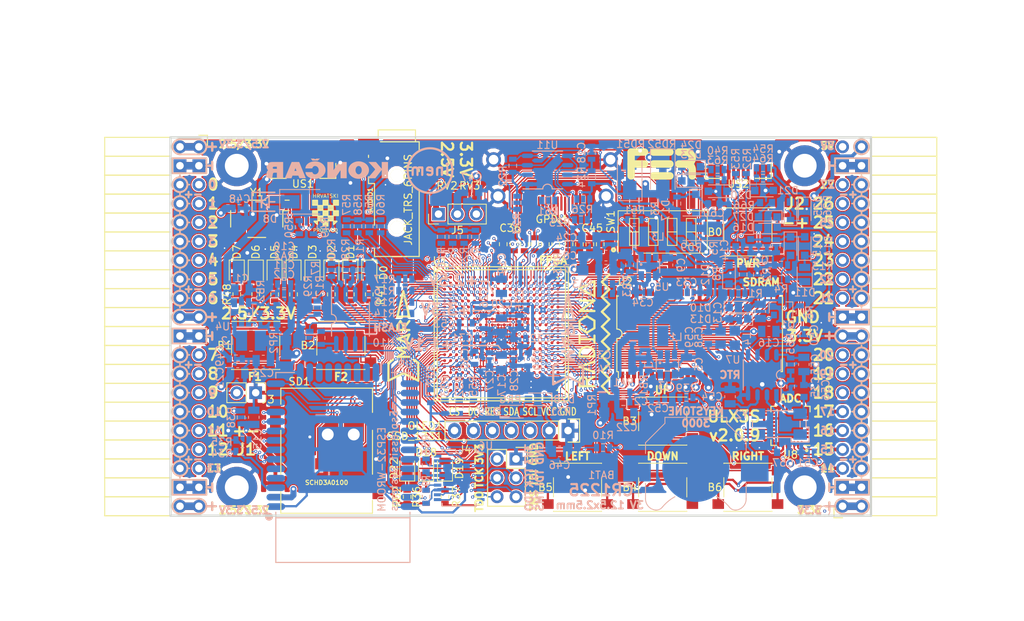
<source format=kicad_pcb>
(kicad_pcb (version 20171130) (host pcbnew 5.0.0+dfsg1-1)

  (general
    (thickness 1.6)
    (drawings 503)
    (tracks 5222)
    (zones 0)
    (modules 220)
    (nets 319)
  )

  (page A4)
  (layers
    (0 F.Cu signal)
    (1 In1.Cu signal)
    (2 In2.Cu signal)
    (31 B.Cu signal)
    (32 B.Adhes user)
    (33 F.Adhes user)
    (34 B.Paste user)
    (35 F.Paste user)
    (36 B.SilkS user)
    (37 F.SilkS user)
    (38 B.Mask user)
    (39 F.Mask user)
    (40 Dwgs.User user)
    (41 Cmts.User user)
    (42 Eco1.User user)
    (43 Eco2.User user)
    (44 Edge.Cuts user)
    (45 Margin user)
    (46 B.CrtYd user)
    (47 F.CrtYd user)
    (48 B.Fab user hide)
    (49 F.Fab user)
  )

  (setup
    (last_trace_width 0.3)
    (trace_clearance 0.127)
    (zone_clearance 0.127)
    (zone_45_only no)
    (trace_min 0.127)
    (segment_width 0.2)
    (edge_width 0.2)
    (via_size 0.419)
    (via_drill 0.2)
    (via_min_size 0.419)
    (via_min_drill 0.2)
    (uvia_size 0.3)
    (uvia_drill 0.1)
    (uvias_allowed no)
    (uvia_min_size 0.2)
    (uvia_min_drill 0.1)
    (pcb_text_width 0.3)
    (pcb_text_size 1.5 1.5)
    (mod_edge_width 0.15)
    (mod_text_size 1 1)
    (mod_text_width 0.15)
    (pad_size 0.4 0.4)
    (pad_drill 0)
    (pad_to_mask_clearance 0.05)
    (aux_axis_origin 94.1 112.22)
    (grid_origin 94.1 112.22)
    (visible_elements 7FFFFFFF)
    (pcbplotparams
      (layerselection 0x010fc_ffffffff)
      (usegerberextensions true)
      (usegerberattributes false)
      (usegerberadvancedattributes false)
      (creategerberjobfile false)
      (excludeedgelayer true)
      (linewidth 0.100000)
      (plotframeref false)
      (viasonmask false)
      (mode 1)
      (useauxorigin false)
      (hpglpennumber 1)
      (hpglpenspeed 20)
      (hpglpendiameter 15.000000)
      (psnegative false)
      (psa4output false)
      (plotreference true)
      (plotvalue true)
      (plotinvisibletext false)
      (padsonsilk false)
      (subtractmaskfromsilk true)
      (outputformat 1)
      (mirror false)
      (drillshape 0)
      (scaleselection 1)
      (outputdirectory "plot"))
  )

  (net 0 "")
  (net 1 GND)
  (net 2 +5V)
  (net 3 /gpio/IN5V)
  (net 4 /gpio/OUT5V)
  (net 5 +3V3)
  (net 6 BTN_D)
  (net 7 BTN_F1)
  (net 8 BTN_F2)
  (net 9 BTN_L)
  (net 10 BTN_R)
  (net 11 BTN_U)
  (net 12 /power/FB1)
  (net 13 +2V5)
  (net 14 /power/PWREN)
  (net 15 /power/FB3)
  (net 16 /power/FB2)
  (net 17 /power/VBAT)
  (net 18 JTAG_TDI)
  (net 19 JTAG_TCK)
  (net 20 JTAG_TMS)
  (net 21 JTAG_TDO)
  (net 22 /power/WAKEUPn)
  (net 23 /power/WKUP)
  (net 24 /power/SHUT)
  (net 25 /power/WAKE)
  (net 26 /power/HOLD)
  (net 27 /power/WKn)
  (net 28 /power/OSCI_32k)
  (net 29 /power/OSCO_32k)
  (net 30 SHUTDOWN)
  (net 31 GPDI_SDA)
  (net 32 GPDI_SCL)
  (net 33 /gpdi/VREF2)
  (net 34 SD_CMD)
  (net 35 SD_CLK)
  (net 36 SD_D0)
  (net 37 SD_D1)
  (net 38 USB5V)
  (net 39 GPDI_CEC)
  (net 40 nRESET)
  (net 41 FTDI_nDTR)
  (net 42 SDRAM_CKE)
  (net 43 SDRAM_A7)
  (net 44 SDRAM_D15)
  (net 45 SDRAM_BA1)
  (net 46 SDRAM_D7)
  (net 47 SDRAM_A6)
  (net 48 SDRAM_CLK)
  (net 49 SDRAM_D13)
  (net 50 SDRAM_BA0)
  (net 51 SDRAM_D6)
  (net 52 SDRAM_A5)
  (net 53 SDRAM_D14)
  (net 54 SDRAM_A11)
  (net 55 SDRAM_D12)
  (net 56 SDRAM_D5)
  (net 57 SDRAM_A4)
  (net 58 SDRAM_A10)
  (net 59 SDRAM_D11)
  (net 60 SDRAM_A3)
  (net 61 SDRAM_D4)
  (net 62 SDRAM_D10)
  (net 63 SDRAM_D9)
  (net 64 SDRAM_A9)
  (net 65 SDRAM_D3)
  (net 66 SDRAM_D8)
  (net 67 SDRAM_A8)
  (net 68 SDRAM_A2)
  (net 69 SDRAM_A1)
  (net 70 SDRAM_A0)
  (net 71 SDRAM_D2)
  (net 72 SDRAM_D1)
  (net 73 SDRAM_D0)
  (net 74 SDRAM_DQM0)
  (net 75 SDRAM_nCS)
  (net 76 SDRAM_nRAS)
  (net 77 SDRAM_DQM1)
  (net 78 SDRAM_nCAS)
  (net 79 SDRAM_nWE)
  (net 80 /flash/FLASH_nWP)
  (net 81 /flash/FLASH_nHOLD)
  (net 82 /flash/FLASH_MOSI)
  (net 83 /flash/FLASH_MISO)
  (net 84 /flash/FLASH_SCK)
  (net 85 /flash/FLASH_nCS)
  (net 86 /flash/FPGA_PROGRAMN)
  (net 87 /flash/FPGA_DONE)
  (net 88 /flash/FPGA_INITN)
  (net 89 OLED_RES)
  (net 90 OLED_DC)
  (net 91 OLED_CS)
  (net 92 WIFI_EN)
  (net 93 FTDI_nRTS)
  (net 94 FTDI_TXD)
  (net 95 FTDI_RXD)
  (net 96 WIFI_RXD)
  (net 97 WIFI_GPIO0)
  (net 98 WIFI_TXD)
  (net 99 USB_FTDI_D+)
  (net 100 USB_FTDI_D-)
  (net 101 SD_D3)
  (net 102 AUDIO_L3)
  (net 103 AUDIO_L2)
  (net 104 AUDIO_L1)
  (net 105 AUDIO_L0)
  (net 106 AUDIO_R3)
  (net 107 AUDIO_R2)
  (net 108 AUDIO_R1)
  (net 109 AUDIO_R0)
  (net 110 OLED_CLK)
  (net 111 OLED_MOSI)
  (net 112 LED0)
  (net 113 LED1)
  (net 114 LED2)
  (net 115 LED3)
  (net 116 LED4)
  (net 117 LED5)
  (net 118 LED6)
  (net 119 LED7)
  (net 120 BTN_PWRn)
  (net 121 FTDI_nTXLED)
  (net 122 FTDI_nSLEEP)
  (net 123 /blinkey/LED_PWREN)
  (net 124 /blinkey/LED_TXLED)
  (net 125 /sdcard/SD3V3)
  (net 126 SD_D2)
  (net 127 CLK_25MHz)
  (net 128 /blinkey/BTNPUL)
  (net 129 /blinkey/BTNPUR)
  (net 130 USB_FPGA_D+)
  (net 131 /power/FTDI_nSUSPEND)
  (net 132 /blinkey/ALED0)
  (net 133 /blinkey/ALED1)
  (net 134 /blinkey/ALED2)
  (net 135 /blinkey/ALED3)
  (net 136 /blinkey/ALED4)
  (net 137 /blinkey/ALED5)
  (net 138 /blinkey/ALED6)
  (net 139 /blinkey/ALED7)
  (net 140 /usb/FTD-)
  (net 141 /usb/FTD+)
  (net 142 ADC_MISO)
  (net 143 ADC_MOSI)
  (net 144 ADC_CSn)
  (net 145 ADC_SCLK)
  (net 146 SW3)
  (net 147 SW2)
  (net 148 SW1)
  (net 149 USB_FPGA_D-)
  (net 150 /usb/FPD+)
  (net 151 /usb/FPD-)
  (net 152 WIFI_GPIO16)
  (net 153 /usb/ANT_433MHz)
  (net 154 PROG_DONE)
  (net 155 /power/P3V3)
  (net 156 /power/P2V5)
  (net 157 /power/L1)
  (net 158 /power/L3)
  (net 159 /power/L2)
  (net 160 FTDI_TXDEN)
  (net 161 SDRAM_A12)
  (net 162 /analog/AUDIO_V)
  (net 163 AUDIO_V3)
  (net 164 AUDIO_V2)
  (net 165 AUDIO_V1)
  (net 166 AUDIO_V0)
  (net 167 /blinkey/LED_WIFI)
  (net 168 /power/P1V1)
  (net 169 +1V1)
  (net 170 SW4)
  (net 171 /blinkey/SWPU)
  (net 172 /wifi/WIFIEN)
  (net 173 FT2V5)
  (net 174 GN0)
  (net 175 GP0)
  (net 176 GN1)
  (net 177 GP1)
  (net 178 GN2)
  (net 179 GP2)
  (net 180 GN3)
  (net 181 GP3)
  (net 182 GN4)
  (net 183 GP4)
  (net 184 GN5)
  (net 185 GP5)
  (net 186 GN6)
  (net 187 GP6)
  (net 188 GN14)
  (net 189 GP14)
  (net 190 GN15)
  (net 191 GP15)
  (net 192 GN16)
  (net 193 GP16)
  (net 194 GN17)
  (net 195 GP17)
  (net 196 GN18)
  (net 197 GP18)
  (net 198 GN19)
  (net 199 GP19)
  (net 200 GN20)
  (net 201 GP20)
  (net 202 GN21)
  (net 203 GP21)
  (net 204 GN22)
  (net 205 GP22)
  (net 206 GN23)
  (net 207 GP23)
  (net 208 GN24)
  (net 209 GP24)
  (net 210 GN25)
  (net 211 GP25)
  (net 212 GN26)
  (net 213 GP26)
  (net 214 GN27)
  (net 215 GP27)
  (net 216 GN7)
  (net 217 GP7)
  (net 218 GN8)
  (net 219 GP8)
  (net 220 GN9)
  (net 221 GP9)
  (net 222 GN10)
  (net 223 GP10)
  (net 224 GN11)
  (net 225 GP11)
  (net 226 GN12)
  (net 227 GP12)
  (net 228 GN13)
  (net 229 GP13)
  (net 230 WIFI_GPIO5)
  (net 231 WIFI_GPIO17)
  (net 232 USB_FPGA_PULL_D+)
  (net 233 USB_FPGA_PULL_D-)
  (net 234 "Net-(D23-Pad2)")
  (net 235 "Net-(D24-Pad1)")
  (net 236 "Net-(D25-Pad2)")
  (net 237 "Net-(D26-Pad1)")
  (net 238 /gpdi/GPDI_ETH+)
  (net 239 FPDI_ETH+)
  (net 240 /gpdi/GPDI_ETH-)
  (net 241 FPDI_ETH-)
  (net 242 /gpdi/GPDI_D2-)
  (net 243 FPDI_D2-)
  (net 244 /gpdi/GPDI_D1-)
  (net 245 FPDI_D1-)
  (net 246 /gpdi/GPDI_D0-)
  (net 247 FPDI_D0-)
  (net 248 /gpdi/GPDI_CLK-)
  (net 249 FPDI_CLK-)
  (net 250 /gpdi/GPDI_D2+)
  (net 251 FPDI_D2+)
  (net 252 /gpdi/GPDI_D1+)
  (net 253 FPDI_D1+)
  (net 254 /gpdi/GPDI_D0+)
  (net 255 FPDI_D0+)
  (net 256 /gpdi/GPDI_CLK+)
  (net 257 FPDI_CLK+)
  (net 258 FPDI_SDA)
  (net 259 FPDI_SCL)
  (net 260 /gpdi/FPDI_CEC)
  (net 261 2V5_3V3)
  (net 262 "Net-(AUDIO1-Pad5)")
  (net 263 "Net-(AUDIO1-Pad6)")
  (net 264 "Net-(U1-PadA15)")
  (net 265 "Net-(U1-PadC9)")
  (net 266 "Net-(U1-PadD9)")
  (net 267 "Net-(U1-PadD10)")
  (net 268 "Net-(U1-PadD11)")
  (net 269 "Net-(U1-PadD12)")
  (net 270 "Net-(U1-PadE6)")
  (net 271 "Net-(U1-PadE9)")
  (net 272 "Net-(U1-PadE10)")
  (net 273 "Net-(U1-PadE11)")
  (net 274 "Net-(U1-PadJ4)")
  (net 275 "Net-(U1-PadJ5)")
  (net 276 "Net-(U1-PadK5)")
  (net 277 "Net-(U1-PadL5)")
  (net 278 "Net-(U1-PadM5)")
  (net 279 SD_CD)
  (net 280 SD_WP)
  (net 281 "Net-(U1-PadR3)")
  (net 282 "Net-(U1-PadT16)")
  (net 283 "Net-(U1-PadW4)")
  (net 284 "Net-(U1-PadW5)")
  (net 285 "Net-(U1-PadW8)")
  (net 286 "Net-(U1-PadW9)")
  (net 287 "Net-(U1-PadW13)")
  (net 288 "Net-(U1-PadW14)")
  (net 289 "Net-(U1-PadW17)")
  (net 290 "Net-(U1-PadW18)")
  (net 291 FTDI_nRXLED)
  (net 292 "Net-(U8-Pad12)")
  (net 293 "Net-(U8-Pad25)")
  (net 294 "Net-(U9-Pad32)")
  (net 295 "Net-(U9-Pad22)")
  (net 296 "Net-(U9-Pad21)")
  (net 297 "Net-(U9-Pad20)")
  (net 298 "Net-(U9-Pad19)")
  (net 299 "Net-(U9-Pad18)")
  (net 300 "Net-(U9-Pad17)")
  (net 301 "Net-(U9-Pad12)")
  (net 302 "Net-(U9-Pad5)")
  (net 303 "Net-(U9-Pad4)")
  (net 304 "Net-(US1-Pad4)")
  (net 305 "Net-(Y2-Pad3)")
  (net 306 "Net-(Y2-Pad2)")
  (net 307 "Net-(U1-PadK16)")
  (net 308 "Net-(U1-PadK17)")
  (net 309 /usb/US2VBUS)
  (net 310 /power/SHD)
  (net 311 /power/RTCVDD)
  (net 312 "Net-(D27-Pad2)")
  (net 313 US2_ID)
  (net 314 /analog/AUDIO_L)
  (net 315 /analog/AUDIO_R)
  (net 316 /analog/ADC3V3)
  (net 317 PWRBTn)
  (net 318 USER_PROGRAMN)

  (net_class Default "This is the default net class."
    (clearance 0.127)
    (trace_width 0.3)
    (via_dia 0.419)
    (via_drill 0.2)
    (uvia_dia 0.3)
    (uvia_drill 0.1)
    (add_net +5V)
    (add_net /analog/ADC3V3)
    (add_net /analog/AUDIO_L)
    (add_net /analog/AUDIO_R)
    (add_net /analog/AUDIO_V)
    (add_net /blinkey/ALED0)
    (add_net /blinkey/ALED1)
    (add_net /blinkey/ALED2)
    (add_net /blinkey/ALED3)
    (add_net /blinkey/ALED4)
    (add_net /blinkey/ALED5)
    (add_net /blinkey/ALED6)
    (add_net /blinkey/ALED7)
    (add_net /blinkey/BTNPUL)
    (add_net /blinkey/BTNPUR)
    (add_net /blinkey/LED_PWREN)
    (add_net /blinkey/LED_TXLED)
    (add_net /blinkey/LED_WIFI)
    (add_net /blinkey/SWPU)
    (add_net /gpdi/GPDI_CLK+)
    (add_net /gpdi/GPDI_CLK-)
    (add_net /gpdi/GPDI_D0+)
    (add_net /gpdi/GPDI_D0-)
    (add_net /gpdi/GPDI_D1+)
    (add_net /gpdi/GPDI_D1-)
    (add_net /gpdi/GPDI_D2+)
    (add_net /gpdi/GPDI_D2-)
    (add_net /gpdi/GPDI_ETH+)
    (add_net /gpdi/GPDI_ETH-)
    (add_net /gpdi/VREF2)
    (add_net /gpio/IN5V)
    (add_net /gpio/OUT5V)
    (add_net /power/FB1)
    (add_net /power/FB2)
    (add_net /power/FB3)
    (add_net /power/FTDI_nSUSPEND)
    (add_net /power/HOLD)
    (add_net /power/L1)
    (add_net /power/L2)
    (add_net /power/L3)
    (add_net /power/OSCI_32k)
    (add_net /power/OSCO_32k)
    (add_net /power/P1V1)
    (add_net /power/P2V5)
    (add_net /power/P3V3)
    (add_net /power/PWREN)
    (add_net /power/RTCVDD)
    (add_net /power/SHD)
    (add_net /power/SHUT)
    (add_net /power/VBAT)
    (add_net /power/WAKE)
    (add_net /power/WAKEUPn)
    (add_net /power/WKUP)
    (add_net /power/WKn)
    (add_net /sdcard/SD3V3)
    (add_net /usb/ANT_433MHz)
    (add_net /usb/FPD+)
    (add_net /usb/FPD-)
    (add_net /usb/FTD+)
    (add_net /usb/FTD-)
    (add_net /usb/US2VBUS)
    (add_net /wifi/WIFIEN)
    (add_net FT2V5)
    (add_net FTDI_nRXLED)
    (add_net "Net-(AUDIO1-Pad5)")
    (add_net "Net-(AUDIO1-Pad6)")
    (add_net "Net-(D23-Pad2)")
    (add_net "Net-(D24-Pad1)")
    (add_net "Net-(D25-Pad2)")
    (add_net "Net-(D26-Pad1)")
    (add_net "Net-(D27-Pad2)")
    (add_net "Net-(U1-PadA15)")
    (add_net "Net-(U1-PadC9)")
    (add_net "Net-(U1-PadD10)")
    (add_net "Net-(U1-PadD11)")
    (add_net "Net-(U1-PadD12)")
    (add_net "Net-(U1-PadD9)")
    (add_net "Net-(U1-PadE10)")
    (add_net "Net-(U1-PadE11)")
    (add_net "Net-(U1-PadE6)")
    (add_net "Net-(U1-PadE9)")
    (add_net "Net-(U1-PadJ4)")
    (add_net "Net-(U1-PadJ5)")
    (add_net "Net-(U1-PadK16)")
    (add_net "Net-(U1-PadK17)")
    (add_net "Net-(U1-PadK5)")
    (add_net "Net-(U1-PadL5)")
    (add_net "Net-(U1-PadM5)")
    (add_net "Net-(U1-PadR3)")
    (add_net "Net-(U1-PadT16)")
    (add_net "Net-(U1-PadW13)")
    (add_net "Net-(U1-PadW14)")
    (add_net "Net-(U1-PadW17)")
    (add_net "Net-(U1-PadW18)")
    (add_net "Net-(U1-PadW4)")
    (add_net "Net-(U1-PadW5)")
    (add_net "Net-(U1-PadW8)")
    (add_net "Net-(U1-PadW9)")
    (add_net "Net-(U8-Pad12)")
    (add_net "Net-(U8-Pad25)")
    (add_net "Net-(U9-Pad12)")
    (add_net "Net-(U9-Pad17)")
    (add_net "Net-(U9-Pad18)")
    (add_net "Net-(U9-Pad19)")
    (add_net "Net-(U9-Pad20)")
    (add_net "Net-(U9-Pad21)")
    (add_net "Net-(U9-Pad22)")
    (add_net "Net-(U9-Pad32)")
    (add_net "Net-(U9-Pad4)")
    (add_net "Net-(U9-Pad5)")
    (add_net "Net-(US1-Pad4)")
    (add_net "Net-(Y2-Pad2)")
    (add_net "Net-(Y2-Pad3)")
    (add_net PWRBTn)
    (add_net SD_CD)
    (add_net SD_WP)
    (add_net US2_ID)
    (add_net USB5V)
  )

  (net_class BGA ""
    (clearance 0.127)
    (trace_width 0.127)
    (via_dia 0.419)
    (via_drill 0.2)
    (uvia_dia 0.3)
    (uvia_drill 0.1)
    (add_net /flash/FLASH_MISO)
    (add_net /flash/FLASH_MOSI)
    (add_net /flash/FLASH_SCK)
    (add_net /flash/FLASH_nCS)
    (add_net /flash/FLASH_nHOLD)
    (add_net /flash/FLASH_nWP)
    (add_net /flash/FPGA_DONE)
    (add_net /flash/FPGA_INITN)
    (add_net /flash/FPGA_PROGRAMN)
    (add_net /gpdi/FPDI_CEC)
    (add_net ADC_CSn)
    (add_net ADC_MISO)
    (add_net ADC_MOSI)
    (add_net ADC_SCLK)
    (add_net AUDIO_L0)
    (add_net AUDIO_L1)
    (add_net AUDIO_L2)
    (add_net AUDIO_L3)
    (add_net AUDIO_R0)
    (add_net AUDIO_R1)
    (add_net AUDIO_R2)
    (add_net AUDIO_R3)
    (add_net AUDIO_V0)
    (add_net AUDIO_V1)
    (add_net AUDIO_V2)
    (add_net AUDIO_V3)
    (add_net BTN_D)
    (add_net BTN_F1)
    (add_net BTN_F2)
    (add_net BTN_L)
    (add_net BTN_PWRn)
    (add_net BTN_R)
    (add_net BTN_U)
    (add_net CLK_25MHz)
    (add_net FPDI_CLK+)
    (add_net FPDI_CLK-)
    (add_net FPDI_D0+)
    (add_net FPDI_D0-)
    (add_net FPDI_D1+)
    (add_net FPDI_D1-)
    (add_net FPDI_D2+)
    (add_net FPDI_D2-)
    (add_net FPDI_ETH+)
    (add_net FPDI_ETH-)
    (add_net FPDI_SCL)
    (add_net FPDI_SDA)
    (add_net FTDI_RXD)
    (add_net FTDI_TXD)
    (add_net FTDI_TXDEN)
    (add_net FTDI_nDTR)
    (add_net FTDI_nRTS)
    (add_net FTDI_nSLEEP)
    (add_net FTDI_nTXLED)
    (add_net GN0)
    (add_net GN1)
    (add_net GN10)
    (add_net GN11)
    (add_net GN12)
    (add_net GN13)
    (add_net GN14)
    (add_net GN15)
    (add_net GN16)
    (add_net GN17)
    (add_net GN18)
    (add_net GN19)
    (add_net GN2)
    (add_net GN20)
    (add_net GN21)
    (add_net GN22)
    (add_net GN23)
    (add_net GN24)
    (add_net GN25)
    (add_net GN26)
    (add_net GN27)
    (add_net GN3)
    (add_net GN4)
    (add_net GN5)
    (add_net GN6)
    (add_net GN7)
    (add_net GN8)
    (add_net GN9)
    (add_net GND)
    (add_net GP0)
    (add_net GP1)
    (add_net GP10)
    (add_net GP11)
    (add_net GP12)
    (add_net GP13)
    (add_net GP14)
    (add_net GP15)
    (add_net GP16)
    (add_net GP17)
    (add_net GP18)
    (add_net GP19)
    (add_net GP2)
    (add_net GP20)
    (add_net GP21)
    (add_net GP22)
    (add_net GP23)
    (add_net GP24)
    (add_net GP25)
    (add_net GP26)
    (add_net GP27)
    (add_net GP3)
    (add_net GP4)
    (add_net GP5)
    (add_net GP6)
    (add_net GP7)
    (add_net GP8)
    (add_net GP9)
    (add_net GPDI_CEC)
    (add_net GPDI_SCL)
    (add_net GPDI_SDA)
    (add_net JTAG_TCK)
    (add_net JTAG_TDI)
    (add_net JTAG_TDO)
    (add_net JTAG_TMS)
    (add_net LED0)
    (add_net LED1)
    (add_net LED2)
    (add_net LED3)
    (add_net LED4)
    (add_net LED5)
    (add_net LED6)
    (add_net LED7)
    (add_net OLED_CLK)
    (add_net OLED_CS)
    (add_net OLED_DC)
    (add_net OLED_MOSI)
    (add_net OLED_RES)
    (add_net PROG_DONE)
    (add_net SDRAM_A0)
    (add_net SDRAM_A1)
    (add_net SDRAM_A10)
    (add_net SDRAM_A11)
    (add_net SDRAM_A12)
    (add_net SDRAM_A2)
    (add_net SDRAM_A3)
    (add_net SDRAM_A4)
    (add_net SDRAM_A5)
    (add_net SDRAM_A6)
    (add_net SDRAM_A7)
    (add_net SDRAM_A8)
    (add_net SDRAM_A9)
    (add_net SDRAM_BA0)
    (add_net SDRAM_BA1)
    (add_net SDRAM_CKE)
    (add_net SDRAM_CLK)
    (add_net SDRAM_D0)
    (add_net SDRAM_D1)
    (add_net SDRAM_D10)
    (add_net SDRAM_D11)
    (add_net SDRAM_D12)
    (add_net SDRAM_D13)
    (add_net SDRAM_D14)
    (add_net SDRAM_D15)
    (add_net SDRAM_D2)
    (add_net SDRAM_D3)
    (add_net SDRAM_D4)
    (add_net SDRAM_D5)
    (add_net SDRAM_D6)
    (add_net SDRAM_D7)
    (add_net SDRAM_D8)
    (add_net SDRAM_D9)
    (add_net SDRAM_DQM0)
    (add_net SDRAM_DQM1)
    (add_net SDRAM_nCAS)
    (add_net SDRAM_nCS)
    (add_net SDRAM_nRAS)
    (add_net SDRAM_nWE)
    (add_net SD_CLK)
    (add_net SD_CMD)
    (add_net SD_D0)
    (add_net SD_D1)
    (add_net SD_D2)
    (add_net SD_D3)
    (add_net SHUTDOWN)
    (add_net SW1)
    (add_net SW2)
    (add_net SW3)
    (add_net SW4)
    (add_net USB_FPGA_D+)
    (add_net USB_FPGA_D-)
    (add_net USB_FPGA_PULL_D+)
    (add_net USB_FPGA_PULL_D-)
    (add_net USB_FTDI_D+)
    (add_net USB_FTDI_D-)
    (add_net USER_PROGRAMN)
    (add_net WIFI_EN)
    (add_net WIFI_GPIO0)
    (add_net WIFI_GPIO16)
    (add_net WIFI_GPIO17)
    (add_net WIFI_GPIO5)
    (add_net WIFI_RXD)
    (add_net WIFI_TXD)
    (add_net nRESET)
  )

  (net_class Medium ""
    (clearance 0.127)
    (trace_width 0.19)
    (via_dia 0.419)
    (via_drill 0.2)
    (uvia_dia 0.3)
    (uvia_drill 0.1)
    (add_net +1V1)
    (add_net +2V5)
    (add_net +3V3)
    (add_net 2V5_3V3)
  )

  (module lfe5bg381:BGA-381_pitch0.8mm_dia0.4mm (layer F.Cu) (tedit 5B63FB4C) (tstamp 58D8D57E)
    (at 138.48 87.8)
    (path /56AC389C/5A0783C9)
    (attr smd)
    (fp_text reference U1 (at -8.2 -9.8) (layer F.SilkS)
      (effects (font (size 1 1) (thickness 0.15)))
    )
    (fp_text value LFE5U-85F-6BG381C (at 0.07 -11.902) (layer F.Fab)
      (effects (font (size 1 1) (thickness 0.15)))
    )
    (fp_line (start -8.6 -8.6) (end 8.6 -8.6) (layer F.SilkS) (width 0.15))
    (fp_line (start 8.6 -8.6) (end 8.6 8.6) (layer F.SilkS) (width 0.15))
    (fp_line (start 8.6 8.6) (end -8.6 8.6) (layer F.SilkS) (width 0.15))
    (fp_line (start -8.6 8.6) (end -8.6 -8.6) (layer F.SilkS) (width 0.15))
    (fp_line (start -9 -9) (end 9 -9) (layer F.SilkS) (width 0.15))
    (fp_line (start 9 -9) (end 9 9) (layer F.SilkS) (width 0.15))
    (fp_line (start 9 9) (end -9 9) (layer F.SilkS) (width 0.15))
    (fp_line (start -9 9) (end -9 -9) (layer F.SilkS) (width 0.15))
    (fp_line (start -8.2 -9) (end -9 -8.2) (layer F.SilkS) (width 0.15))
    (fp_line (start -7.6 7.4) (end -7.6 7.6) (layer F.SilkS) (width 0.15))
    (fp_line (start -7.6 7.6) (end -7.4 7.6) (layer F.SilkS) (width 0.15))
    (fp_line (start 7.4 7.6) (end 7.6 7.6) (layer F.SilkS) (width 0.15))
    (fp_line (start 7.6 7.6) (end 7.6 7.4) (layer F.SilkS) (width 0.15))
    (fp_line (start 7.4 -7.6) (end 7.6 -7.6) (layer F.SilkS) (width 0.15))
    (fp_line (start 7.6 -7.6) (end 7.6 -7.4) (layer F.SilkS) (width 0.15))
    (fp_line (start -7.6 -7.4) (end -7.6 -7.6) (layer F.SilkS) (width 0.15))
    (fp_line (start -7.6 -7.6) (end -7.4 -7.6) (layer F.SilkS) (width 0.15))
    (pad Y19 smd circle (at 6.8 7.6) (size 0.4 0.35) (layers F.Cu F.Paste F.Mask)
      (net 1 GND) (solder_mask_margin 0.05))
    (pad Y17 smd circle (at 5.2 7.6) (size 0.4 0.35) (layers F.Cu F.Paste F.Mask)
      (net 1 GND) (solder_mask_margin 0.05))
    (pad Y16 smd circle (at 4.4 7.6) (size 0.4 0.35) (layers F.Cu F.Paste F.Mask)
      (net 1 GND) (solder_mask_margin 0.05))
    (pad Y15 smd circle (at 3.6 7.6) (size 0.4 0.35) (layers F.Cu F.Paste F.Mask)
      (net 1 GND) (solder_mask_margin 0.05))
    (pad Y14 smd circle (at 2.8 7.6) (size 0.4 0.35) (layers F.Cu F.Paste F.Mask)
      (net 1 GND) (solder_mask_margin 0.05))
    (pad Y12 smd circle (at 1.2 7.6) (size 0.4 0.35) (layers F.Cu F.Paste F.Mask)
      (net 1 GND) (solder_mask_margin 0.05))
    (pad Y11 smd circle (at 0.4 7.6) (size 0.4 0.35) (layers F.Cu F.Paste F.Mask)
      (net 1 GND) (solder_mask_margin 0.05))
    (pad Y8 smd circle (at -2 7.6) (size 0.4 0.35) (layers F.Cu F.Paste F.Mask)
      (net 1 GND) (solder_mask_margin 0.05))
    (pad Y7 smd circle (at -2.8 7.6) (size 0.4 0.35) (layers F.Cu F.Paste F.Mask)
      (net 1 GND) (solder_mask_margin 0.05))
    (pad Y6 smd circle (at -3.6 7.6) (size 0.4 0.35) (layers F.Cu F.Paste F.Mask)
      (net 1 GND) (solder_mask_margin 0.05))
    (pad Y5 smd circle (at -4.4 7.6) (size 0.4 0.35) (layers F.Cu F.Paste F.Mask)
      (net 1 GND) (solder_mask_margin 0.05))
    (pad Y3 smd circle (at -6 7.6) (size 0.4 0.35) (layers F.Cu F.Paste F.Mask)
      (net 87 /flash/FPGA_DONE) (solder_mask_margin 0.05))
    (pad Y2 smd circle (at -6.8 7.6) (size 0.4 0.35) (layers F.Cu F.Paste F.Mask)
      (net 80 /flash/FLASH_nWP) (solder_mask_margin 0.05))
    (pad W20 smd circle (at 7.6 6.8) (size 0.4 0.35) (layers F.Cu F.Paste F.Mask)
      (net 1 GND) (solder_mask_margin 0.05))
    (pad W19 smd circle (at 6.8 6.8) (size 0.4 0.35) (layers F.Cu F.Paste F.Mask)
      (net 1 GND) (solder_mask_margin 0.05))
    (pad W18 smd circle (at 6 6.8) (size 0.4 0.35) (layers F.Cu F.Paste F.Mask)
      (net 290 "Net-(U1-PadW18)") (solder_mask_margin 0.05))
    (pad W17 smd circle (at 5.2 6.8) (size 0.4 0.35) (layers F.Cu F.Paste F.Mask)
      (net 289 "Net-(U1-PadW17)") (solder_mask_margin 0.05))
    (pad W16 smd circle (at 4.4 6.8) (size 0.4 0.35) (layers F.Cu F.Paste F.Mask)
      (net 1 GND) (solder_mask_margin 0.05))
    (pad W15 smd circle (at 3.6 6.8) (size 0.4 0.35) (layers F.Cu F.Paste F.Mask)
      (net 1 GND) (solder_mask_margin 0.05))
    (pad W14 smd circle (at 2.8 6.8) (size 0.4 0.35) (layers F.Cu F.Paste F.Mask)
      (net 288 "Net-(U1-PadW14)") (solder_mask_margin 0.05))
    (pad W13 smd circle (at 2 6.8) (size 0.4 0.35) (layers F.Cu F.Paste F.Mask)
      (net 287 "Net-(U1-PadW13)") (solder_mask_margin 0.05))
    (pad W12 smd circle (at 1.2 6.8) (size 0.4 0.35) (layers F.Cu F.Paste F.Mask)
      (net 1 GND) (solder_mask_margin 0.05))
    (pad W11 smd circle (at 0.4 6.8) (size 0.4 0.35) (layers F.Cu F.Paste F.Mask)
      (solder_mask_margin 0.05))
    (pad W10 smd circle (at -0.4 6.8) (size 0.4 0.35) (layers F.Cu F.Paste F.Mask)
      (solder_mask_margin 0.05))
    (pad W9 smd circle (at -1.2 6.8) (size 0.4 0.35) (layers F.Cu F.Paste F.Mask)
      (net 286 "Net-(U1-PadW9)") (solder_mask_margin 0.05))
    (pad W8 smd circle (at -2 6.8) (size 0.4 0.35) (layers F.Cu F.Paste F.Mask)
      (net 285 "Net-(U1-PadW8)") (solder_mask_margin 0.05))
    (pad W7 smd circle (at -2.8 6.8) (size 0.4 0.35) (layers F.Cu F.Paste F.Mask)
      (net 1 GND) (solder_mask_margin 0.05))
    (pad W6 smd circle (at -3.6 6.8) (size 0.4 0.35) (layers F.Cu F.Paste F.Mask)
      (net 1 GND) (solder_mask_margin 0.05))
    (pad W5 smd circle (at -4.4 6.8) (size 0.4 0.35) (layers F.Cu F.Paste F.Mask)
      (net 284 "Net-(U1-PadW5)") (solder_mask_margin 0.05))
    (pad W4 smd circle (at -5.2 6.8) (size 0.4 0.35) (layers F.Cu F.Paste F.Mask)
      (net 283 "Net-(U1-PadW4)") (solder_mask_margin 0.05))
    (pad W3 smd circle (at -6 6.8) (size 0.4 0.35) (layers F.Cu F.Paste F.Mask)
      (net 86 /flash/FPGA_PROGRAMN) (solder_mask_margin 0.05))
    (pad W2 smd circle (at -6.8 6.8) (size 0.4 0.35) (layers F.Cu F.Paste F.Mask)
      (net 82 /flash/FLASH_MOSI) (solder_mask_margin 0.05))
    (pad W1 smd circle (at -7.6 6.8) (size 0.4 0.35) (layers F.Cu F.Paste F.Mask)
      (net 81 /flash/FLASH_nHOLD) (solder_mask_margin 0.05))
    (pad V20 smd circle (at 7.6 6) (size 0.4 0.35) (layers F.Cu F.Paste F.Mask)
      (net 1 GND) (solder_mask_margin 0.05))
    (pad V19 smd circle (at 6.8 6) (size 0.4 0.35) (layers F.Cu F.Paste F.Mask)
      (net 1 GND) (solder_mask_margin 0.05))
    (pad V18 smd circle (at 6 6) (size 0.4 0.35) (layers F.Cu F.Paste F.Mask)
      (net 1 GND) (solder_mask_margin 0.05))
    (pad V17 smd circle (at 5.2 6) (size 0.4 0.35) (layers F.Cu F.Paste F.Mask)
      (net 1 GND) (solder_mask_margin 0.05))
    (pad V16 smd circle (at 4.4 6) (size 0.4 0.35) (layers F.Cu F.Paste F.Mask)
      (net 1 GND) (solder_mask_margin 0.05))
    (pad V15 smd circle (at 3.6 6) (size 0.4 0.35) (layers F.Cu F.Paste F.Mask)
      (net 1 GND) (solder_mask_margin 0.05))
    (pad V14 smd circle (at 2.8 6) (size 0.4 0.35) (layers F.Cu F.Paste F.Mask)
      (net 1 GND) (solder_mask_margin 0.05))
    (pad V13 smd circle (at 2 6) (size 0.4 0.35) (layers F.Cu F.Paste F.Mask)
      (net 1 GND) (solder_mask_margin 0.05))
    (pad V12 smd circle (at 1.2 6) (size 0.4 0.35) (layers F.Cu F.Paste F.Mask)
      (net 1 GND) (solder_mask_margin 0.05))
    (pad V11 smd circle (at 0.4 6) (size 0.4 0.35) (layers F.Cu F.Paste F.Mask)
      (net 1 GND) (solder_mask_margin 0.05))
    (pad V10 smd circle (at -0.4 6) (size 0.4 0.35) (layers F.Cu F.Paste F.Mask)
      (net 1 GND) (solder_mask_margin 0.05))
    (pad V9 smd circle (at -1.2 6) (size 0.4 0.35) (layers F.Cu F.Paste F.Mask)
      (net 1 GND) (solder_mask_margin 0.05))
    (pad V8 smd circle (at -2 6) (size 0.4 0.35) (layers F.Cu F.Paste F.Mask)
      (net 1 GND) (solder_mask_margin 0.05))
    (pad V7 smd circle (at -2.8 6) (size 0.4 0.35) (layers F.Cu F.Paste F.Mask)
      (net 1 GND) (solder_mask_margin 0.05))
    (pad V6 smd circle (at -3.6 6) (size 0.4 0.35) (layers F.Cu F.Paste F.Mask)
      (net 1 GND) (solder_mask_margin 0.05))
    (pad V5 smd circle (at -4.4 6) (size 0.4 0.35) (layers F.Cu F.Paste F.Mask)
      (net 1 GND) (solder_mask_margin 0.05))
    (pad V4 smd circle (at -5.2 6) (size 0.4 0.35) (layers F.Cu F.Paste F.Mask)
      (net 21 JTAG_TDO) (solder_mask_margin 0.05))
    (pad V3 smd circle (at -6 6) (size 0.4 0.35) (layers F.Cu F.Paste F.Mask)
      (net 88 /flash/FPGA_INITN) (solder_mask_margin 0.05))
    (pad V2 smd circle (at -6.8 6) (size 0.4 0.35) (layers F.Cu F.Paste F.Mask)
      (net 83 /flash/FLASH_MISO) (solder_mask_margin 0.05))
    (pad V1 smd circle (at -7.6 6) (size 0.4 0.35) (layers F.Cu F.Paste F.Mask)
      (net 6 BTN_D) (solder_mask_margin 0.05))
    (pad U20 smd circle (at 7.6 5.2) (size 0.4 0.35) (layers F.Cu F.Paste F.Mask)
      (net 46 SDRAM_D7) (solder_mask_margin 0.05))
    (pad U19 smd circle (at 6.8 5.2) (size 0.4 0.35) (layers F.Cu F.Paste F.Mask)
      (net 74 SDRAM_DQM0) (solder_mask_margin 0.05))
    (pad U18 smd circle (at 6 5.2) (size 0.4 0.35) (layers F.Cu F.Paste F.Mask)
      (net 189 GP14) (solder_mask_margin 0.05))
    (pad U17 smd circle (at 5.2 5.2) (size 0.4 0.35) (layers F.Cu F.Paste F.Mask)
      (net 188 GN14) (solder_mask_margin 0.05))
    (pad U16 smd circle (at 4.4 5.2) (size 0.4 0.35) (layers F.Cu F.Paste F.Mask)
      (net 142 ADC_MISO) (solder_mask_margin 0.05))
    (pad U15 smd circle (at 3.6 5.2) (size 0.4 0.35) (layers F.Cu F.Paste F.Mask)
      (net 1 GND) (solder_mask_margin 0.05))
    (pad U14 smd circle (at 2.8 5.2) (size 0.4 0.35) (layers F.Cu F.Paste F.Mask)
      (net 1 GND) (solder_mask_margin 0.05))
    (pad U13 smd circle (at 2 5.2) (size 0.4 0.35) (layers F.Cu F.Paste F.Mask)
      (net 1 GND) (solder_mask_margin 0.05))
    (pad U12 smd circle (at 1.2 5.2) (size 0.4 0.35) (layers F.Cu F.Paste F.Mask)
      (net 1 GND) (solder_mask_margin 0.05))
    (pad U11 smd circle (at 0.4 5.2) (size 0.4 0.35) (layers F.Cu F.Paste F.Mask)
      (net 1 GND) (solder_mask_margin 0.05))
    (pad U10 smd circle (at -0.4 5.2) (size 0.4 0.35) (layers F.Cu F.Paste F.Mask)
      (net 1 GND) (solder_mask_margin 0.05))
    (pad U9 smd circle (at -1.2 5.2) (size 0.4 0.35) (layers F.Cu F.Paste F.Mask)
      (net 1 GND) (solder_mask_margin 0.05))
    (pad U8 smd circle (at -2 5.2) (size 0.4 0.35) (layers F.Cu F.Paste F.Mask)
      (net 1 GND) (solder_mask_margin 0.05))
    (pad U7 smd circle (at -2.8 5.2) (size 0.4 0.35) (layers F.Cu F.Paste F.Mask)
      (net 1 GND) (solder_mask_margin 0.05))
    (pad U6 smd circle (at -3.6 5.2) (size 0.4 0.35) (layers F.Cu F.Paste F.Mask)
      (net 1 GND) (solder_mask_margin 0.05))
    (pad U5 smd circle (at -4.4 5.2) (size 0.4 0.35) (layers F.Cu F.Paste F.Mask)
      (net 20 JTAG_TMS) (solder_mask_margin 0.05))
    (pad U4 smd circle (at -5.2 5.2) (size 0.4 0.35) (layers F.Cu F.Paste F.Mask)
      (net 1 GND) (solder_mask_margin 0.05))
    (pad U3 smd circle (at -6 5.2) (size 0.4 0.35) (layers F.Cu F.Paste F.Mask)
      (net 84 /flash/FLASH_SCK) (solder_mask_margin 0.05))
    (pad U2 smd circle (at -6.8 5.2) (size 0.4 0.35) (layers F.Cu F.Paste F.Mask)
      (net 5 +3V3) (solder_mask_margin 0.05))
    (pad U1 smd circle (at -7.6 5.2) (size 0.4 0.35) (layers F.Cu F.Paste F.Mask)
      (net 9 BTN_L) (solder_mask_margin 0.05))
    (pad T20 smd circle (at 7.6 4.4) (size 0.4 0.35) (layers F.Cu F.Paste F.Mask)
      (net 79 SDRAM_nWE) (solder_mask_margin 0.05))
    (pad T19 smd circle (at 6.8 4.4) (size 0.4 0.35) (layers F.Cu F.Paste F.Mask)
      (net 78 SDRAM_nCAS) (solder_mask_margin 0.05))
    (pad T18 smd circle (at 6 4.4) (size 0.4 0.35) (layers F.Cu F.Paste F.Mask)
      (net 56 SDRAM_D5) (solder_mask_margin 0.05))
    (pad T17 smd circle (at 5.2 4.4) (size 0.4 0.35) (layers F.Cu F.Paste F.Mask)
      (net 51 SDRAM_D6) (solder_mask_margin 0.05))
    (pad T16 smd circle (at 4.4 4.4) (size 0.4 0.35) (layers F.Cu F.Paste F.Mask)
      (net 282 "Net-(U1-PadT16)") (solder_mask_margin 0.05))
    (pad T15 smd circle (at 3.6 4.4) (size 0.4 0.35) (layers F.Cu F.Paste F.Mask)
      (net 1 GND) (solder_mask_margin 0.05))
    (pad T14 smd circle (at 2.8 4.4) (size 0.4 0.35) (layers F.Cu F.Paste F.Mask)
      (net 1 GND) (solder_mask_margin 0.05))
    (pad T13 smd circle (at 2 4.4) (size 0.4 0.35) (layers F.Cu F.Paste F.Mask)
      (net 1 GND) (solder_mask_margin 0.05))
    (pad T12 smd circle (at 1.2 4.4) (size 0.4 0.35) (layers F.Cu F.Paste F.Mask)
      (net 1 GND) (solder_mask_margin 0.05))
    (pad T11 smd circle (at 0.4 4.4) (size 0.4 0.35) (layers F.Cu F.Paste F.Mask)
      (net 1 GND) (solder_mask_margin 0.05))
    (pad T10 smd circle (at -0.4 4.4) (size 0.4 0.35) (layers F.Cu F.Paste F.Mask)
      (net 1 GND) (solder_mask_margin 0.05))
    (pad T9 smd circle (at -1.2 4.4) (size 0.4 0.35) (layers F.Cu F.Paste F.Mask)
      (net 1 GND) (solder_mask_margin 0.05))
    (pad T8 smd circle (at -2 4.4) (size 0.4 0.35) (layers F.Cu F.Paste F.Mask)
      (net 1 GND) (solder_mask_margin 0.05))
    (pad T7 smd circle (at -2.8 4.4) (size 0.4 0.35) (layers F.Cu F.Paste F.Mask)
      (net 1 GND) (solder_mask_margin 0.05))
    (pad T6 smd circle (at -3.6 4.4) (size 0.4 0.35) (layers F.Cu F.Paste F.Mask)
      (net 1 GND) (solder_mask_margin 0.05))
    (pad T5 smd circle (at -4.4 4.4) (size 0.4 0.35) (layers F.Cu F.Paste F.Mask)
      (net 19 JTAG_TCK) (solder_mask_margin 0.05))
    (pad T4 smd circle (at -5.2 4.4) (size 0.4 0.35) (layers F.Cu F.Paste F.Mask)
      (net 5 +3V3) (solder_mask_margin 0.05))
    (pad T3 smd circle (at -6 4.4) (size 0.4 0.35) (layers F.Cu F.Paste F.Mask)
      (net 5 +3V3) (solder_mask_margin 0.05))
    (pad T2 smd circle (at -6.8 4.4) (size 0.4 0.35) (layers F.Cu F.Paste F.Mask)
      (net 5 +3V3) (solder_mask_margin 0.05))
    (pad T1 smd circle (at -7.6 4.4) (size 0.4 0.35) (layers F.Cu F.Paste F.Mask)
      (net 8 BTN_F2) (solder_mask_margin 0.05))
    (pad R20 smd circle (at 7.6 3.6) (size 0.4 0.35) (layers F.Cu F.Paste F.Mask)
      (net 76 SDRAM_nRAS) (solder_mask_margin 0.05))
    (pad R19 smd circle (at 6.8 3.6) (size 0.4 0.35) (layers F.Cu F.Paste F.Mask)
      (net 1 GND) (solder_mask_margin 0.05))
    (pad R18 smd circle (at 6 3.6) (size 0.4 0.35) (layers F.Cu F.Paste F.Mask)
      (net 11 BTN_U) (solder_mask_margin 0.05))
    (pad R17 smd circle (at 5.2 3.6) (size 0.4 0.35) (layers F.Cu F.Paste F.Mask)
      (net 144 ADC_CSn) (solder_mask_margin 0.05))
    (pad R16 smd circle (at 4.4 3.6) (size 0.4 0.35) (layers F.Cu F.Paste F.Mask)
      (net 143 ADC_MOSI) (solder_mask_margin 0.05))
    (pad R5 smd circle (at -4.4 3.6) (size 0.4 0.35) (layers F.Cu F.Paste F.Mask)
      (net 18 JTAG_TDI) (solder_mask_margin 0.05))
    (pad R4 smd circle (at -5.2 3.6) (size 0.4 0.35) (layers F.Cu F.Paste F.Mask)
      (net 1 GND) (solder_mask_margin 0.05))
    (pad R3 smd circle (at -6 3.6) (size 0.4 0.35) (layers F.Cu F.Paste F.Mask)
      (net 281 "Net-(U1-PadR3)") (solder_mask_margin 0.05))
    (pad R2 smd circle (at -6.8 3.6) (size 0.4 0.35) (layers F.Cu F.Paste F.Mask)
      (net 85 /flash/FLASH_nCS) (solder_mask_margin 0.05))
    (pad R1 smd circle (at -7.6 3.6) (size 0.4 0.35) (layers F.Cu F.Paste F.Mask)
      (net 7 BTN_F1) (solder_mask_margin 0.05))
    (pad P20 smd circle (at 7.6 2.8) (size 0.4 0.35) (layers F.Cu F.Paste F.Mask)
      (net 75 SDRAM_nCS) (solder_mask_margin 0.05))
    (pad P19 smd circle (at 6.8 2.8) (size 0.4 0.35) (layers F.Cu F.Paste F.Mask)
      (net 50 SDRAM_BA0) (solder_mask_margin 0.05))
    (pad P18 smd circle (at 6 2.8) (size 0.4 0.35) (layers F.Cu F.Paste F.Mask)
      (net 61 SDRAM_D4) (solder_mask_margin 0.05))
    (pad P17 smd circle (at 5.2 2.8) (size 0.4 0.35) (layers F.Cu F.Paste F.Mask)
      (net 145 ADC_SCLK) (solder_mask_margin 0.05))
    (pad P16 smd circle (at 4.4 2.8) (size 0.4 0.35) (layers F.Cu F.Paste F.Mask)
      (net 190 GN15) (solder_mask_margin 0.05))
    (pad P15 smd circle (at 3.6 2.8) (size 0.4 0.35) (layers F.Cu F.Paste F.Mask)
      (net 13 +2V5) (solder_mask_margin 0.05))
    (pad P14 smd circle (at 2.8 2.8) (size 0.4 0.35) (layers F.Cu F.Paste F.Mask)
      (net 1 GND) (solder_mask_margin 0.05))
    (pad P13 smd circle (at 2 2.8) (size 0.4 0.35) (layers F.Cu F.Paste F.Mask)
      (net 1 GND) (solder_mask_margin 0.05))
    (pad P12 smd circle (at 1.2 2.8) (size 0.4 0.35) (layers F.Cu F.Paste F.Mask)
      (net 1 GND) (solder_mask_margin 0.05))
    (pad P11 smd circle (at 0.4 2.8) (size 0.4 0.35) (layers F.Cu F.Paste F.Mask)
      (net 1 GND) (solder_mask_margin 0.05))
    (pad P10 smd circle (at -0.4 2.8) (size 0.4 0.35) (layers F.Cu F.Paste F.Mask)
      (net 5 +3V3) (solder_mask_margin 0.05))
    (pad P9 smd circle (at -1.2 2.8) (size 0.4 0.35) (layers F.Cu F.Paste F.Mask)
      (net 5 +3V3) (solder_mask_margin 0.05))
    (pad P8 smd circle (at -2 2.8) (size 0.4 0.35) (layers F.Cu F.Paste F.Mask)
      (net 1 GND) (solder_mask_margin 0.05))
    (pad P7 smd circle (at -2.8 2.8) (size 0.4 0.35) (layers F.Cu F.Paste F.Mask)
      (net 1 GND) (solder_mask_margin 0.05))
    (pad P6 smd circle (at -3.6 2.8) (size 0.4 0.35) (layers F.Cu F.Paste F.Mask)
      (net 13 +2V5) (solder_mask_margin 0.05))
    (pad P5 smd circle (at -4.4 2.8) (size 0.4 0.35) (layers F.Cu F.Paste F.Mask)
      (net 280 SD_WP) (solder_mask_margin 0.05))
    (pad P4 smd circle (at -5.2 2.8) (size 0.4 0.35) (layers F.Cu F.Paste F.Mask)
      (net 110 OLED_CLK) (solder_mask_margin 0.05))
    (pad P3 smd circle (at -6 2.8) (size 0.4 0.35) (layers F.Cu F.Paste F.Mask)
      (net 111 OLED_MOSI) (solder_mask_margin 0.05))
    (pad P2 smd circle (at -6.8 2.8) (size 0.4 0.35) (layers F.Cu F.Paste F.Mask)
      (net 89 OLED_RES) (solder_mask_margin 0.05))
    (pad P1 smd circle (at -7.6 2.8) (size 0.4 0.35) (layers F.Cu F.Paste F.Mask)
      (net 90 OLED_DC) (solder_mask_margin 0.05))
    (pad N20 smd circle (at 7.6 2) (size 0.4 0.35) (layers F.Cu F.Paste F.Mask)
      (net 45 SDRAM_BA1) (solder_mask_margin 0.05))
    (pad N19 smd circle (at 6.8 2) (size 0.4 0.35) (layers F.Cu F.Paste F.Mask)
      (net 58 SDRAM_A10) (solder_mask_margin 0.05))
    (pad N18 smd circle (at 6 2) (size 0.4 0.35) (layers F.Cu F.Paste F.Mask)
      (net 65 SDRAM_D3) (solder_mask_margin 0.05))
    (pad N17 smd circle (at 5.2 2) (size 0.4 0.35) (layers F.Cu F.Paste F.Mask)
      (net 191 GP15) (solder_mask_margin 0.05))
    (pad N16 smd circle (at 4.4 2) (size 0.4 0.35) (layers F.Cu F.Paste F.Mask)
      (net 193 GP16) (solder_mask_margin 0.05))
    (pad N15 smd circle (at 3.6 2) (size 0.4 0.35) (layers F.Cu F.Paste F.Mask)
      (net 1 GND) (solder_mask_margin 0.05))
    (pad N14 smd circle (at 2.8 2) (size 0.4 0.35) (layers F.Cu F.Paste F.Mask)
      (net 1 GND) (solder_mask_margin 0.05))
    (pad N13 smd circle (at 2 2) (size 0.4 0.35) (layers F.Cu F.Paste F.Mask)
      (net 169 +1V1) (solder_mask_margin 0.05))
    (pad N12 smd circle (at 1.2 2) (size 0.4 0.35) (layers F.Cu F.Paste F.Mask)
      (net 169 +1V1) (solder_mask_margin 0.05))
    (pad N11 smd circle (at 0.4 2) (size 0.4 0.35) (layers F.Cu F.Paste F.Mask)
      (net 169 +1V1) (solder_mask_margin 0.05))
    (pad N10 smd circle (at -0.4 2) (size 0.4 0.35) (layers F.Cu F.Paste F.Mask)
      (net 169 +1V1) (solder_mask_margin 0.05))
    (pad N9 smd circle (at -1.2 2) (size 0.4 0.35) (layers F.Cu F.Paste F.Mask)
      (net 169 +1V1) (solder_mask_margin 0.05))
    (pad N8 smd circle (at -2 2) (size 0.4 0.35) (layers F.Cu F.Paste F.Mask)
      (net 169 +1V1) (solder_mask_margin 0.05))
    (pad N7 smd circle (at -2.8 2) (size 0.4 0.35) (layers F.Cu F.Paste F.Mask)
      (net 1 GND) (solder_mask_margin 0.05))
    (pad N6 smd circle (at -3.6 2) (size 0.4 0.35) (layers F.Cu F.Paste F.Mask)
      (net 1 GND) (solder_mask_margin 0.05))
    (pad N5 smd circle (at -4.4 2) (size 0.4 0.35) (layers F.Cu F.Paste F.Mask)
      (net 279 SD_CD) (solder_mask_margin 0.05))
    (pad N4 smd circle (at -5.2 2) (size 0.4 0.35) (layers F.Cu F.Paste F.Mask)
      (net 230 WIFI_GPIO5) (solder_mask_margin 0.05))
    (pad N3 smd circle (at -6 2) (size 0.4 0.35) (layers F.Cu F.Paste F.Mask)
      (net 231 WIFI_GPIO17) (solder_mask_margin 0.05))
    (pad N2 smd circle (at -6.8 2) (size 0.4 0.35) (layers F.Cu F.Paste F.Mask)
      (net 91 OLED_CS) (solder_mask_margin 0.05))
    (pad N1 smd circle (at -7.6 2) (size 0.4 0.35) (layers F.Cu F.Paste F.Mask)
      (net 41 FTDI_nDTR) (solder_mask_margin 0.05))
    (pad M20 smd circle (at 7.6 1.2) (size 0.4 0.35) (layers F.Cu F.Paste F.Mask)
      (net 70 SDRAM_A0) (solder_mask_margin 0.05))
    (pad M19 smd circle (at 6.8 1.2) (size 0.4 0.35) (layers F.Cu F.Paste F.Mask)
      (net 69 SDRAM_A1) (solder_mask_margin 0.05))
    (pad M18 smd circle (at 6 1.2) (size 0.4 0.35) (layers F.Cu F.Paste F.Mask)
      (net 71 SDRAM_D2) (solder_mask_margin 0.05))
    (pad M17 smd circle (at 5.2 1.2) (size 0.4 0.35) (layers F.Cu F.Paste F.Mask)
      (net 192 GN16) (solder_mask_margin 0.05))
    (pad M16 smd circle (at 4.4 1.2) (size 0.4 0.35) (layers F.Cu F.Paste F.Mask)
      (net 1 GND) (solder_mask_margin 0.05))
    (pad M15 smd circle (at 3.6 1.2) (size 0.4 0.35) (layers F.Cu F.Paste F.Mask)
      (net 5 +3V3) (solder_mask_margin 0.05))
    (pad M14 smd circle (at 2.8 1.2) (size 0.4 0.35) (layers F.Cu F.Paste F.Mask)
      (net 1 GND) (solder_mask_margin 0.05))
    (pad M13 smd circle (at 2 1.2) (size 0.4 0.35) (layers F.Cu F.Paste F.Mask)
      (net 169 +1V1) (solder_mask_margin 0.05))
    (pad M12 smd circle (at 1.2 1.2) (size 0.4 0.35) (layers F.Cu F.Paste F.Mask)
      (net 1 GND) (solder_mask_margin 0.05))
    (pad M11 smd circle (at 0.4 1.2) (size 0.4 0.35) (layers F.Cu F.Paste F.Mask)
      (net 1 GND) (solder_mask_margin 0.05))
    (pad M10 smd circle (at -0.4 1.2) (size 0.4 0.35) (layers F.Cu F.Paste F.Mask)
      (net 1 GND) (solder_mask_margin 0.05))
    (pad M9 smd circle (at -1.2 1.2) (size 0.4 0.35) (layers F.Cu F.Paste F.Mask)
      (net 1 GND) (solder_mask_margin 0.05))
    (pad M8 smd circle (at -2 1.2) (size 0.4 0.35) (layers F.Cu F.Paste F.Mask)
      (net 169 +1V1) (solder_mask_margin 0.05))
    (pad M7 smd circle (at -2.8 1.2) (size 0.4 0.35) (layers F.Cu F.Paste F.Mask)
      (net 1 GND) (solder_mask_margin 0.05))
    (pad M6 smd circle (at -3.6 1.2) (size 0.4 0.35) (layers F.Cu F.Paste F.Mask)
      (net 5 +3V3) (solder_mask_margin 0.05))
    (pad M5 smd circle (at -4.4 1.2) (size 0.4 0.35) (layers F.Cu F.Paste F.Mask)
      (net 278 "Net-(U1-PadM5)") (solder_mask_margin 0.05))
    (pad M4 smd circle (at -5.2 1.2) (size 0.4 0.35) (layers F.Cu F.Paste F.Mask)
      (net 318 USER_PROGRAMN) (solder_mask_margin 0.05))
    (pad M3 smd circle (at -6 1.2) (size 0.4 0.35) (layers F.Cu F.Paste F.Mask)
      (net 93 FTDI_nRTS) (solder_mask_margin 0.05))
    (pad M2 smd circle (at -6.8 1.2) (size 0.4 0.35) (layers F.Cu F.Paste F.Mask)
      (net 1 GND) (solder_mask_margin 0.05))
    (pad M1 smd circle (at -7.6 1.2) (size 0.4 0.35) (layers F.Cu F.Paste F.Mask)
      (net 94 FTDI_TXD) (solder_mask_margin 0.05))
    (pad L20 smd circle (at 7.6 0.4) (size 0.4 0.35) (layers F.Cu F.Paste F.Mask)
      (net 68 SDRAM_A2) (solder_mask_margin 0.05))
    (pad L19 smd circle (at 6.8 0.4) (size 0.4 0.35) (layers F.Cu F.Paste F.Mask)
      (net 60 SDRAM_A3) (solder_mask_margin 0.05))
    (pad L18 smd circle (at 6 0.4) (size 0.4 0.35) (layers F.Cu F.Paste F.Mask)
      (net 72 SDRAM_D1) (solder_mask_margin 0.05))
    (pad L17 smd circle (at 5.2 0.4) (size 0.4 0.35) (layers F.Cu F.Paste F.Mask)
      (net 194 GN17) (solder_mask_margin 0.05))
    (pad L16 smd circle (at 4.4 0.4) (size 0.4 0.35) (layers F.Cu F.Paste F.Mask)
      (net 195 GP17) (solder_mask_margin 0.05))
    (pad L15 smd circle (at 3.6 0.4) (size 0.4 0.35) (layers F.Cu F.Paste F.Mask)
      (net 5 +3V3) (solder_mask_margin 0.05))
    (pad L14 smd circle (at 2.8 0.4) (size 0.4 0.35) (layers F.Cu F.Paste F.Mask)
      (net 5 +3V3) (solder_mask_margin 0.05))
    (pad L13 smd circle (at 2 0.4) (size 0.4 0.35) (layers F.Cu F.Paste F.Mask)
      (net 169 +1V1) (solder_mask_margin 0.05))
    (pad L12 smd circle (at 1.2 0.4) (size 0.4 0.35) (layers F.Cu F.Paste F.Mask)
      (net 1 GND) (solder_mask_margin 0.05))
    (pad L11 smd circle (at 0.4 0.4) (size 0.4 0.35) (layers F.Cu F.Paste F.Mask)
      (net 1 GND) (solder_mask_margin 0.05))
    (pad L10 smd circle (at -0.4 0.4) (size 0.4 0.35) (layers F.Cu F.Paste F.Mask)
      (net 1 GND) (solder_mask_margin 0.05))
    (pad L9 smd circle (at -1.2 0.4) (size 0.4 0.35) (layers F.Cu F.Paste F.Mask)
      (net 1 GND) (solder_mask_margin 0.05))
    (pad L8 smd circle (at -2 0.4) (size 0.4 0.35) (layers F.Cu F.Paste F.Mask)
      (net 169 +1V1) (solder_mask_margin 0.05))
    (pad L7 smd circle (at -2.8 0.4) (size 0.4 0.35) (layers F.Cu F.Paste F.Mask)
      (net 5 +3V3) (solder_mask_margin 0.05))
    (pad L6 smd circle (at -3.6 0.4) (size 0.4 0.35) (layers F.Cu F.Paste F.Mask)
      (net 5 +3V3) (solder_mask_margin 0.05))
    (pad L5 smd circle (at -4.4 0.4) (size 0.4 0.35) (layers F.Cu F.Paste F.Mask)
      (net 277 "Net-(U1-PadL5)") (solder_mask_margin 0.05))
    (pad L4 smd circle (at -5.2 0.4) (size 0.4 0.35) (layers F.Cu F.Paste F.Mask)
      (net 95 FTDI_RXD) (solder_mask_margin 0.05))
    (pad L3 smd circle (at -6 0.4) (size 0.4 0.35) (layers F.Cu F.Paste F.Mask)
      (net 160 FTDI_TXDEN) (solder_mask_margin 0.05))
    (pad L2 smd circle (at -6.8 0.4) (size 0.4 0.35) (layers F.Cu F.Paste F.Mask)
      (net 97 WIFI_GPIO0) (solder_mask_margin 0.05))
    (pad L1 smd circle (at -7.6 0.4) (size 0.4 0.35) (layers F.Cu F.Paste F.Mask)
      (net 152 WIFI_GPIO16) (solder_mask_margin 0.05))
    (pad K20 smd circle (at 7.6 -0.4) (size 0.4 0.35) (layers F.Cu F.Paste F.Mask)
      (net 57 SDRAM_A4) (solder_mask_margin 0.05))
    (pad K19 smd circle (at 6.8 -0.4) (size 0.4 0.35) (layers F.Cu F.Paste F.Mask)
      (net 52 SDRAM_A5) (solder_mask_margin 0.05))
    (pad K18 smd circle (at 6 -0.4) (size 0.4 0.35) (layers F.Cu F.Paste F.Mask)
      (net 47 SDRAM_A6) (solder_mask_margin 0.05))
    (pad K17 smd circle (at 5.2 -0.4) (size 0.4 0.35) (layers F.Cu F.Paste F.Mask)
      (net 308 "Net-(U1-PadK17)") (solder_mask_margin 0.05))
    (pad K16 smd circle (at 4.4 -0.4) (size 0.4 0.35) (layers F.Cu F.Paste F.Mask)
      (net 307 "Net-(U1-PadK16)") (solder_mask_margin 0.05))
    (pad K15 smd circle (at 3.6 -0.4) (size 0.4 0.35) (layers F.Cu F.Paste F.Mask)
      (net 1 GND) (solder_mask_margin 0.05))
    (pad K14 smd circle (at 2.8 -0.4) (size 0.4 0.35) (layers F.Cu F.Paste F.Mask)
      (net 1 GND) (solder_mask_margin 0.05))
    (pad K13 smd circle (at 2 -0.4) (size 0.4 0.35) (layers F.Cu F.Paste F.Mask)
      (net 169 +1V1) (solder_mask_margin 0.05))
    (pad K12 smd circle (at 1.2 -0.4) (size 0.4 0.35) (layers F.Cu F.Paste F.Mask)
      (net 1 GND) (solder_mask_margin 0.05))
    (pad K11 smd circle (at 0.4 -0.4) (size 0.4 0.35) (layers F.Cu F.Paste F.Mask)
      (net 1 GND) (solder_mask_margin 0.05))
    (pad K10 smd circle (at -0.4 -0.4) (size 0.4 0.35) (layers F.Cu F.Paste F.Mask)
      (net 1 GND) (solder_mask_margin 0.05))
    (pad K9 smd circle (at -1.2 -0.4) (size 0.4 0.35) (layers F.Cu F.Paste F.Mask)
      (net 1 GND) (solder_mask_margin 0.05))
    (pad K8 smd circle (at -2 -0.4) (size 0.4 0.35) (layers F.Cu F.Paste F.Mask)
      (net 169 +1V1) (solder_mask_margin 0.05))
    (pad K7 smd circle (at -2.8 -0.4) (size 0.4 0.35) (layers F.Cu F.Paste F.Mask)
      (net 1 GND) (solder_mask_margin 0.05))
    (pad K6 smd circle (at -3.6 -0.4) (size 0.4 0.35) (layers F.Cu F.Paste F.Mask)
      (net 1 GND) (solder_mask_margin 0.05))
    (pad K5 smd circle (at -4.4 -0.4) (size 0.4 0.35) (layers F.Cu F.Paste F.Mask)
      (net 276 "Net-(U1-PadK5)") (solder_mask_margin 0.05))
    (pad K4 smd circle (at -5.2 -0.4) (size 0.4 0.35) (layers F.Cu F.Paste F.Mask)
      (net 98 WIFI_TXD) (solder_mask_margin 0.05))
    (pad K3 smd circle (at -6 -0.4) (size 0.4 0.35) (layers F.Cu F.Paste F.Mask)
      (net 96 WIFI_RXD) (solder_mask_margin 0.05))
    (pad K2 smd circle (at -6.8 -0.4) (size 0.4 0.35) (layers F.Cu F.Paste F.Mask)
      (net 101 SD_D3) (solder_mask_margin 0.05))
    (pad K1 smd circle (at -7.6 -0.4) (size 0.4 0.35) (layers F.Cu F.Paste F.Mask)
      (net 126 SD_D2) (solder_mask_margin 0.05))
    (pad J20 smd circle (at 7.6 -1.2) (size 0.4 0.35) (layers F.Cu F.Paste F.Mask)
      (net 43 SDRAM_A7) (solder_mask_margin 0.05))
    (pad J19 smd circle (at 6.8 -1.2) (size 0.4 0.35) (layers F.Cu F.Paste F.Mask)
      (net 67 SDRAM_A8) (solder_mask_margin 0.05))
    (pad J18 smd circle (at 6 -1.2) (size 0.4 0.35) (layers F.Cu F.Paste F.Mask)
      (net 53 SDRAM_D14) (solder_mask_margin 0.05))
    (pad J17 smd circle (at 5.2 -1.2) (size 0.4 0.35) (layers F.Cu F.Paste F.Mask)
      (net 44 SDRAM_D15) (solder_mask_margin 0.05))
    (pad J16 smd circle (at 4.4 -1.2) (size 0.4 0.35) (layers F.Cu F.Paste F.Mask)
      (net 73 SDRAM_D0) (solder_mask_margin 0.05))
    (pad J15 smd circle (at 3.6 -1.2) (size 0.4 0.35) (layers F.Cu F.Paste F.Mask)
      (net 5 +3V3) (solder_mask_margin 0.05))
    (pad J14 smd circle (at 2.8 -1.2) (size 0.4 0.35) (layers F.Cu F.Paste F.Mask)
      (net 1 GND) (solder_mask_margin 0.05))
    (pad J13 smd circle (at 2 -1.2) (size 0.4 0.35) (layers F.Cu F.Paste F.Mask)
      (net 169 +1V1) (solder_mask_margin 0.05))
    (pad J12 smd circle (at 1.2 -1.2) (size 0.4 0.35) (layers F.Cu F.Paste F.Mask)
      (net 1 GND) (solder_mask_margin 0.05))
    (pad J11 smd circle (at 0.4 -1.2) (size 0.4 0.35) (layers F.Cu F.Paste F.Mask)
      (net 1 GND) (solder_mask_margin 0.05))
    (pad J10 smd circle (at -0.4 -1.2) (size 0.4 0.35) (layers F.Cu F.Paste F.Mask)
      (net 1 GND) (solder_mask_margin 0.05))
    (pad J9 smd circle (at -1.2 -1.2) (size 0.4 0.35) (layers F.Cu F.Paste F.Mask)
      (net 1 GND) (solder_mask_margin 0.05))
    (pad J8 smd circle (at -2 -1.2) (size 0.4 0.35) (layers F.Cu F.Paste F.Mask)
      (net 169 +1V1) (solder_mask_margin 0.05))
    (pad J7 smd circle (at -2.8 -1.2) (size 0.4 0.35) (layers F.Cu F.Paste F.Mask)
      (net 1 GND) (solder_mask_margin 0.05))
    (pad J6 smd circle (at -3.6 -1.2) (size 0.4 0.35) (layers F.Cu F.Paste F.Mask)
      (net 261 2V5_3V3) (solder_mask_margin 0.05))
    (pad J5 smd circle (at -4.4 -1.2) (size 0.4 0.35) (layers F.Cu F.Paste F.Mask)
      (net 275 "Net-(U1-PadJ5)") (solder_mask_margin 0.05))
    (pad J4 smd circle (at -5.2 -1.2) (size 0.4 0.35) (layers F.Cu F.Paste F.Mask)
      (net 274 "Net-(U1-PadJ4)") (solder_mask_margin 0.05))
    (pad J3 smd circle (at -6 -1.2) (size 0.4 0.35) (layers F.Cu F.Paste F.Mask)
      (net 36 SD_D0) (solder_mask_margin 0.05))
    (pad J2 smd circle (at -6.8 -1.2) (size 0.4 0.35) (layers F.Cu F.Paste F.Mask)
      (net 1 GND) (solder_mask_margin 0.05))
    (pad J1 smd circle (at -7.6 -1.2) (size 0.4 0.35) (layers F.Cu F.Paste F.Mask)
      (net 34 SD_CMD) (solder_mask_margin 0.05))
    (pad H20 smd circle (at 7.6 -2) (size 0.4 0.35) (layers F.Cu F.Paste F.Mask)
      (net 64 SDRAM_A9) (solder_mask_margin 0.05))
    (pad H19 smd circle (at 6.8 -2) (size 0.4 0.35) (layers F.Cu F.Paste F.Mask)
      (net 1 GND) (solder_mask_margin 0.05))
    (pad H18 smd circle (at 6 -2) (size 0.4 0.35) (layers F.Cu F.Paste F.Mask)
      (net 197 GP18) (solder_mask_margin 0.05))
    (pad H17 smd circle (at 5.2 -2) (size 0.4 0.35) (layers F.Cu F.Paste F.Mask)
      (net 196 GN18) (solder_mask_margin 0.05))
    (pad H16 smd circle (at 4.4 -2) (size 0.4 0.35) (layers F.Cu F.Paste F.Mask)
      (net 10 BTN_R) (solder_mask_margin 0.05))
    (pad H15 smd circle (at 3.6 -2) (size 0.4 0.35) (layers F.Cu F.Paste F.Mask)
      (net 5 +3V3) (solder_mask_margin 0.05))
    (pad H14 smd circle (at 2.8 -2) (size 0.4 0.35) (layers F.Cu F.Paste F.Mask)
      (net 5 +3V3) (solder_mask_margin 0.05))
    (pad H13 smd circle (at 2 -2) (size 0.4 0.35) (layers F.Cu F.Paste F.Mask)
      (net 169 +1V1) (solder_mask_margin 0.05))
    (pad H12 smd circle (at 1.2 -2) (size 0.4 0.35) (layers F.Cu F.Paste F.Mask)
      (net 169 +1V1) (solder_mask_margin 0.05))
    (pad H11 smd circle (at 0.4 -2) (size 0.4 0.35) (layers F.Cu F.Paste F.Mask)
      (net 169 +1V1) (solder_mask_margin 0.05))
    (pad H10 smd circle (at -0.4 -2) (size 0.4 0.35) (layers F.Cu F.Paste F.Mask)
      (net 169 +1V1) (solder_mask_margin 0.05))
    (pad H9 smd circle (at -1.2 -2) (size 0.4 0.35) (layers F.Cu F.Paste F.Mask)
      (net 169 +1V1) (solder_mask_margin 0.05))
    (pad H8 smd circle (at -2 -2) (size 0.4 0.35) (layers F.Cu F.Paste F.Mask)
      (net 169 +1V1) (solder_mask_margin 0.05))
    (pad H7 smd circle (at -2.8 -2) (size 0.4 0.35) (layers F.Cu F.Paste F.Mask)
      (net 261 2V5_3V3) (solder_mask_margin 0.05))
    (pad H6 smd circle (at -3.6 -2) (size 0.4 0.35) (layers F.Cu F.Paste F.Mask)
      (net 261 2V5_3V3) (solder_mask_margin 0.05))
    (pad H5 smd circle (at -4.4 -2) (size 0.4 0.35) (layers F.Cu F.Paste F.Mask)
      (net 166 AUDIO_V0) (solder_mask_margin 0.05))
    (pad H4 smd circle (at -5.2 -2) (size 0.4 0.35) (layers F.Cu F.Paste F.Mask)
      (net 229 GP13) (solder_mask_margin 0.05))
    (pad H3 smd circle (at -6 -2) (size 0.4 0.35) (layers F.Cu F.Paste F.Mask)
      (net 119 LED7) (solder_mask_margin 0.05))
    (pad H2 smd circle (at -6.8 -2) (size 0.4 0.35) (layers F.Cu F.Paste F.Mask)
      (net 35 SD_CLK) (solder_mask_margin 0.05))
    (pad H1 smd circle (at -7.6 -2) (size 0.4 0.35) (layers F.Cu F.Paste F.Mask)
      (net 37 SD_D1) (solder_mask_margin 0.05))
    (pad G20 smd circle (at 7.6 -2.8) (size 0.4 0.35) (layers F.Cu F.Paste F.Mask)
      (net 54 SDRAM_A11) (solder_mask_margin 0.05))
    (pad G19 smd circle (at 6.8 -2.8) (size 0.4 0.35) (layers F.Cu F.Paste F.Mask)
      (net 161 SDRAM_A12) (solder_mask_margin 0.05))
    (pad G18 smd circle (at 6 -2.8) (size 0.4 0.35) (layers F.Cu F.Paste F.Mask)
      (net 198 GN19) (solder_mask_margin 0.05))
    (pad G17 smd circle (at 5.2 -2.8) (size 0.4 0.35) (layers F.Cu F.Paste F.Mask)
      (net 1 GND) (solder_mask_margin 0.05))
    (pad G16 smd circle (at 4.4 -2.8) (size 0.4 0.35) (layers F.Cu F.Paste F.Mask)
      (net 30 SHUTDOWN) (solder_mask_margin 0.05))
    (pad G15 smd circle (at 3.6 -2.8) (size 0.4 0.35) (layers F.Cu F.Paste F.Mask)
      (net 1 GND) (solder_mask_margin 0.05))
    (pad G14 smd circle (at 2.8 -2.8) (size 0.4 0.35) (layers F.Cu F.Paste F.Mask)
      (net 1 GND) (solder_mask_margin 0.05))
    (pad G13 smd circle (at 2 -2.8) (size 0.4 0.35) (layers F.Cu F.Paste F.Mask)
      (net 1 GND) (solder_mask_margin 0.05))
    (pad G12 smd circle (at 1.2 -2.8) (size 0.4 0.35) (layers F.Cu F.Paste F.Mask)
      (net 1 GND) (solder_mask_margin 0.05))
    (pad G11 smd circle (at 0.4 -2.8) (size 0.4 0.35) (layers F.Cu F.Paste F.Mask)
      (net 1 GND) (solder_mask_margin 0.05))
    (pad G10 smd circle (at -0.4 -2.8) (size 0.4 0.35) (layers F.Cu F.Paste F.Mask)
      (net 1 GND) (solder_mask_margin 0.05))
    (pad G9 smd circle (at -1.2 -2.8) (size 0.4 0.35) (layers F.Cu F.Paste F.Mask)
      (net 1 GND) (solder_mask_margin 0.05))
    (pad G8 smd circle (at -2 -2.8) (size 0.4 0.35) (layers F.Cu F.Paste F.Mask)
      (net 1 GND) (solder_mask_margin 0.05))
    (pad G7 smd circle (at -2.8 -2.8) (size 0.4 0.35) (layers F.Cu F.Paste F.Mask)
      (net 1 GND) (solder_mask_margin 0.05))
    (pad G6 smd circle (at -3.6 -2.8) (size 0.4 0.35) (layers F.Cu F.Paste F.Mask)
      (net 1 GND) (solder_mask_margin 0.05))
    (pad G5 smd circle (at -4.4 -2.8) (size 0.4 0.35) (layers F.Cu F.Paste F.Mask)
      (net 228 GN13) (solder_mask_margin 0.05))
    (pad G4 smd circle (at -5.2 -2.8) (size 0.4 0.35) (layers F.Cu F.Paste F.Mask)
      (net 1 GND) (solder_mask_margin 0.05))
    (pad G3 smd circle (at -6 -2.8) (size 0.4 0.35) (layers F.Cu F.Paste F.Mask)
      (net 227 GP12) (solder_mask_margin 0.05))
    (pad G2 smd circle (at -6.8 -2.8) (size 0.4 0.35) (layers F.Cu F.Paste F.Mask)
      (net 127 CLK_25MHz) (solder_mask_margin 0.05))
    (pad G1 smd circle (at -7.6 -2.8) (size 0.4 0.35) (layers F.Cu F.Paste F.Mask)
      (net 153 /usb/ANT_433MHz) (solder_mask_margin 0.05))
    (pad F20 smd circle (at 7.6 -3.6) (size 0.4 0.35) (layers F.Cu F.Paste F.Mask)
      (net 42 SDRAM_CKE) (solder_mask_margin 0.05))
    (pad F19 smd circle (at 6.8 -3.6) (size 0.4 0.35) (layers F.Cu F.Paste F.Mask)
      (net 48 SDRAM_CLK) (solder_mask_margin 0.05))
    (pad F18 smd circle (at 6 -3.6) (size 0.4 0.35) (layers F.Cu F.Paste F.Mask)
      (net 49 SDRAM_D13) (solder_mask_margin 0.05))
    (pad F17 smd circle (at 5.2 -3.6) (size 0.4 0.35) (layers F.Cu F.Paste F.Mask)
      (net 199 GP19) (solder_mask_margin 0.05))
    (pad F16 smd circle (at 4.4 -3.6) (size 0.4 0.35) (layers F.Cu F.Paste F.Mask)
      (net 149 USB_FPGA_D-) (solder_mask_margin 0.05))
    (pad F15 smd circle (at 3.6 -3.6) (size 0.4 0.35) (layers F.Cu F.Paste F.Mask)
      (net 13 +2V5) (solder_mask_margin 0.05))
    (pad F14 smd circle (at 2.8 -3.6) (size 0.4 0.35) (layers F.Cu F.Paste F.Mask)
      (net 1 GND) (solder_mask_margin 0.05))
    (pad F13 smd circle (at 2 -3.6) (size 0.4 0.35) (layers F.Cu F.Paste F.Mask)
      (net 1 GND) (solder_mask_margin 0.05))
    (pad F12 smd circle (at 1.2 -3.6) (size 0.4 0.35) (layers F.Cu F.Paste F.Mask)
      (net 5 +3V3) (solder_mask_margin 0.05))
    (pad F11 smd circle (at 0.4 -3.6) (size 0.4 0.35) (layers F.Cu F.Paste F.Mask)
      (net 5 +3V3) (solder_mask_margin 0.05))
    (pad F10 smd circle (at -0.4 -3.6) (size 0.4 0.35) (layers F.Cu F.Paste F.Mask)
      (net 261 2V5_3V3) (solder_mask_margin 0.05))
    (pad F9 smd circle (at -1.2 -3.6) (size 0.4 0.35) (layers F.Cu F.Paste F.Mask)
      (net 261 2V5_3V3) (solder_mask_margin 0.05))
    (pad F8 smd circle (at -2 -3.6) (size 0.4 0.35) (layers F.Cu F.Paste F.Mask)
      (net 1 GND) (solder_mask_margin 0.05))
    (pad F7 smd circle (at -2.8 -3.6) (size 0.4 0.35) (layers F.Cu F.Paste F.Mask)
      (net 1 GND) (solder_mask_margin 0.05))
    (pad F6 smd circle (at -3.6 -3.6) (size 0.4 0.35) (layers F.Cu F.Paste F.Mask)
      (net 13 +2V5) (solder_mask_margin 0.05))
    (pad F5 smd circle (at -4.4 -3.6) (size 0.4 0.35) (layers F.Cu F.Paste F.Mask)
      (net 164 AUDIO_V2) (solder_mask_margin 0.05))
    (pad F4 smd circle (at -5.2 -3.6) (size 0.4 0.35) (layers F.Cu F.Paste F.Mask)
      (net 225 GP11) (solder_mask_margin 0.05))
    (pad F3 smd circle (at -6 -3.6) (size 0.4 0.4) (layers F.Cu F.Paste F.Mask)
      (net 226 GN12))
    (pad F2 smd circle (at -6.8 -3.6) (size 0.4 0.4) (layers F.Cu F.Paste F.Mask)
      (net 165 AUDIO_V1))
    (pad F1 smd circle (at -7.6 -3.6) (size 0.4 0.35) (layers F.Cu F.Paste F.Mask)
      (net 92 WIFI_EN) (solder_mask_margin 0.05))
    (pad E20 smd circle (at 7.6 -4.4) (size 0.4 0.35) (layers F.Cu F.Paste F.Mask)
      (net 77 SDRAM_DQM1) (solder_mask_margin 0.05))
    (pad E19 smd circle (at 6.8 -4.4) (size 0.4 0.35) (layers F.Cu F.Paste F.Mask)
      (net 66 SDRAM_D8) (solder_mask_margin 0.05))
    (pad E18 smd circle (at 6 -4.4) (size 0.4 0.35) (layers F.Cu F.Paste F.Mask)
      (net 55 SDRAM_D12) (solder_mask_margin 0.05))
    (pad E17 smd circle (at 5.2 -4.4) (size 0.4 0.35) (layers F.Cu F.Paste F.Mask)
      (net 200 GN20) (solder_mask_margin 0.05))
    (pad E16 smd circle (at 4.4 -4.4) (size 0.4 0.35) (layers F.Cu F.Paste F.Mask)
      (net 130 USB_FPGA_D+) (solder_mask_margin 0.05))
    (pad E15 smd circle (at 3.6 -4.4) (size 0.4 0.35) (layers F.Cu F.Paste F.Mask)
      (net 149 USB_FPGA_D-) (solder_mask_margin 0.05))
    (pad E14 smd circle (at 2.8 -4.4) (size 0.4 0.35) (layers F.Cu F.Paste F.Mask)
      (net 210 GN25) (solder_mask_margin 0.05))
    (pad E13 smd circle (at 2 -4.4) (size 0.4 0.35) (layers F.Cu F.Paste F.Mask)
      (net 214 GN27) (solder_mask_margin 0.05))
    (pad E12 smd circle (at 1.2 -4.4) (size 0.4 0.35) (layers F.Cu F.Paste F.Mask)
      (net 259 FPDI_SCL) (solder_mask_margin 0.05))
    (pad E11 smd circle (at 0.4 -4.4) (size 0.4 0.35) (layers F.Cu F.Paste F.Mask)
      (net 273 "Net-(U1-PadE11)") (solder_mask_margin 0.05))
    (pad E10 smd circle (at -0.4 -4.4) (size 0.4 0.35) (layers F.Cu F.Paste F.Mask)
      (net 272 "Net-(U1-PadE10)") (solder_mask_margin 0.05))
    (pad E9 smd circle (at -1.2 -4.4) (size 0.4 0.35) (layers F.Cu F.Paste F.Mask)
      (net 271 "Net-(U1-PadE9)") (solder_mask_margin 0.05))
    (pad E8 smd circle (at -2 -4.4) (size 0.4 0.35) (layers F.Cu F.Paste F.Mask)
      (net 148 SW1) (solder_mask_margin 0.05))
    (pad E7 smd circle (at -2.8 -4.4) (size 0.4 0.35) (layers F.Cu F.Paste F.Mask)
      (net 170 SW4) (solder_mask_margin 0.05))
    (pad E6 smd circle (at -3.6 -4.4) (size 0.4 0.35) (layers F.Cu F.Paste F.Mask)
      (net 270 "Net-(U1-PadE6)") (solder_mask_margin 0.05))
    (pad E5 smd circle (at -4.4 -4.4) (size 0.4 0.35) (layers F.Cu F.Paste F.Mask)
      (net 163 AUDIO_V3) (solder_mask_margin 0.05))
    (pad E4 smd circle (at -5.2 -4.4) (size 0.4 0.35) (layers F.Cu F.Paste F.Mask)
      (net 105 AUDIO_L0) (solder_mask_margin 0.05))
    (pad E3 smd circle (at -6 -4.4) (size 0.4 0.4) (layers F.Cu F.Paste F.Mask)
      (net 224 GN11))
    (pad E2 smd circle (at -6.8 -4.4) (size 0.4 0.35) (layers F.Cu F.Paste F.Mask)
      (net 117 LED5) (solder_mask_margin 0.05))
    (pad E1 smd circle (at -7.6 -4.4) (size 0.4 0.35) (layers F.Cu F.Paste F.Mask)
      (net 118 LED6) (solder_mask_margin 0.05))
    (pad D20 smd circle (at 7.6 -5.2) (size 0.4 0.35) (layers F.Cu F.Paste F.Mask)
      (net 63 SDRAM_D9) (solder_mask_margin 0.05))
    (pad D19 smd circle (at 6.8 -5.2) (size 0.4 0.35) (layers F.Cu F.Paste F.Mask)
      (net 62 SDRAM_D10) (solder_mask_margin 0.05))
    (pad D18 smd circle (at 6 -5.2) (size 0.4 0.35) (layers F.Cu F.Paste F.Mask)
      (net 201 GP20) (solder_mask_margin 0.05))
    (pad D17 smd circle (at 5.2 -5.2) (size 0.4 0.35) (layers F.Cu F.Paste F.Mask)
      (net 202 GN21) (solder_mask_margin 0.05))
    (pad D16 smd circle (at 4.4 -5.2) (size 0.4 0.35) (layers F.Cu F.Paste F.Mask)
      (net 208 GN24) (solder_mask_margin 0.05))
    (pad D15 smd circle (at 3.6 -5.2) (size 0.4 0.35) (layers F.Cu F.Paste F.Mask)
      (net 130 USB_FPGA_D+) (solder_mask_margin 0.05))
    (pad D14 smd circle (at 2.8 -5.2) (size 0.4 0.35) (layers F.Cu F.Paste F.Mask)
      (net 211 GP25) (solder_mask_margin 0.05))
    (pad D13 smd circle (at 2 -5.2) (size 0.4 0.35) (layers F.Cu F.Paste F.Mask)
      (net 215 GP27) (solder_mask_margin 0.05))
    (pad D12 smd circle (at 1.2 -5.2) (size 0.4 0.35) (layers F.Cu F.Paste F.Mask)
      (net 269 "Net-(U1-PadD12)") (solder_mask_margin 0.05))
    (pad D11 smd circle (at 0.4 -5.2) (size 0.4 0.35) (layers F.Cu F.Paste F.Mask)
      (net 268 "Net-(U1-PadD11)") (solder_mask_margin 0.05))
    (pad D10 smd circle (at -0.4 -5.2) (size 0.4 0.35) (layers F.Cu F.Paste F.Mask)
      (net 267 "Net-(U1-PadD10)") (solder_mask_margin 0.05))
    (pad D9 smd circle (at -1.2 -5.2) (size 0.4 0.35) (layers F.Cu F.Paste F.Mask)
      (net 266 "Net-(U1-PadD9)") (solder_mask_margin 0.05))
    (pad D8 smd circle (at -2 -5.2) (size 0.4 0.35) (layers F.Cu F.Paste F.Mask)
      (net 147 SW2) (solder_mask_margin 0.05))
    (pad D7 smd circle (at -2.8 -5.2) (size 0.4 0.35) (layers F.Cu F.Paste F.Mask)
      (net 146 SW3) (solder_mask_margin 0.05))
    (pad D6 smd circle (at -3.6 -5.2) (size 0.4 0.35) (layers F.Cu F.Paste F.Mask)
      (net 120 BTN_PWRn) (solder_mask_margin 0.05))
    (pad D5 smd circle (at -4.4 -5.2) (size 0.4 0.35) (layers F.Cu F.Paste F.Mask)
      (net 107 AUDIO_R2) (solder_mask_margin 0.05))
    (pad D4 smd circle (at -5.2 -5.2) (size 0.4 0.35) (layers F.Cu F.Paste F.Mask)
      (net 1 GND) (solder_mask_margin 0.05))
    (pad D3 smd circle (at -6 -5.2) (size 0.4 0.35) (layers F.Cu F.Paste F.Mask)
      (net 104 AUDIO_L1) (solder_mask_margin 0.05))
    (pad D2 smd circle (at -6.8 -5.2) (size 0.4 0.35) (layers F.Cu F.Paste F.Mask)
      (net 115 LED3) (solder_mask_margin 0.05))
    (pad D1 smd circle (at -7.6 -5.2) (size 0.4 0.35) (layers F.Cu F.Paste F.Mask)
      (net 116 LED4) (solder_mask_margin 0.05))
    (pad C20 smd circle (at 7.6 -6) (size 0.4 0.35) (layers F.Cu F.Paste F.Mask)
      (net 59 SDRAM_D11) (solder_mask_margin 0.05))
    (pad C19 smd circle (at 6.8 -6) (size 0.4 0.35) (layers F.Cu F.Paste F.Mask)
      (net 1 GND) (solder_mask_margin 0.05))
    (pad C18 smd circle (at 6 -6) (size 0.4 0.35) (layers F.Cu F.Paste F.Mask)
      (net 203 GP21) (solder_mask_margin 0.05))
    (pad C17 smd circle (at 5.2 -6) (size 0.4 0.35) (layers F.Cu F.Paste F.Mask)
      (net 206 GN23) (solder_mask_margin 0.05))
    (pad C16 smd circle (at 4.4 -6) (size 0.4 0.35) (layers F.Cu F.Paste F.Mask)
      (net 209 GP24) (solder_mask_margin 0.05))
    (pad C15 smd circle (at 3.6 -6) (size 0.4 0.35) (layers F.Cu F.Paste F.Mask)
      (net 204 GN22) (solder_mask_margin 0.05))
    (pad C14 smd circle (at 2.8 -6) (size 0.4 0.35) (layers F.Cu F.Paste F.Mask)
      (net 245 FPDI_D1-) (solder_mask_margin 0.05))
    (pad C13 smd circle (at 2 -6) (size 0.4 0.35) (layers F.Cu F.Paste F.Mask)
      (net 212 GN26) (solder_mask_margin 0.05))
    (pad C12 smd circle (at 1.2 -6) (size 0.4 0.35) (layers F.Cu F.Paste F.Mask)
      (net 233 USB_FPGA_PULL_D-) (solder_mask_margin 0.05))
    (pad C11 smd circle (at 0.4 -6) (size 0.4 0.35) (layers F.Cu F.Paste F.Mask)
      (net 174 GN0) (solder_mask_margin 0.05))
    (pad C10 smd circle (at -0.4 -6) (size 0.4 0.35) (layers F.Cu F.Paste F.Mask)
      (net 180 GN3) (solder_mask_margin 0.05))
    (pad C9 smd circle (at -1.2 -6) (size 0.4 0.35) (layers F.Cu F.Paste F.Mask)
      (net 265 "Net-(U1-PadC9)") (solder_mask_margin 0.05))
    (pad C8 smd circle (at -2 -6) (size 0.4 0.35) (layers F.Cu F.Paste F.Mask)
      (net 185 GP5) (solder_mask_margin 0.05))
    (pad C7 smd circle (at -2.8 -6) (size 0.4 0.35) (layers F.Cu F.Paste F.Mask)
      (net 186 GN6) (solder_mask_margin 0.05))
    (pad C6 smd circle (at -3.6 -6) (size 0.4 0.35) (layers F.Cu F.Paste F.Mask)
      (net 187 GP6) (solder_mask_margin 0.05))
    (pad C5 smd circle (at -4.4 -6) (size 0.4 0.35) (layers F.Cu F.Paste F.Mask)
      (net 106 AUDIO_R3) (solder_mask_margin 0.05))
    (pad C4 smd circle (at -5.2 -6) (size 0.4 0.35) (layers F.Cu F.Paste F.Mask)
      (net 223 GP10) (solder_mask_margin 0.05))
    (pad C3 smd circle (at -6 -6) (size 0.4 0.35) (layers F.Cu F.Paste F.Mask)
      (net 103 AUDIO_L2) (solder_mask_margin 0.05))
    (pad C2 smd circle (at -6.8 -6) (size 0.4 0.35) (layers F.Cu F.Paste F.Mask)
      (net 113 LED1) (solder_mask_margin 0.05))
    (pad C1 smd circle (at -7.6 -6) (size 0.4 0.35) (layers F.Cu F.Paste F.Mask)
      (net 114 LED2) (solder_mask_margin 0.05))
    (pad B20 smd circle (at 7.6 -6.8) (size 0.4 0.35) (layers F.Cu F.Paste F.Mask)
      (net 241 FPDI_ETH-) (solder_mask_margin 0.05))
    (pad B19 smd circle (at 6.8 -6.8) (size 0.4 0.35) (layers F.Cu F.Paste F.Mask)
      (net 258 FPDI_SDA) (solder_mask_margin 0.05))
    (pad B18 smd circle (at 6 -6.8) (size 0.4 0.35) (layers F.Cu F.Paste F.Mask)
      (net 249 FPDI_CLK-) (solder_mask_margin 0.05))
    (pad B17 smd circle (at 5.2 -6.8) (size 0.4 0.35) (layers F.Cu F.Paste F.Mask)
      (net 207 GP23) (solder_mask_margin 0.05))
    (pad B16 smd circle (at 4.4 -6.8) (size 0.4 0.35) (layers F.Cu F.Paste F.Mask)
      (net 247 FPDI_D0-) (solder_mask_margin 0.05))
    (pad B15 smd circle (at 3.6 -6.8) (size 0.4 0.35) (layers F.Cu F.Paste F.Mask)
      (net 205 GP22) (solder_mask_margin 0.05))
    (pad B14 smd circle (at 2.8 -6.8) (size 0.4 0.35) (layers F.Cu F.Paste F.Mask)
      (net 1 GND) (solder_mask_margin 0.05))
    (pad B13 smd circle (at 2 -6.8) (size 0.4 0.35) (layers F.Cu F.Paste F.Mask)
      (net 213 GP26) (solder_mask_margin 0.05))
    (pad B12 smd circle (at 1.2 -6.8) (size 0.4 0.35) (layers F.Cu F.Paste F.Mask)
      (net 232 USB_FPGA_PULL_D+) (solder_mask_margin 0.05))
    (pad B11 smd circle (at 0.4 -6.8) (size 0.4 0.35) (layers F.Cu F.Paste F.Mask)
      (net 175 GP0) (solder_mask_margin 0.05))
    (pad B10 smd circle (at -0.4 -6.8) (size 0.4 0.35) (layers F.Cu F.Paste F.Mask)
      (net 178 GN2) (solder_mask_margin 0.05))
    (pad B9 smd circle (at -1.2 -6.8) (size 0.4 0.35) (layers F.Cu F.Paste F.Mask)
      (net 181 GP3) (solder_mask_margin 0.05))
    (pad B8 smd circle (at -2 -6.8) (size 0.4 0.35) (layers F.Cu F.Paste F.Mask)
      (net 184 GN5) (solder_mask_margin 0.05))
    (pad B7 smd circle (at -2.8 -6.8) (size 0.4 0.35) (layers F.Cu F.Paste F.Mask)
      (net 1 GND) (solder_mask_margin 0.05))
    (pad B6 smd circle (at -3.6 -6.8) (size 0.4 0.35) (layers F.Cu F.Paste F.Mask)
      (net 216 GN7) (solder_mask_margin 0.05))
    (pad B5 smd circle (at -4.4 -6.8) (size 0.4 0.35) (layers F.Cu F.Paste F.Mask)
      (net 108 AUDIO_R1) (solder_mask_margin 0.05))
    (pad B4 smd circle (at -5.2 -6.8) (size 0.4 0.35) (layers F.Cu F.Paste F.Mask)
      (net 222 GN10) (solder_mask_margin 0.05))
    (pad B3 smd circle (at -6 -6.8) (size 0.4 0.35) (layers F.Cu F.Paste F.Mask)
      (net 102 AUDIO_L3) (solder_mask_margin 0.05))
    (pad B2 smd circle (at -6.8 -6.8) (size 0.4 0.35) (layers F.Cu F.Paste F.Mask)
      (net 112 LED0) (solder_mask_margin 0.05))
    (pad B1 smd circle (at -7.6 -6.8) (size 0.4 0.35) (layers F.Cu F.Paste F.Mask)
      (net 220 GN9) (solder_mask_margin 0.05))
    (pad A19 smd circle (at 6.8 -7.6) (size 0.4 0.35) (layers F.Cu F.Paste F.Mask)
      (net 239 FPDI_ETH+) (solder_mask_margin 0.05))
    (pad A18 smd circle (at 6 -7.6) (size 0.4 0.35) (layers F.Cu F.Paste F.Mask)
      (net 260 /gpdi/FPDI_CEC) (solder_mask_margin 0.05))
    (pad A17 smd circle (at 5.2 -7.6) (size 0.4 0.35) (layers F.Cu F.Paste F.Mask)
      (net 257 FPDI_CLK+) (solder_mask_margin 0.05))
    (pad A16 smd circle (at 4.4 -7.6) (size 0.4 0.35) (layers F.Cu F.Paste F.Mask)
      (net 255 FPDI_D0+) (solder_mask_margin 0.05))
    (pad A15 smd circle (at 3.6 -7.6) (size 0.4 0.35) (layers F.Cu F.Paste F.Mask)
      (net 264 "Net-(U1-PadA15)") (solder_mask_margin 0.05))
    (pad A14 smd circle (at 2.8 -7.6) (size 0.4 0.35) (layers F.Cu F.Paste F.Mask)
      (net 253 FPDI_D1+) (solder_mask_margin 0.05))
    (pad A13 smd circle (at 2 -7.6) (size 0.4 0.35) (layers F.Cu F.Paste F.Mask)
      (net 243 FPDI_D2-) (solder_mask_margin 0.05))
    (pad A12 smd circle (at 1.2 -7.6) (size 0.4 0.35) (layers F.Cu F.Paste F.Mask)
      (net 251 FPDI_D2+) (solder_mask_margin 0.05))
    (pad A11 smd circle (at 0.4 -7.6) (size 0.4 0.35) (layers F.Cu F.Paste F.Mask)
      (net 176 GN1) (solder_mask_margin 0.05))
    (pad A10 smd circle (at -0.4 -7.6) (size 0.4 0.35) (layers F.Cu F.Paste F.Mask)
      (net 177 GP1) (solder_mask_margin 0.05))
    (pad A9 smd circle (at -1.2 -7.6) (size 0.4 0.35) (layers F.Cu F.Paste F.Mask)
      (net 179 GP2) (solder_mask_margin 0.05))
    (pad A8 smd circle (at -2 -7.6) (size 0.4 0.35) (layers F.Cu F.Paste F.Mask)
      (net 182 GN4) (solder_mask_margin 0.05))
    (pad A7 smd circle (at -2.8 -7.6) (size 0.4 0.35) (layers F.Cu F.Paste F.Mask)
      (net 183 GP4) (solder_mask_margin 0.05))
    (pad A6 smd circle (at -3.6 -7.6) (size 0.4 0.35) (layers F.Cu F.Paste F.Mask)
      (net 217 GP7) (solder_mask_margin 0.05))
    (pad A5 smd circle (at -4.4 -7.6) (size 0.4 0.35) (layers F.Cu F.Paste F.Mask)
      (net 218 GN8) (solder_mask_margin 0.05))
    (pad A4 smd circle (at -5.2 -7.6) (size 0.4 0.35) (layers F.Cu F.Paste F.Mask)
      (net 219 GP8) (solder_mask_margin 0.05))
    (pad A3 smd circle (at -6 -7.6) (size 0.4 0.35) (layers F.Cu F.Paste F.Mask)
      (net 109 AUDIO_R0) (solder_mask_margin 0.05))
    (pad A2 smd circle (at -6.8 -7.6) (size 0.4 0.35) (layers F.Cu F.Paste F.Mask)
      (net 221 GP9) (solder_mask_margin 0.05))
    (model ${KISYS3DMOD}/Package_BGA.3dshapes/BGA-256_17.0x17.0mm_Layout16x16_P1.0mm_Ball0.5mm_Pad0.4mm_NSMD.wrl_disabled
      (at (xyz 0 0 0))
      (scale (xyz 1 1 1))
      (rotate (xyz 0 0 0))
    )
  )

  (module conn-fci:CONN-10029449-111RLF (layer F.Cu) (tedit 5B407082) (tstamp 5AFABAC2)
    (at 145.296 69.312 180)
    (path /58D686D9/58D69067)
    (attr smd)
    (fp_text reference GPDI1 (at 0 -3.1115 180) (layer F.SilkS)
      (effects (font (size 1 1) (thickness 0.15)))
    )
    (fp_text value GPDI-D (at 0 0 180) (layer F.Fab)
      (effects (font (size 1 1) (thickness 0.15)))
    )
    (fp_line (start -9.1 7.5) (end -9.1 -2.2) (layer F.CrtYd) (width 0.35))
    (fp_line (start -9.1 -2.2) (end 9.1 -2.2) (layer F.CrtYd) (width 0.35))
    (fp_line (start 9.1 -2.2) (end 9.1 7.5) (layer F.CrtYd) (width 0.35))
    (fp_line (start 9.1 7.5) (end -9.1 7.5) (layer F.CrtYd) (width 0.35))
    (pad 19 smd rect (at -4.25 -1 180) (size 0.3 1.9) (layers F.Cu F.Paste F.Mask)
      (net 240 /gpdi/GPDI_ETH-))
    (pad 18 smd rect (at -3.75 -1 180) (size 0.3 1.9) (layers F.Cu F.Paste F.Mask)
      (net 2 +5V))
    (pad 17 smd rect (at -3.25 -1 180) (size 0.3 1.9) (layers F.Cu F.Paste F.Mask)
      (net 1 GND))
    (pad 16 smd rect (at -2.75 -1 180) (size 0.3 1.9) (layers F.Cu F.Paste F.Mask)
      (net 31 GPDI_SDA))
    (pad 15 smd rect (at -2.25 -1 180) (size 0.3 1.9) (layers F.Cu F.Paste F.Mask)
      (net 32 GPDI_SCL))
    (pad 14 smd rect (at -1.75 -1 180) (size 0.3 1.9) (layers F.Cu F.Paste F.Mask)
      (net 238 /gpdi/GPDI_ETH+))
    (pad 13 smd rect (at -1.25 -1 180) (size 0.3 1.9) (layers F.Cu F.Paste F.Mask)
      (net 39 GPDI_CEC))
    (pad 12 smd rect (at -0.75 -1 180) (size 0.3 1.9) (layers F.Cu F.Paste F.Mask)
      (net 248 /gpdi/GPDI_CLK-))
    (pad 11 smd rect (at -0.25 -1 180) (size 0.3 1.9) (layers F.Cu F.Paste F.Mask)
      (net 1 GND))
    (pad 10 smd rect (at 0.25 -1 180) (size 0.3 1.9) (layers F.Cu F.Paste F.Mask)
      (net 256 /gpdi/GPDI_CLK+))
    (pad 9 smd rect (at 0.75 -1 180) (size 0.3 1.9) (layers F.Cu F.Paste F.Mask)
      (net 246 /gpdi/GPDI_D0-))
    (pad 8 smd rect (at 1.25 -1 180) (size 0.3 1.9) (layers F.Cu F.Paste F.Mask)
      (net 1 GND))
    (pad 7 smd rect (at 1.75 -1 180) (size 0.3 1.9) (layers F.Cu F.Paste F.Mask)
      (net 254 /gpdi/GPDI_D0+))
    (pad 6 smd rect (at 2.25 -1 180) (size 0.3 1.9) (layers F.Cu F.Paste F.Mask)
      (net 244 /gpdi/GPDI_D1-))
    (pad 5 smd rect (at 2.75 -1 180) (size 0.3 1.9) (layers F.Cu F.Paste F.Mask)
      (net 1 GND))
    (pad 4 smd rect (at 3.25 -1 180) (size 0.3 1.9) (layers F.Cu F.Paste F.Mask)
      (net 252 /gpdi/GPDI_D1+))
    (pad 3 smd rect (at 3.75 -1 180) (size 0.3 1.9) (layers F.Cu F.Paste F.Mask)
      (net 242 /gpdi/GPDI_D2-))
    (pad 2 smd rect (at 4.25 -1 180) (size 0.3 1.9) (layers F.Cu F.Paste F.Mask)
      (net 1 GND))
    (pad 1 smd rect (at 4.75 -1 180) (size 0.3 1.9) (layers F.Cu F.Paste F.Mask)
      (net 250 /gpdi/GPDI_D2+))
    (pad 0 thru_hole circle (at -7.25 0 180) (size 2 2) (drill 1.3) (layers *.Cu *.Mask F.Paste)
      (net 1 GND))
    (pad 0 thru_hole circle (at 7.25 0 180) (size 2 2) (drill 1.3) (layers *.Cu *.Mask F.Paste)
      (net 1 GND))
    (pad 0 thru_hole circle (at -7.85 4.9 180) (size 2 2) (drill 1.3) (layers *.Cu *.Mask F.Paste)
      (net 1 GND))
    (pad 0 thru_hole circle (at 7.85 4.9 180) (size 2 2) (drill 1.3) (layers *.Cu *.Mask F.Paste)
      (net 1 GND))
    (model ${KIPRJMOD}/footprints/hdmi-d/hdmi-d.3dshapes/10029449-111RLF.wrl
      (offset (xyz 0 -1.6 3.3))
      (scale (xyz 0.3937 0.3937 0.3937))
      (rotate (xyz 180 0 0))
    )
  )

  (module ESP32:ESP32-WROOM (layer B.Cu) (tedit 5B406615) (tstamp 5A111CE5)
    (at 117.23 105.75 180)
    (path /58D6D447/58E5662B)
    (attr smd)
    (fp_text reference U9 (at -8.366 13.85 180) (layer B.SilkS)
      (effects (font (size 1 1) (thickness 0.15)) (justify mirror))
    )
    (fp_text value ESP-WROOM32 (at 5.715 -14.224 180) (layer B.Fab)
      (effects (font (size 1 1) (thickness 0.15)) (justify mirror))
    )
    (fp_text user "Espressif Systems" (at -6.858 0.889 90) (layer B.SilkS)
      (effects (font (size 1 1) (thickness 0.15)) (justify mirror))
    )
    (fp_circle (center 9.906 -6.604) (end 10.033 -6.858) (layer B.SilkS) (width 0.5))
    (fp_text user ESP32-WROOM (at -5.207 -0.254 90) (layer B.SilkS)
      (effects (font (size 1 1) (thickness 0.15)) (justify mirror))
    )
    (fp_line (start -9 -6.75) (end 9 -6.75) (layer B.SilkS) (width 0.15))
    (fp_line (start 9 -12.75) (end 9 -6) (layer B.SilkS) (width 0.15))
    (fp_line (start -9 -12.75) (end -9 -6) (layer B.SilkS) (width 0.15))
    (fp_line (start -9 -12.75) (end 9 -12.75) (layer B.SilkS) (width 0.15))
    (fp_line (start -9 12) (end -9 12.75) (layer B.SilkS) (width 0.15))
    (fp_line (start -9 12.75) (end -6.5 12.75) (layer B.SilkS) (width 0.15))
    (fp_line (start 6.5 12.75) (end 9 12.75) (layer B.SilkS) (width 0.15))
    (fp_line (start 9 12.75) (end 9 12) (layer B.SilkS) (width 0.15))
    (pad 38 smd oval (at -9 -5.25 180) (size 2.5 0.9) (layers B.Cu B.Mask)
      (net 1 GND))
    (pad 37 smd oval (at -9 -3.98 180) (size 2.5 0.9) (layers B.Cu B.Mask)
      (net 18 JTAG_TDI))
    (pad 36 smd oval (at -9 -2.71 180) (size 2.5 0.9) (layers B.Cu B.Mask)
      (net 154 PROG_DONE))
    (pad 35 smd oval (at -9 -1.44 180) (size 2.5 0.9) (layers B.Cu B.Mask)
      (net 98 WIFI_TXD))
    (pad 34 smd oval (at -9 -0.17 180) (size 2.5 0.9) (layers B.Cu B.Mask)
      (net 96 WIFI_RXD))
    (pad 33 smd oval (at -9 1.1 180) (size 2.5 0.9) (layers B.Cu B.Mask)
      (net 20 JTAG_TMS))
    (pad 32 smd oval (at -9 2.37 180) (size 2.5 0.9) (layers B.Cu B.Mask)
      (net 294 "Net-(U9-Pad32)"))
    (pad 31 smd oval (at -9 3.64 180) (size 2.5 0.9) (layers B.Cu B.Mask)
      (net 21 JTAG_TDO))
    (pad 30 smd oval (at -9 4.91 180) (size 2.5 0.9) (layers B.Cu B.Mask)
      (net 19 JTAG_TCK))
    (pad 29 smd oval (at -9 6.18 180) (size 2.5 0.9) (layers B.Cu B.Mask)
      (net 230 WIFI_GPIO5))
    (pad 28 smd oval (at -9 7.45 180) (size 2.5 0.9) (layers B.Cu B.Mask)
      (net 231 WIFI_GPIO17))
    (pad 27 smd oval (at -9 8.72 180) (size 2.5 0.9) (layers B.Cu B.Mask)
      (net 152 WIFI_GPIO16))
    (pad 26 smd oval (at -9 9.99 180) (size 2.5 0.9) (layers B.Cu B.Mask)
      (net 37 SD_D1))
    (pad 25 smd oval (at -9 11.26 180) (size 2.5 0.9) (layers B.Cu B.Mask)
      (net 97 WIFI_GPIO0))
    (pad 24 smd oval (at -5.715 12.75 180) (size 0.9 2.5) (layers B.Cu B.Mask)
      (net 36 SD_D0))
    (pad 23 smd oval (at -4.445 12.75 180) (size 0.9 2.5) (layers B.Cu B.Mask)
      (net 34 SD_CMD))
    (pad 22 smd oval (at -3.175 12.75 180) (size 0.9 2.5) (layers B.Cu B.Mask)
      (net 295 "Net-(U9-Pad22)"))
    (pad 21 smd oval (at -1.905 12.75 180) (size 0.9 2.5) (layers B.Cu B.Mask)
      (net 296 "Net-(U9-Pad21)"))
    (pad 20 smd oval (at -0.635 12.75 180) (size 0.9 2.5) (layers B.Cu B.Mask)
      (net 297 "Net-(U9-Pad20)"))
    (pad 19 smd oval (at 0.635 12.75 180) (size 0.9 2.5) (layers B.Cu B.Mask)
      (net 298 "Net-(U9-Pad19)"))
    (pad 18 smd oval (at 1.905 12.75 180) (size 0.9 2.5) (layers B.Cu B.Mask)
      (net 299 "Net-(U9-Pad18)"))
    (pad 17 smd oval (at 3.175 12.75 180) (size 0.9 2.5) (layers B.Cu B.Mask)
      (net 300 "Net-(U9-Pad17)"))
    (pad 16 smd oval (at 4.445 12.75 180) (size 0.9 2.5) (layers B.Cu B.Mask)
      (net 101 SD_D3))
    (pad 15 smd oval (at 5.715 12.75 180) (size 0.9 2.5) (layers B.Cu B.Mask)
      (net 1 GND))
    (pad 14 smd oval (at 9 11.26 180) (size 2.5 0.9) (layers B.Cu B.Mask)
      (net 126 SD_D2))
    (pad 13 smd oval (at 9 9.99 180) (size 2.5 0.9) (layers B.Cu B.Mask)
      (net 35 SD_CLK))
    (pad 12 smd oval (at 9 8.72 180) (size 2.5 0.9) (layers B.Cu B.Mask)
      (net 301 "Net-(U9-Pad12)"))
    (pad 11 smd oval (at 9 7.45 180) (size 2.5 0.9) (layers B.Cu B.Mask)
      (net 225 GP11))
    (pad 10 smd oval (at 9 6.18 180) (size 2.5 0.9) (layers B.Cu B.Mask)
      (net 224 GN11))
    (pad 9 smd oval (at 9 4.91 180) (size 2.5 0.9) (layers B.Cu B.Mask)
      (net 227 GP12))
    (pad 8 smd oval (at 9 3.64 180) (size 2.5 0.9) (layers B.Cu B.Mask)
      (net 226 GN12))
    (pad 7 smd oval (at 9 2.37 180) (size 2.5 0.9) (layers B.Cu B.Mask)
      (net 229 GP13))
    (pad 6 smd oval (at 9 1.1 180) (size 2.5 0.9) (layers B.Cu B.Mask)
      (net 228 GN13))
    (pad 5 smd oval (at 9 -0.17 180) (size 2.5 0.9) (layers B.Cu B.Mask)
      (net 302 "Net-(U9-Pad5)"))
    (pad 4 smd oval (at 9 -1.44 180) (size 2.5 0.9) (layers B.Cu B.Mask)
      (net 303 "Net-(U9-Pad4)"))
    (pad 3 smd oval (at 9 -2.71 180) (size 2.5 0.9) (layers B.Cu B.Mask)
      (net 172 /wifi/WIFIEN))
    (pad 2 smd oval (at 9 -3.98 180) (size 2.5 0.9) (layers B.Cu B.Mask)
      (net 5 +3V3))
    (pad 1 smd oval (at 9 -5.25 180) (size 2.5 0.9) (layers B.Cu B.Mask)
      (net 1 GND))
    (pad 39 smd rect (at 0.3 2.45 180) (size 6 6) (layers B.Cu B.Mask)
      (net 1 GND))
    (model ./footprints/esp32/ESP32.3dshapes/KiCAD-ESP-WROOM-32.wrl
      (at (xyz 0 0 0))
      (scale (xyz 1 1 1))
      (rotate (xyz 0 0 0))
    )
  )

  (module Capacitor_SMD:C_0603_1608Metric (layer B.Cu) (tedit 59FE48B8) (tstamp 5AF6F5BB)
    (at 102.863 91.156)
    (descr "Capacitor SMD 0603 (1608 Metric), square (rectangular) end terminal, IPC_7351 nominal, (Body size source: http://www.tortai-tech.com/upload/download/2011102023233369053.pdf), generated with kicad-footprint-generator")
    (tags capacitor)
    (path /58D51CAD/5ABCECF1)
    (attr smd)
    (fp_text reference C49 (at -2.159 -0.399 90) (layer B.SilkS)
      (effects (font (size 1 1) (thickness 0.15)) (justify mirror))
    )
    (fp_text value 22nF (at 0 -1.65) (layer B.Fab)
      (effects (font (size 1 1) (thickness 0.15)) (justify mirror))
    )
    (fp_text user %R (at 0 0) (layer B.Fab)
      (effects (font (size 0.5 0.5) (thickness 0.08)) (justify mirror))
    )
    (fp_line (start 1.46 -0.75) (end -1.46 -0.75) (layer B.CrtYd) (width 0.05))
    (fp_line (start 1.46 0.75) (end 1.46 -0.75) (layer B.CrtYd) (width 0.05))
    (fp_line (start -1.46 0.75) (end 1.46 0.75) (layer B.CrtYd) (width 0.05))
    (fp_line (start -1.46 -0.75) (end -1.46 0.75) (layer B.CrtYd) (width 0.05))
    (fp_line (start -0.22 -0.51) (end 0.22 -0.51) (layer B.SilkS) (width 0.12))
    (fp_line (start -0.22 0.51) (end 0.22 0.51) (layer B.SilkS) (width 0.12))
    (fp_line (start 0.8 -0.4) (end -0.8 -0.4) (layer B.Fab) (width 0.1))
    (fp_line (start 0.8 0.4) (end 0.8 -0.4) (layer B.Fab) (width 0.1))
    (fp_line (start -0.8 0.4) (end 0.8 0.4) (layer B.Fab) (width 0.1))
    (fp_line (start -0.8 -0.4) (end -0.8 0.4) (layer B.Fab) (width 0.1))
    (pad 2 smd rect (at 0.875 0) (size 0.67 1) (layers B.Cu B.Paste B.Mask)
      (net 1 GND))
    (pad 1 smd rect (at -0.875 0) (size 0.67 1) (layers B.Cu B.Paste B.Mask)
      (net 261 2V5_3V3))
    (model ${KISYS3DMOD}/Capacitor_SMD.3dshapes/C_0603_1608Metric.wrl
      (at (xyz 0 0 0))
      (scale (xyz 1 1 1))
      (rotate (xyz 0 0 0))
    )
  )

  (module jumper:R_0805_2012Metric_Pad1.29x1.40mm_HandSolder_Jumper_NC (layer B.Cu) (tedit 5B3F4516) (tstamp 5B550CF3)
    (at 149.472 78.311 270)
    (descr "Resistor SMD 0805 (2012 Metric), square (rectangular) end terminal, IPC_7351 nominal with elongated pad for handsoldering. (Body size source: http://www.tortai-tech.com/upload/download/2011102023233369053.pdf), generated with kicad-footprint-generator")
    (tags "resistor handsolder")
    (path /58D51CAD/59DFBF34)
    (attr virtual)
    (fp_text reference RP3 (at 0 3.414 270) (layer B.SilkS)
      (effects (font (size 1 1) (thickness 0.15)) (justify mirror))
    )
    (fp_text value 0 (at 0 -1.65 270) (layer B.Fab)
      (effects (font (size 1 1) (thickness 0.15)) (justify mirror))
    )
    (fp_line (start -1 0) (end 1 0) (layer B.Mask) (width 1.2))
    (fp_line (start -1 0) (end 1 0) (layer B.Cu) (width 1))
    (fp_text user %R (at 0 1.6 270) (layer B.Fab)
      (effects (font (size 0.5 0.5) (thickness 0.08)) (justify mirror))
    )
    (fp_line (start 1.86 -0.95) (end -1.86 -0.95) (layer B.CrtYd) (width 0.05))
    (fp_line (start 1.86 0.95) (end 1.86 -0.95) (layer B.CrtYd) (width 0.05))
    (fp_line (start -1.86 0.95) (end 1.86 0.95) (layer B.CrtYd) (width 0.05))
    (fp_line (start -1.86 -0.95) (end -1.86 0.95) (layer B.CrtYd) (width 0.05))
    (fp_line (start 1 -0.6) (end -1 -0.6) (layer B.Fab) (width 0.1))
    (fp_line (start 1 0.6) (end 1 -0.6) (layer B.Fab) (width 0.1))
    (fp_line (start -1 0.6) (end 1 0.6) (layer B.Fab) (width 0.1))
    (fp_line (start -1 -0.6) (end -1 0.6) (layer B.Fab) (width 0.1))
    (pad 2 smd rect (at 0.9675 0 270) (size 1.295 1.4) (layers B.Cu B.Mask)
      (net 5 +3V3))
    (pad 1 smd rect (at -0.9675 0 270) (size 1.295 1.4) (layers B.Cu B.Mask)
      (net 155 /power/P3V3))
    (model ${KISYS3DMOD}/Resistor_SMD.3dshapes/R_0805_2012Metric.wrl_disabled
      (at (xyz 0 0 0))
      (scale (xyz 1 1 1))
      (rotate (xyz 0 0 0))
    )
  )

  (module jumper:R_0805_2012Metric_Pad1.29x1.40mm_HandSolder_Jumper_NC (layer B.Cu) (tedit 5B3F4516) (tstamp 5B552FE6)
    (at 109.609 89.632 270)
    (descr "Resistor SMD 0805 (2012 Metric), square (rectangular) end terminal, IPC_7351 nominal with elongated pad for handsoldering. (Body size source: http://www.tortai-tech.com/upload/download/2011102023233369053.pdf), generated with kicad-footprint-generator")
    (tags "resistor handsolder")
    (path /58D51CAD/59DFB617)
    (attr virtual)
    (fp_text reference RP2 (at -0.635 1.651 270) (layer B.SilkS)
      (effects (font (size 1 1) (thickness 0.15)) (justify mirror))
    )
    (fp_text value 0 (at 0 -1.65 270) (layer B.Fab)
      (effects (font (size 1 1) (thickness 0.15)) (justify mirror))
    )
    (fp_line (start -1 0) (end 1 0) (layer B.Mask) (width 1.2))
    (fp_line (start -1 0) (end 1 0) (layer B.Cu) (width 1))
    (fp_text user %R (at 0 1.6 270) (layer B.Fab)
      (effects (font (size 0.5 0.5) (thickness 0.08)) (justify mirror))
    )
    (fp_line (start 1.86 -0.95) (end -1.86 -0.95) (layer B.CrtYd) (width 0.05))
    (fp_line (start 1.86 0.95) (end 1.86 -0.95) (layer B.CrtYd) (width 0.05))
    (fp_line (start -1.86 0.95) (end 1.86 0.95) (layer B.CrtYd) (width 0.05))
    (fp_line (start -1.86 -0.95) (end -1.86 0.95) (layer B.CrtYd) (width 0.05))
    (fp_line (start 1 -0.6) (end -1 -0.6) (layer B.Fab) (width 0.1))
    (fp_line (start 1 0.6) (end 1 -0.6) (layer B.Fab) (width 0.1))
    (fp_line (start -1 0.6) (end 1 0.6) (layer B.Fab) (width 0.1))
    (fp_line (start -1 -0.6) (end -1 0.6) (layer B.Fab) (width 0.1))
    (pad 2 smd rect (at 0.9675 0 270) (size 1.295 1.4) (layers B.Cu B.Mask)
      (net 13 +2V5))
    (pad 1 smd rect (at -0.9675 0 270) (size 1.295 1.4) (layers B.Cu B.Mask)
      (net 156 /power/P2V5))
    (model ${KISYS3DMOD}/Resistor_SMD.3dshapes/R_0805_2012Metric.wrl_disabled
      (at (xyz 0 0 0))
      (scale (xyz 1 1 1))
      (rotate (xyz 0 0 0))
    )
  )

  (module jumper:R_0805_2012Metric_Pad1.29x1.40mm_HandSolder_Jumper_NC (layer B.Cu) (tedit 5B3F4516) (tstamp 5B550CE2)
    (at 152.281 97.361 270)
    (descr "Resistor SMD 0805 (2012 Metric), square (rectangular) end terminal, IPC_7351 nominal with elongated pad for handsoldering. (Body size source: http://www.tortai-tech.com/upload/download/2011102023233369053.pdf), generated with kicad-footprint-generator")
    (tags "resistor handsolder")
    (path /58D51CAD/59DFB08A)
    (attr virtual)
    (fp_text reference RP1 (at 0 1.65 270) (layer B.SilkS)
      (effects (font (size 1 1) (thickness 0.15)) (justify mirror))
    )
    (fp_text value 0 (at 0 -1.65 270) (layer B.Fab)
      (effects (font (size 1 1) (thickness 0.15)) (justify mirror))
    )
    (fp_line (start -1 0) (end 1 0) (layer B.Mask) (width 1.2))
    (fp_line (start -1 0) (end 1 0) (layer B.Cu) (width 1))
    (fp_text user %R (at 0 1.6 270) (layer B.Fab)
      (effects (font (size 0.5 0.5) (thickness 0.08)) (justify mirror))
    )
    (fp_line (start 1.86 -0.95) (end -1.86 -0.95) (layer B.CrtYd) (width 0.05))
    (fp_line (start 1.86 0.95) (end 1.86 -0.95) (layer B.CrtYd) (width 0.05))
    (fp_line (start -1.86 0.95) (end 1.86 0.95) (layer B.CrtYd) (width 0.05))
    (fp_line (start -1.86 -0.95) (end -1.86 0.95) (layer B.CrtYd) (width 0.05))
    (fp_line (start 1 -0.6) (end -1 -0.6) (layer B.Fab) (width 0.1))
    (fp_line (start 1 0.6) (end 1 -0.6) (layer B.Fab) (width 0.1))
    (fp_line (start -1 0.6) (end 1 0.6) (layer B.Fab) (width 0.1))
    (fp_line (start -1 -0.6) (end -1 0.6) (layer B.Fab) (width 0.1))
    (pad 2 smd rect (at 0.9675 0 270) (size 1.295 1.4) (layers B.Cu B.Mask)
      (net 169 +1V1))
    (pad 1 smd rect (at -0.9675 0 270) (size 1.295 1.4) (layers B.Cu B.Mask)
      (net 168 /power/P1V1))
    (model ${KISYS3DMOD}/Resistor_SMD.3dshapes/R_0805_2012Metric.wrl_disabled
      (at (xyz 0 0 0))
      (scale (xyz 1 1 1))
      (rotate (xyz 0 0 0))
    )
  )

  (module jumper:D_SMA_Jumper_NC (layer B.Cu) (tedit 5B3F4472) (tstamp 5B5FA61D)
    (at 164.854 73.63 180)
    (descr "Diode SMA (DO-214AC)")
    (tags "Diode SMA (DO-214AC)")
    (path /58D6BF46/58D6C83C)
    (attr virtual)
    (fp_text reference RD9 (at 0.889 -2.54 180) (layer B.SilkS)
      (effects (font (size 1 1) (thickness 0.15)) (justify mirror))
    )
    (fp_text value 0 (at 0 -2.6 180) (layer B.Fab)
      (effects (font (size 1 1) (thickness 0.15)) (justify mirror))
    )
    (fp_line (start -2 0) (end 2 0) (layer B.Mask) (width 1.2))
    (fp_line (start -2 0) (end 2 0) (layer B.Cu) (width 1))
    (fp_line (start -3.4 1.65) (end 2 1.65) (layer B.SilkS) (width 0.12))
    (fp_line (start -3.4 -1.65) (end 2 -1.65) (layer B.SilkS) (width 0.12))
    (fp_line (start -0.64944 -0.00102) (end 0.50118 0.79908) (layer B.Fab) (width 0.1))
    (fp_line (start -0.64944 -0.00102) (end 0.50118 -0.75032) (layer B.Fab) (width 0.1))
    (fp_line (start 0.50118 -0.75032) (end 0.50118 0.79908) (layer B.Fab) (width 0.1))
    (fp_line (start -0.64944 0.79908) (end -0.64944 -0.80112) (layer B.Fab) (width 0.1))
    (fp_line (start 0.50118 -0.00102) (end 1.4994 -0.00102) (layer B.Fab) (width 0.1))
    (fp_line (start -0.64944 -0.00102) (end -1.55114 -0.00102) (layer B.Fab) (width 0.1))
    (fp_line (start -3.5 -1.75) (end -3.5 1.75) (layer B.CrtYd) (width 0.05))
    (fp_line (start 3.5 -1.75) (end -3.5 -1.75) (layer B.CrtYd) (width 0.05))
    (fp_line (start 3.5 1.75) (end 3.5 -1.75) (layer B.CrtYd) (width 0.05))
    (fp_line (start -3.5 1.75) (end 3.5 1.75) (layer B.CrtYd) (width 0.05))
    (fp_line (start 2.3 1.5) (end -2.3 1.5) (layer B.Fab) (width 0.1))
    (fp_line (start 2.3 1.5) (end 2.3 -1.5) (layer B.Fab) (width 0.1))
    (fp_line (start -2.3 -1.5) (end -2.3 1.5) (layer B.Fab) (width 0.1))
    (fp_line (start 2.3 -1.5) (end -2.3 -1.5) (layer B.Fab) (width 0.1))
    (fp_line (start -3.4 1.65) (end -3.4 -1.65) (layer B.SilkS) (width 0.12))
    (fp_text user %R (at 0 2.5 180) (layer B.Fab)
      (effects (font (size 1 1) (thickness 0.15)) (justify mirror))
    )
    (pad 2 smd rect (at 2 0 180) (size 2.5 1.8) (layers B.Cu B.Mask)
      (net 2 +5V))
    (pad 1 smd rect (at -2 0 180) (size 2.5 1.8) (layers B.Cu B.Mask)
      (net 309 /usb/US2VBUS))
    (model ${KISYS3DMOD}/Diode_SMD.3dshapes/D_SMA.wrl_disabled
      (at (xyz 0 0 0))
      (scale (xyz 1 1 1))
      (rotate (xyz 0 0 0))
    )
  )

  (module jumper:D_SMA_Jumper_NC (layer B.Cu) (tedit 5B3F4472) (tstamp 5B5FA651)
    (at 160.155 66.391 270)
    (descr "Diode SMA (DO-214AC)")
    (tags "Diode SMA (DO-214AC)")
    (path /56AC389C/56AC4846)
    (attr virtual)
    (fp_text reference RD52 (at -4.064 0.127) (layer B.SilkS)
      (effects (font (size 1 1) (thickness 0.15)) (justify mirror))
    )
    (fp_text value 0 (at 0 -2.6 270) (layer B.Fab)
      (effects (font (size 1 1) (thickness 0.15)) (justify mirror))
    )
    (fp_line (start -2 0) (end 2 0) (layer B.Mask) (width 1.2))
    (fp_line (start -2 0) (end 2 0) (layer B.Cu) (width 1))
    (fp_line (start -3.4 1.65) (end 2 1.65) (layer B.SilkS) (width 0.12))
    (fp_line (start -3.4 -1.65) (end 2 -1.65) (layer B.SilkS) (width 0.12))
    (fp_line (start -0.64944 -0.00102) (end 0.50118 0.79908) (layer B.Fab) (width 0.1))
    (fp_line (start -0.64944 -0.00102) (end 0.50118 -0.75032) (layer B.Fab) (width 0.1))
    (fp_line (start 0.50118 -0.75032) (end 0.50118 0.79908) (layer B.Fab) (width 0.1))
    (fp_line (start -0.64944 0.79908) (end -0.64944 -0.80112) (layer B.Fab) (width 0.1))
    (fp_line (start 0.50118 -0.00102) (end 1.4994 -0.00102) (layer B.Fab) (width 0.1))
    (fp_line (start -0.64944 -0.00102) (end -1.55114 -0.00102) (layer B.Fab) (width 0.1))
    (fp_line (start -3.5 -1.75) (end -3.5 1.75) (layer B.CrtYd) (width 0.05))
    (fp_line (start 3.5 -1.75) (end -3.5 -1.75) (layer B.CrtYd) (width 0.05))
    (fp_line (start 3.5 1.75) (end 3.5 -1.75) (layer B.CrtYd) (width 0.05))
    (fp_line (start -3.5 1.75) (end 3.5 1.75) (layer B.CrtYd) (width 0.05))
    (fp_line (start 2.3 1.5) (end -2.3 1.5) (layer B.Fab) (width 0.1))
    (fp_line (start 2.3 1.5) (end 2.3 -1.5) (layer B.Fab) (width 0.1))
    (fp_line (start -2.3 -1.5) (end -2.3 1.5) (layer B.Fab) (width 0.1))
    (fp_line (start 2.3 -1.5) (end -2.3 -1.5) (layer B.Fab) (width 0.1))
    (fp_line (start -3.4 1.65) (end -3.4 -1.65) (layer B.SilkS) (width 0.12))
    (fp_text user %R (at 0 2.5 270) (layer B.Fab)
      (effects (font (size 1 1) (thickness 0.15)) (justify mirror))
    )
    (pad 2 smd rect (at 2 0 270) (size 2.5 1.8) (layers B.Cu B.Mask)
      (net 2 +5V))
    (pad 1 smd rect (at -2 0 270) (size 2.5 1.8) (layers B.Cu B.Mask)
      (net 4 /gpio/OUT5V))
    (model ${KISYS3DMOD}/Diode_SMD.3dshapes/D_SMA.wrl_disabled
      (at (xyz 0 0 0))
      (scale (xyz 1 1 1))
      (rotate (xyz 0 0 0))
    )
  )

  (module jumper:D_SMA_Jumper_NC (layer B.Cu) (tedit 5B3F4472) (tstamp 5B5FA637)
    (at 155.71 66.518 90)
    (descr "Diode SMA (DO-214AC)")
    (tags "Diode SMA (DO-214AC)")
    (path /56AC389C/56AC483B)
    (attr virtual)
    (fp_text reference RD51 (at 4.191 0.127 180) (layer B.SilkS)
      (effects (font (size 1 1) (thickness 0.15)) (justify mirror))
    )
    (fp_text value 0 (at 0 -2.6 90) (layer B.Fab)
      (effects (font (size 1 1) (thickness 0.15)) (justify mirror))
    )
    (fp_line (start -2 0) (end 2 0) (layer B.Mask) (width 1.2))
    (fp_line (start -2 0) (end 2 0) (layer B.Cu) (width 1))
    (fp_line (start -3.4 1.65) (end 2 1.65) (layer B.SilkS) (width 0.12))
    (fp_line (start -3.4 -1.65) (end 2 -1.65) (layer B.SilkS) (width 0.12))
    (fp_line (start -0.64944 -0.00102) (end 0.50118 0.79908) (layer B.Fab) (width 0.1))
    (fp_line (start -0.64944 -0.00102) (end 0.50118 -0.75032) (layer B.Fab) (width 0.1))
    (fp_line (start 0.50118 -0.75032) (end 0.50118 0.79908) (layer B.Fab) (width 0.1))
    (fp_line (start -0.64944 0.79908) (end -0.64944 -0.80112) (layer B.Fab) (width 0.1))
    (fp_line (start 0.50118 -0.00102) (end 1.4994 -0.00102) (layer B.Fab) (width 0.1))
    (fp_line (start -0.64944 -0.00102) (end -1.55114 -0.00102) (layer B.Fab) (width 0.1))
    (fp_line (start -3.5 -1.75) (end -3.5 1.75) (layer B.CrtYd) (width 0.05))
    (fp_line (start 3.5 -1.75) (end -3.5 -1.75) (layer B.CrtYd) (width 0.05))
    (fp_line (start 3.5 1.75) (end 3.5 -1.75) (layer B.CrtYd) (width 0.05))
    (fp_line (start -3.5 1.75) (end 3.5 1.75) (layer B.CrtYd) (width 0.05))
    (fp_line (start 2.3 1.5) (end -2.3 1.5) (layer B.Fab) (width 0.1))
    (fp_line (start 2.3 1.5) (end 2.3 -1.5) (layer B.Fab) (width 0.1))
    (fp_line (start -2.3 -1.5) (end -2.3 1.5) (layer B.Fab) (width 0.1))
    (fp_line (start 2.3 -1.5) (end -2.3 -1.5) (layer B.Fab) (width 0.1))
    (fp_line (start -3.4 1.65) (end -3.4 -1.65) (layer B.SilkS) (width 0.12))
    (fp_text user %R (at 0 2.5 90) (layer B.Fab)
      (effects (font (size 1 1) (thickness 0.15)) (justify mirror))
    )
    (pad 2 smd rect (at 2 0 90) (size 2.5 1.8) (layers B.Cu B.Mask)
      (net 3 /gpio/IN5V))
    (pad 1 smd rect (at -2 0 90) (size 2.5 1.8) (layers B.Cu B.Mask)
      (net 2 +5V))
    (model ${KISYS3DMOD}/Diode_SMD.3dshapes/D_SMA.wrl_disabled
      (at (xyz 0 0 0))
      (scale (xyz 1 1 1))
      (rotate (xyz 0 0 0))
    )
  )

  (module dipswitch:SW_DIP_x4_W8.61mm_Slide_LowProfile (layer F.Cu) (tedit 5B3E112F) (tstamp 5B542784)
    (at 160.14 74.12 90)
    (descr "4x-dip-switch, Slide, row spacing 8.61 mm (338 mils), SMD, LowProfile")
    (tags "DIP Switch Slide 8.61mm 338mil SMD LowProfile")
    (path /58D6547C/5B1DD3B8)
    (attr smd)
    (fp_text reference SW1 (at 1.379 -6.97 90) (layer F.SilkS)
      (effects (font (size 1 1) (thickness 0.15)))
    )
    (fp_text value SW_DIP_x04 (at 0 6.98 90) (layer F.Fab)
      (effects (font (size 1 1) (thickness 0.15)))
    )
    (fp_line (start 5.8 -6.3) (end -5.8 -6.3) (layer F.CrtYd) (width 0.05))
    (fp_line (start 5.8 6.3) (end 5.8 -6.3) (layer F.CrtYd) (width 0.05))
    (fp_line (start -5.8 6.3) (end 5.8 6.3) (layer F.CrtYd) (width 0.05))
    (fp_line (start -5.8 -6.3) (end -5.8 6.3) (layer F.CrtYd) (width 0.05))
    (fp_line (start 0 3.175) (end 0 4.445) (layer F.SilkS) (width 0.12))
    (fp_line (start 1.81 3.175) (end -1.81 3.175) (layer F.SilkS) (width 0.12))
    (fp_line (start 1.81 4.445) (end 1.81 3.175) (layer F.SilkS) (width 0.12))
    (fp_line (start -1.81 4.445) (end 1.81 4.445) (layer F.SilkS) (width 0.12))
    (fp_line (start -1.81 3.175) (end -1.81 4.445) (layer F.SilkS) (width 0.12))
    (fp_line (start 0 0.635) (end 0 1.905) (layer F.SilkS) (width 0.12))
    (fp_line (start 1.81 0.635) (end -1.81 0.635) (layer F.SilkS) (width 0.12))
    (fp_line (start 1.81 1.905) (end 1.81 0.635) (layer F.SilkS) (width 0.12))
    (fp_line (start -1.81 1.905) (end 1.81 1.905) (layer F.SilkS) (width 0.12))
    (fp_line (start -1.81 0.635) (end -1.81 1.905) (layer F.SilkS) (width 0.12))
    (fp_line (start 0 -1.905) (end 0 -0.635) (layer F.SilkS) (width 0.12))
    (fp_line (start 1.81 -1.905) (end -1.81 -1.905) (layer F.SilkS) (width 0.12))
    (fp_line (start 1.81 -0.635) (end 1.81 -1.905) (layer F.SilkS) (width 0.12))
    (fp_line (start -1.81 -0.635) (end 1.81 -0.635) (layer F.SilkS) (width 0.12))
    (fp_line (start -1.81 -1.905) (end -1.81 -0.635) (layer F.SilkS) (width 0.12))
    (fp_line (start 0 -4.445) (end 0 -3.175) (layer F.SilkS) (width 0.12))
    (fp_line (start 1.81 -4.445) (end -1.81 -4.445) (layer F.SilkS) (width 0.12))
    (fp_line (start 1.81 -3.175) (end 1.81 -4.445) (layer F.SilkS) (width 0.12))
    (fp_line (start -1.81 -3.175) (end 1.81 -3.175) (layer F.SilkS) (width 0.12))
    (fp_line (start -1.81 -4.445) (end -1.81 -3.175) (layer F.SilkS) (width 0.12))
    (fp_line (start -2.845 5.98) (end -2.845 -2.54) (layer F.SilkS) (width 0.12))
    (fp_line (start 2.845 5.98) (end -2.845 5.98) (layer F.SilkS) (width 0.12))
    (fp_line (start 2.845 -5.98) (end 2.845 5.98) (layer F.SilkS) (width 0.12))
    (fp_line (start -2.845 -5.98) (end 2.845 -5.98) (layer F.SilkS) (width 0.12))
    (fp_line (start 0 3.175) (end 0 4.445) (layer F.Fab) (width 0.1))
    (fp_line (start 1.81 3.175) (end -1.81 3.175) (layer F.Fab) (width 0.1))
    (fp_line (start 1.81 4.445) (end 1.81 3.175) (layer F.Fab) (width 0.1))
    (fp_line (start -1.81 4.445) (end 1.81 4.445) (layer F.Fab) (width 0.1))
    (fp_line (start -1.81 3.175) (end -1.81 4.445) (layer F.Fab) (width 0.1))
    (fp_line (start 0 0.635) (end 0 1.905) (layer F.Fab) (width 0.1))
    (fp_line (start 1.81 0.635) (end -1.81 0.635) (layer F.Fab) (width 0.1))
    (fp_line (start 1.81 1.905) (end 1.81 0.635) (layer F.Fab) (width 0.1))
    (fp_line (start -1.81 1.905) (end 1.81 1.905) (layer F.Fab) (width 0.1))
    (fp_line (start -1.81 0.635) (end -1.81 1.905) (layer F.Fab) (width 0.1))
    (fp_line (start 0 -1.905) (end 0 -0.635) (layer F.Fab) (width 0.1))
    (fp_line (start 1.81 -1.905) (end -1.81 -1.905) (layer F.Fab) (width 0.1))
    (fp_line (start 1.81 -0.635) (end 1.81 -1.905) (layer F.Fab) (width 0.1))
    (fp_line (start -1.81 -0.635) (end 1.81 -0.635) (layer F.Fab) (width 0.1))
    (fp_line (start -1.81 -1.905) (end -1.81 -0.635) (layer F.Fab) (width 0.1))
    (fp_line (start 0 -4.445) (end 0 -3.175) (layer F.Fab) (width 0.1))
    (fp_line (start 1.81 -4.445) (end -1.81 -4.445) (layer F.Fab) (width 0.1))
    (fp_line (start 1.81 -3.175) (end 1.81 -4.445) (layer F.Fab) (width 0.1))
    (fp_line (start -1.81 -3.175) (end 1.81 -3.175) (layer F.Fab) (width 0.1))
    (fp_line (start -1.81 -4.445) (end -1.81 -3.175) (layer F.Fab) (width 0.1))
    (fp_line (start -3.34 -4.86) (end -2.34 -5.86) (layer F.Fab) (width 0.1))
    (fp_line (start -3.34 5.86) (end -3.34 -4.86) (layer F.Fab) (width 0.1))
    (fp_line (start 3.34 5.86) (end -3.34 5.86) (layer F.Fab) (width 0.1))
    (fp_line (start 3.34 -5.86) (end 3.34 5.86) (layer F.Fab) (width 0.1))
    (fp_line (start -2.34 -5.86) (end 3.34 -5.86) (layer F.Fab) (width 0.1))
    (fp_circle (center -2.4 -6.6) (end -2.2 -6.6) (layer F.SilkS) (width 0.3))
    (pad 8 smd rect (at 4.305 -3.81 90) (size 2.44 1.12) (layers F.Cu F.Paste F.Mask)
      (net 148 SW1))
    (pad 4 smd rect (at -4.305 3.81 90) (size 2.44 1.12) (layers F.Cu F.Paste F.Mask)
      (net 171 /blinkey/SWPU))
    (pad 7 smd rect (at 4.305 -1.27 90) (size 2.44 1.12) (layers F.Cu F.Paste F.Mask)
      (net 147 SW2))
    (pad 3 smd rect (at -4.305 1.27 90) (size 2.44 1.12) (layers F.Cu F.Paste F.Mask)
      (net 171 /blinkey/SWPU))
    (pad 6 smd rect (at 4.305 1.27 90) (size 2.44 1.12) (layers F.Cu F.Paste F.Mask)
      (net 146 SW3))
    (pad 2 smd rect (at -4.305 -1.27 90) (size 2.44 1.12) (layers F.Cu F.Paste F.Mask)
      (net 171 /blinkey/SWPU))
    (pad 5 smd rect (at 4.305 3.81 90) (size 2.44 1.12) (layers F.Cu F.Paste F.Mask)
      (net 170 SW4))
    (pad 1 smd rect (at -4.305 -3.81 90) (size 2.44 1.12) (layers F.Cu F.Paste F.Mask)
      (net 171 /blinkey/SWPU))
    (model ./footprints/dipswitch/dipswitch_smd.3dshapes/dipswitch_smd.wrl
      (at (xyz 0 0 0))
      (scale (xyz 0.3937 0.3937 0.3937))
      (rotate (xyz 0 0 90))
    )
    (model ${KISYS3DMOD}/Button_Switch_SMD.3dshapes/SW_DIP_x4_W8.61mm_Slide_LowProfile.wrl_disabled
      (at (xyz 0 0 0))
      (scale (xyz 1 1 1))
      (rotate (xyz 0 0 0))
    )
  )

  (module Keystone_3000_1x12mm-CoinCell:Keystone_3000_1x12mm-CoinCell (layer B.Cu) (tedit 5B3B36A9) (tstamp 58D7ADD9)
    (at 164.585 105.87 90)
    (descr http://www.keyelco.com/product-pdf.cfm?p=777)
    (tags "Keystone type 3000 coin cell retainer")
    (path /58D51CAD/58D72202)
    (attr smd)
    (fp_text reference BAT1 (at -0.907 -12.685 180) (layer B.SilkS)
      (effects (font (size 1 1) (thickness 0.15)) (justify mirror))
    )
    (fp_text value CR1225 (at 0 -7.5 90) (layer B.Fab)
      (effects (font (size 1 1) (thickness 0.15)) (justify mirror))
    )
    (fp_arc (start -8.9 0) (end -3.8 -2.8) (angle -21.8) (layer B.SilkS) (width 0.12))
    (fp_arc (start -8.9 0) (end -5.2 4.5) (angle -22.6) (layer B.SilkS) (width 0.12))
    (fp_arc (start 0 0) (end -6.75 0) (angle -36.6) (layer B.CrtYd) (width 0.05))
    (fp_arc (start -9.15 -0.11) (end -5.65 -4.22) (angle 3.1) (layer B.CrtYd) (width 0.05))
    (fp_arc (start -9.15 -0.11) (end -5.65 4.22) (angle -3.1) (layer B.CrtYd) (width 0.05))
    (fp_arc (start 0 0) (end -6.75 0) (angle 36.6) (layer B.CrtYd) (width 0.05))
    (fp_arc (start -4.1 -5.25) (end -6.1 -5.3) (angle 90) (layer B.CrtYd) (width 0.05))
    (fp_arc (start -4.6 -5.29) (end -5.65 -4.22) (angle 54.1) (layer B.CrtYd) (width 0.05))
    (fp_arc (start -4.6 5.29) (end -5.65 4.22) (angle -54.1) (layer B.CrtYd) (width 0.05))
    (fp_circle (center 0 0) (end -6.25 0) (layer B.Fab) (width 0.15))
    (fp_arc (start -4.6 -5.29) (end -5.2 -4.5) (angle 60) (layer B.SilkS) (width 0.12))
    (fp_arc (start -4.6 5.29) (end -5.2 4.5) (angle -60) (layer B.SilkS) (width 0.12))
    (fp_arc (start -4.6 -5.29) (end -5.1 -4.6) (angle 60) (layer B.Fab) (width 0.1))
    (fp_arc (start -4.6 5.29) (end -5.1 4.6) (angle -60) (layer B.Fab) (width 0.1))
    (fp_arc (start -8.9 0) (end -5.1 4.6) (angle -101) (layer B.Fab) (width 0.1))
    (fp_arc (start -4.1 5.25) (end -6.1 5.3) (angle -90) (layer B.CrtYd) (width 0.05))
    (fp_arc (start -4.1 -5.25) (end -5.6 -5.3) (angle 90) (layer B.SilkS) (width 0.12))
    (fp_arc (start -4.1 5.25) (end -5.6 5.3) (angle -90) (layer B.SilkS) (width 0.12))
    (fp_line (start -2.15 7.25) (end -4.1 7.25) (layer B.CrtYd) (width 0.05))
    (fp_line (start -2.15 -7.25) (end -4.1 -7.25) (layer B.CrtYd) (width 0.05))
    (fp_line (start -2 -6.75) (end -4.1 -6.75) (layer B.SilkS) (width 0.12))
    (fp_line (start -2 6.75) (end -4.1 6.75) (layer B.SilkS) (width 0.12))
    (fp_arc (start -4.1 -5.25) (end -5.45 -5.3) (angle 90) (layer B.Fab) (width 0.1))
    (fp_line (start 2.15 -7.25) (end 3.8 -7.25) (layer B.CrtYd) (width 0.05))
    (fp_line (start 3.8 -7.25) (end 6.4 -4.65) (layer B.CrtYd) (width 0.05))
    (fp_line (start 6.4 -4.65) (end 7.35 -4.65) (layer B.CrtYd) (width 0.05))
    (fp_line (start 7.35 4.65) (end 7.35 -4.65) (layer B.CrtYd) (width 0.05))
    (fp_line (start 6.4 4.65) (end 7.35 4.65) (layer B.CrtYd) (width 0.05))
    (fp_line (start 3.8 7.25) (end 6.4 4.65) (layer B.CrtYd) (width 0.05))
    (fp_line (start 2.15 7.25) (end 3.8 7.25) (layer B.CrtYd) (width 0.05))
    (fp_line (start 2 6.75) (end 3.45 6.75) (layer B.SilkS) (width 0.12))
    (fp_line (start 3.45 6.75) (end 6.05 4.15) (layer B.SilkS) (width 0.12))
    (fp_line (start 6.05 4.15) (end 6.85 4.15) (layer B.SilkS) (width 0.12))
    (fp_line (start 6.85 4.15) (end 6.85 -4.15) (layer B.SilkS) (width 0.12))
    (fp_line (start 6.85 -4.15) (end 6.05 -4.15) (layer B.SilkS) (width 0.12))
    (fp_line (start 6.05 -4.15) (end 3.45 -6.75) (layer B.SilkS) (width 0.12))
    (fp_line (start 3.45 -6.75) (end 2 -6.75) (layer B.SilkS) (width 0.12))
    (fp_line (start 2.15 7.25) (end 2.15 10.15) (layer B.CrtYd) (width 0.05))
    (fp_line (start 2.15 10.15) (end -2.15 10.15) (layer B.CrtYd) (width 0.05))
    (fp_line (start -2.15 10.15) (end -2.15 7.25) (layer B.CrtYd) (width 0.05))
    (fp_line (start 2.15 -7.25) (end 2.15 -10.15) (layer B.CrtYd) (width 0.05))
    (fp_line (start 2.15 -10.15) (end -2.15 -10.15) (layer B.CrtYd) (width 0.05))
    (fp_line (start -2.15 -10.15) (end -2.15 -7.25) (layer B.CrtYd) (width 0.05))
    (fp_arc (start -4.1 5.25) (end -5.45 5.3) (angle -90) (layer B.Fab) (width 0.1))
    (fp_line (start 3.4 -6.6) (end -4.1 -6.6) (layer B.Fab) (width 0.1))
    (fp_line (start 3.4 6.6) (end -4.1 6.6) (layer B.Fab) (width 0.1))
    (fp_line (start 6 -4) (end 3.4 -6.6) (layer B.Fab) (width 0.1))
    (fp_line (start 6 4) (end 3.4 6.6) (layer B.Fab) (width 0.1))
    (fp_line (start 6.7 -4) (end 6 -4) (layer B.Fab) (width 0.1))
    (fp_line (start 6.7 4) (end 6 4) (layer B.Fab) (width 0.1))
    (fp_line (start 6.7 4) (end 6.7 -4) (layer B.Fab) (width 0.1))
    (pad 1 smd rect (at 0 7.9 180) (size 3.7 3.5) (layers B.Cu B.Paste B.Mask)
      (net 17 /power/VBAT) (clearance 0.7))
    (pad 1 smd rect (at 0 -7.9 180) (size 3.7 3.5) (layers B.Cu B.Paste B.Mask)
      (net 17 /power/VBAT) (clearance 0.7))
    (pad 2 smd circle (at 0 0 180) (size 9 9) (layers B.Cu B.Mask)
      (net 1 GND))
    (model ${KIPRJMOD}/footprints/battery/keystone3000tr.3dshapes/keystone3000tr.wrl
      (offset (xyz 0 0 3))
      (scale (xyz 0.3931 0.3931 0.3931))
      (rotate (xyz -90 0 -90))
    )
  )

  (module SM8:SM8 (layer B.Cu) (tedit 5B1AB739) (tstamp 5B17ED8A)
    (at 144.68 65.8015 90)
    (descr "TI SM8 SOIC-8 150 mil")
    (tags "SOIC-8 1.27 150 mil SOT96-1")
    (path /58D686D9/5B01C6B5)
    (attr smd)
    (fp_text reference U11 (at 3.3475 -0.019 -180) (layer B.SilkS)
      (effects (font (size 1 1) (thickness 0.15)) (justify mirror))
    )
    (fp_text value PCA9306D (at 4.318 -5.588 -180) (layer B.Fab)
      (effects (font (size 1 1) (thickness 0.15)) (justify mirror))
    )
    (fp_line (start -2.45 1.95) (end 2.45 1.95) (layer B.Fab) (width 0.15))
    (fp_line (start 2.45 1.95) (end 2.45 -1.95) (layer B.Fab) (width 0.15))
    (fp_line (start 2.45 -1.95) (end -1.45 -1.95) (layer B.Fab) (width 0.15))
    (fp_line (start -1.45 -1.95) (end -2.45 -0.95) (layer B.Fab) (width 0.15))
    (fp_line (start -2.75 -3.75) (end 2.75 -3.75) (layer B.CrtYd) (width 0.05))
    (fp_line (start -2.75 3.75) (end 2.75 3.75) (layer B.CrtYd) (width 0.05))
    (fp_line (start -2.75 -3.75) (end -2.75 3.75) (layer B.CrtYd) (width 0.05))
    (fp_line (start 2.75 -3.75) (end 2.75 3.75) (layer B.CrtYd) (width 0.05))
    (fp_line (start -2.54 -0.635) (end -2.54 -3.302) (layer B.SilkS) (width 0.15))
    (fp_line (start -2.54 0.635) (end -2.54 2.032) (layer B.SilkS) (width 0.15))
    (fp_line (start 2.54 2.032) (end 2.54 -2.032) (layer B.SilkS) (width 0.15))
    (fp_arc (start -2.54 0) (end -2.54 -0.635) (angle 180) (layer B.SilkS) (width 0.15))
    (pad 1 smd rect (at -1.905 -2.7) (size 1.55 0.6) (layers B.Cu B.Paste B.Mask)
      (net 1 GND))
    (pad 2 smd oval (at -0.635 -2.7) (size 1.55 0.6) (layers B.Cu B.Paste B.Mask)
      (net 13 +2V5))
    (pad 3 smd oval (at 0.635 -2.7) (size 1.55 0.6) (layers B.Cu B.Paste B.Mask)
      (net 259 FPDI_SCL))
    (pad 4 smd oval (at 1.905 -2.7) (size 1.55 0.6) (layers B.Cu B.Paste B.Mask)
      (net 258 FPDI_SDA))
    (pad 5 smd oval (at 1.905 2.7) (size 1.55 0.6) (layers B.Cu B.Paste B.Mask)
      (net 31 GPDI_SDA))
    (pad 6 smd oval (at 0.635 2.7) (size 1.55 0.6) (layers B.Cu B.Paste B.Mask)
      (net 32 GPDI_SCL))
    (pad 7 smd oval (at -0.635 2.7) (size 1.55 0.6) (layers B.Cu B.Paste B.Mask)
      (net 33 /gpdi/VREF2))
    (pad 8 smd oval (at -1.905 2.7) (size 1.55 0.6) (layers B.Cu B.Paste B.Mask)
      (net 5 +3V3))
    (model ${KISYS3DMOD}/Package_SO.3dshapes/SOIC-8_3.9x4.9mm_P1.27mm.wrl
      (at (xyz 0 0 0))
      (scale (xyz 1 1 1))
      (rotate (xyz 0 0 -90))
    )
  )

  (module TSOP54:TSOP54 (layer F.Cu) (tedit 5B1ADE42) (tstamp 5A111CAC)
    (at 165.093 87.8 90)
    (descr "TSOPII-54: Plastic Thin Small Outline Package; 54 leads; body width 10.16mm; (see 128m-as4c4m32s-tsopii.pdf and http://www.infineon.com/cms/packages/SMD_-_Surface_Mounted_Devices/P-PG-TSOPII/P-TSOPII-54-1.html)")
    (tags "TSOPII 0.8")
    (path /58D6D507/5A04F49A)
    (attr smd)
    (fp_text reference U2 (at 6.98 -9.993 180) (layer F.SilkS)
      (effects (font (size 1 1) (thickness 0.15)))
    )
    (fp_text value MT48LC16M16A2TG (at 0 12 90) (layer F.Fab)
      (effects (font (size 1 1) (thickness 0.15)))
    )
    (fp_line (start -5.08 11.1) (end -5.08 10.9) (layer F.SilkS) (width 0.15))
    (fp_line (start 5.08 11.1) (end 5.08 10.9) (layer F.SilkS) (width 0.15))
    (fp_line (start -5.08 -10.9) (end -5.9 -10.9) (layer F.SilkS) (width 0.15))
    (fp_line (start -5.08 -11.1) (end -5.08 -10.9) (layer F.SilkS) (width 0.15))
    (fp_line (start 5.08 -11.1) (end 5.08 -10.9) (layer F.SilkS) (width 0.15))
    (fp_line (start 5.08 11.11) (end -5.08 11.11) (layer F.SilkS) (width 0.15))
    (fp_line (start -5.08 -11.11) (end -0.635 -11.11) (layer F.SilkS) (width 0.15))
    (fp_arc (start 0 -11.049) (end -0.635 -11.049) (angle -180) (layer F.SilkS) (width 0.15))
    (fp_line (start 0.635 -11.11) (end 5.08 -11.11) (layer F.SilkS) (width 0.15))
    (pad 28 smd rect (at 5.53 10.4 90) (size 0.9 0.56) (layers F.Cu F.Paste F.Mask)
      (net 1 GND))
    (pad 1 smd rect (at -5.53 -10.4 90) (size 0.9 0.56) (layers F.Cu F.Paste F.Mask)
      (net 5 +3V3))
    (pad 2 smd rect (at -5.53 -9.6 90) (size 0.9 0.56) (layers F.Cu F.Paste F.Mask)
      (net 73 SDRAM_D0))
    (pad 3 smd rect (at -5.53 -8.8 90) (size 0.9 0.56) (layers F.Cu F.Paste F.Mask)
      (net 5 +3V3))
    (pad 4 smd rect (at -5.53 -8 90) (size 0.9 0.56) (layers F.Cu F.Paste F.Mask)
      (net 72 SDRAM_D1))
    (pad 5 smd rect (at -5.53 -7.2 90) (size 0.9 0.56) (layers F.Cu F.Paste F.Mask)
      (net 71 SDRAM_D2))
    (pad 6 smd rect (at -5.53 -6.4 90) (size 0.9 0.56) (layers F.Cu F.Paste F.Mask)
      (net 1 GND))
    (pad 7 smd rect (at -5.53 -5.6 90) (size 0.9 0.56) (layers F.Cu F.Paste F.Mask)
      (net 65 SDRAM_D3))
    (pad 8 smd rect (at -5.53 -4.8 90) (size 0.9 0.56) (layers F.Cu F.Paste F.Mask)
      (net 61 SDRAM_D4))
    (pad 9 smd rect (at -5.53 -4 90) (size 0.9 0.56) (layers F.Cu F.Paste F.Mask)
      (net 5 +3V3))
    (pad 10 smd rect (at -5.53 -3.2 90) (size 0.9 0.56) (layers F.Cu F.Paste F.Mask)
      (net 56 SDRAM_D5))
    (pad 11 smd rect (at -5.53 -2.4 90) (size 0.9 0.56) (layers F.Cu F.Paste F.Mask)
      (net 51 SDRAM_D6))
    (pad 12 smd rect (at -5.53 -1.6 90) (size 0.9 0.56) (layers F.Cu F.Paste F.Mask)
      (net 1 GND))
    (pad 13 smd rect (at -5.53 -0.8 90) (size 0.9 0.56) (layers F.Cu F.Paste F.Mask)
      (net 46 SDRAM_D7))
    (pad 14 smd rect (at -5.53 0 90) (size 0.9 0.56) (layers F.Cu F.Paste F.Mask)
      (net 5 +3V3))
    (pad 15 smd rect (at -5.53 0.8 90) (size 0.9 0.56) (layers F.Cu F.Paste F.Mask)
      (net 74 SDRAM_DQM0))
    (pad 16 smd rect (at -5.53 1.6 90) (size 0.9 0.56) (layers F.Cu F.Paste F.Mask)
      (net 79 SDRAM_nWE))
    (pad 17 smd rect (at -5.53 2.4 90) (size 0.9 0.56) (layers F.Cu F.Paste F.Mask)
      (net 78 SDRAM_nCAS))
    (pad 18 smd rect (at -5.53 3.2 90) (size 0.9 0.56) (layers F.Cu F.Paste F.Mask)
      (net 76 SDRAM_nRAS))
    (pad 19 smd rect (at -5.53 4 90) (size 0.9 0.56) (layers F.Cu F.Paste F.Mask)
      (net 75 SDRAM_nCS))
    (pad 20 smd rect (at -5.53 4.8 90) (size 0.9 0.56) (layers F.Cu F.Paste F.Mask)
      (net 50 SDRAM_BA0))
    (pad 21 smd rect (at -5.53 5.6 90) (size 0.9 0.56) (layers F.Cu F.Paste F.Mask)
      (net 45 SDRAM_BA1))
    (pad 22 smd rect (at -5.53 6.4 90) (size 0.9 0.56) (layers F.Cu F.Paste F.Mask)
      (net 58 SDRAM_A10))
    (pad 23 smd rect (at -5.53 7.2 90) (size 0.9 0.56) (layers F.Cu F.Paste F.Mask)
      (net 70 SDRAM_A0))
    (pad 24 smd rect (at -5.53 8 90) (size 0.9 0.56) (layers F.Cu F.Paste F.Mask)
      (net 69 SDRAM_A1))
    (pad 25 smd rect (at -5.53 8.8 90) (size 0.9 0.56) (layers F.Cu F.Paste F.Mask)
      (net 68 SDRAM_A2))
    (pad 26 smd rect (at -5.53 9.6 90) (size 0.9 0.56) (layers F.Cu F.Paste F.Mask)
      (net 60 SDRAM_A3))
    (pad 27 smd rect (at -5.53 10.4 90) (size 0.9 0.56) (layers F.Cu F.Paste F.Mask)
      (net 5 +3V3))
    (pad 29 smd rect (at 5.53 9.6 90) (size 0.9 0.56) (layers F.Cu F.Paste F.Mask)
      (net 57 SDRAM_A4))
    (pad 30 smd rect (at 5.53 8.8 90) (size 0.9 0.56) (layers F.Cu F.Paste F.Mask)
      (net 52 SDRAM_A5))
    (pad 31 smd rect (at 5.53 8 90) (size 0.9 0.56) (layers F.Cu F.Paste F.Mask)
      (net 47 SDRAM_A6))
    (pad 32 smd rect (at 5.53 7.2 90) (size 0.9 0.56) (layers F.Cu F.Paste F.Mask)
      (net 43 SDRAM_A7))
    (pad 33 smd rect (at 5.53 6.4 90) (size 0.9 0.56) (layers F.Cu F.Paste F.Mask)
      (net 67 SDRAM_A8))
    (pad 34 smd rect (at 5.53 5.6 90) (size 0.9 0.56) (layers F.Cu F.Paste F.Mask)
      (net 64 SDRAM_A9))
    (pad 35 smd rect (at 5.53 4.8 90) (size 0.9 0.56) (layers F.Cu F.Paste F.Mask)
      (net 54 SDRAM_A11))
    (pad 36 smd rect (at 5.53 4 90) (size 0.9 0.56) (layers F.Cu F.Paste F.Mask)
      (net 161 SDRAM_A12))
    (pad 37 smd rect (at 5.53 3.2 90) (size 0.9 0.56) (layers F.Cu F.Paste F.Mask)
      (net 42 SDRAM_CKE))
    (pad 38 smd rect (at 5.53 2.4 90) (size 0.9 0.56) (layers F.Cu F.Paste F.Mask)
      (net 48 SDRAM_CLK))
    (pad 39 smd rect (at 5.53 1.6 90) (size 0.9 0.56) (layers F.Cu F.Paste F.Mask)
      (net 77 SDRAM_DQM1))
    (pad 40 smd rect (at 5.53 0.8 90) (size 0.9 0.56) (layers F.Cu F.Paste F.Mask))
    (pad 41 smd rect (at 5.53 0 90) (size 0.9 0.56) (layers F.Cu F.Paste F.Mask)
      (net 1 GND))
    (pad 42 smd rect (at 5.53 -0.8 90) (size 0.9 0.56) (layers F.Cu F.Paste F.Mask)
      (net 66 SDRAM_D8))
    (pad 43 smd rect (at 5.53 -1.6 90) (size 0.9 0.56) (layers F.Cu F.Paste F.Mask)
      (net 5 +3V3))
    (pad 44 smd rect (at 5.53 -2.4 90) (size 0.9 0.56) (layers F.Cu F.Paste F.Mask)
      (net 63 SDRAM_D9))
    (pad 45 smd rect (at 5.53 -3.2 90) (size 0.9 0.56) (layers F.Cu F.Paste F.Mask)
      (net 62 SDRAM_D10))
    (pad 46 smd rect (at 5.53 -4 90) (size 0.9 0.56) (layers F.Cu F.Paste F.Mask)
      (net 1 GND))
    (pad 47 smd rect (at 5.53 -4.8 90) (size 0.9 0.56) (layers F.Cu F.Paste F.Mask)
      (net 59 SDRAM_D11))
    (pad 48 smd rect (at 5.53 -5.6 90) (size 0.9 0.56) (layers F.Cu F.Paste F.Mask)
      (net 55 SDRAM_D12))
    (pad 49 smd rect (at 5.53 -6.4 90) (size 0.9 0.56) (layers F.Cu F.Paste F.Mask)
      (net 5 +3V3))
    (pad 50 smd rect (at 5.53 -7.2 90) (size 0.9 0.56) (layers F.Cu F.Paste F.Mask)
      (net 49 SDRAM_D13))
    (pad 51 smd rect (at 5.53 -8 90) (size 0.9 0.56) (layers F.Cu F.Paste F.Mask)
      (net 53 SDRAM_D14))
    (pad 52 smd rect (at 5.53 -8.8 90) (size 0.9 0.56) (layers F.Cu F.Paste F.Mask)
      (net 1 GND))
    (pad 53 smd rect (at 5.53 -9.6 90) (size 0.9 0.56) (layers F.Cu F.Paste F.Mask)
      (net 44 SDRAM_D15))
    (pad 54 smd rect (at 5.53 -10.4 90) (size 0.9 0.56) (layers F.Cu F.Paste F.Mask)
      (net 1 GND))
    (model ./footprints/sdram/TSOP54.3dshapes/TSOP54.wrl
      (at (xyz 0 0 0))
      (scale (xyz 0.3937 0.3937 0.3937))
      (rotate (xyz 0 0 90))
    )
  )

  (module SOA008-150mil:SOA008-150-208mil (layer B.Cu) (tedit 5B1AD4D5) (tstamp 5B3C9488)
    (at 118.245 85.822 270)
    (descr "Cypress SOA008 SOIC-8 150/208 mil")
    (tags "SOA008 SOIC-8 1.27 150 208 mil")
    (path /58D913EC/58D913F5)
    (attr smd)
    (fp_text reference U10 (at 3.175 -4.445) (layer B.SilkS)
      (effects (font (size 1 1) (thickness 0.15)) (justify mirror))
    )
    (fp_text value IS25LP128F-JBLE (at 5.08 0) (layer B.Fab)
      (effects (font (size 1 1) (thickness 0.15)) (justify mirror))
    )
    (fp_line (start -0.95 2.45) (end 1.95 2.45) (layer B.Fab) (width 0.15))
    (fp_line (start 1.95 2.45) (end 1.95 -2.45) (layer B.Fab) (width 0.15))
    (fp_line (start 1.95 -2.45) (end -1.95 -2.45) (layer B.Fab) (width 0.15))
    (fp_line (start -1.95 -2.45) (end -1.95 1.45) (layer B.Fab) (width 0.15))
    (fp_line (start -1.95 1.45) (end -0.95 2.45) (layer B.Fab) (width 0.15))
    (fp_line (start -3.75 2.75) (end -3.75 -2.75) (layer B.CrtYd) (width 0.05))
    (fp_line (start 3.75 2.75) (end 3.75 -2.75) (layer B.CrtYd) (width 0.05))
    (fp_line (start -3.75 2.75) (end 3.75 2.75) (layer B.CrtYd) (width 0.05))
    (fp_line (start -3.75 -2.75) (end 3.75 -2.75) (layer B.CrtYd) (width 0.05))
    (fp_line (start 0.635 2.54) (end 2.286 2.54) (layer B.SilkS) (width 0.15))
    (fp_line (start -0.635 2.54) (end -4.318 2.54) (layer B.SilkS) (width 0.15))
    (fp_line (start 2.286 -2.54) (end -2.286 -2.54) (layer B.SilkS) (width 0.15))
    (fp_arc (start 0 2.54) (end -0.635 2.54) (angle 180) (layer B.SilkS) (width 0.15))
    (pad 1 smd rect (at -3.302 1.905 270) (size 2.1 0.6) (layers B.Cu B.Paste B.Mask)
      (net 85 /flash/FLASH_nCS))
    (pad 2 smd oval (at -3.302 0.635 270) (size 2.1 0.6) (layers B.Cu B.Paste B.Mask)
      (net 83 /flash/FLASH_MISO))
    (pad 3 smd oval (at -3.302 -0.635 270) (size 2.1 0.6) (layers B.Cu B.Paste B.Mask)
      (net 80 /flash/FLASH_nWP))
    (pad 4 smd oval (at -3.302 -1.905 270) (size 2.1 0.6) (layers B.Cu B.Paste B.Mask)
      (net 1 GND))
    (pad 5 smd oval (at 3.302 -1.905 270) (size 2.1 0.6) (layers B.Cu B.Paste B.Mask)
      (net 82 /flash/FLASH_MOSI))
    (pad 6 smd oval (at 3.302 -0.635 270) (size 2.1 0.6) (layers B.Cu B.Paste B.Mask)
      (net 84 /flash/FLASH_SCK))
    (pad 7 smd oval (at 3.302 0.635 270) (size 2.1 0.6) (layers B.Cu B.Paste B.Mask)
      (net 81 /flash/FLASH_nHOLD))
    (pad 8 smd oval (at 3.302 1.905 270) (size 2.1 0.6) (layers B.Cu B.Paste B.Mask)
      (net 5 +3V3))
    (model ${KISYS3DMOD}/Package_SO.3dshapes/SOIC-8-1EP_3.9x4.9mm_P1.27mm_EP2.35x2.35mm.step
      (at (xyz 0 0 0))
      (scale (xyz 1 1 1))
      (rotate (xyz 0 0 0))
    )
    (model ${KISYS3DMOD}/Package_SO.3dshapes/SOIJ-8_5.3x5.3mm_P1.27mm.wrl_disabled
      (at (xyz 0 0 0))
      (scale (xyz 1 1 1))
      (rotate (xyz 0 0 0))
    )
  )

  (module SOT96-1:SOT96-1 (layer B.Cu) (tedit 5B1AD492) (tstamp 5A0BABF2)
    (at 173.49 93.315 90)
    (descr "NXP SOT96-1 SOIC-8 150 mil")
    (tags "SOIC-8 1.27 150 mil SOT96-1")
    (path /58D51CAD/58D70684)
    (attr smd)
    (fp_text reference U7 (at 2.032 -3.937 180) (layer B.SilkS)
      (effects (font (size 1 1) (thickness 0.15)) (justify mirror))
    )
    (fp_text value MCP7940NT (at 1.27 -6.35 180) (layer B.Fab)
      (effects (font (size 1 1) (thickness 0.15)) (justify mirror))
    )
    (fp_line (start -0.95 2.45) (end 1.95 2.45) (layer B.Fab) (width 0.15))
    (fp_line (start 1.95 2.45) (end 1.95 -2.45) (layer B.Fab) (width 0.15))
    (fp_line (start 1.95 -2.45) (end -1.95 -2.45) (layer B.Fab) (width 0.15))
    (fp_line (start -1.95 -2.45) (end -1.95 1.45) (layer B.Fab) (width 0.15))
    (fp_line (start -1.95 1.45) (end -0.95 2.45) (layer B.Fab) (width 0.15))
    (fp_line (start -3.75 2.75) (end -3.75 -2.75) (layer B.CrtYd) (width 0.05))
    (fp_line (start 3.75 2.75) (end 3.75 -2.75) (layer B.CrtYd) (width 0.05))
    (fp_line (start -3.75 2.75) (end 3.75 2.75) (layer B.CrtYd) (width 0.05))
    (fp_line (start -3.75 -2.75) (end 3.75 -2.75) (layer B.CrtYd) (width 0.05))
    (fp_line (start 0.635 2.54) (end 2.032 2.54) (layer B.SilkS) (width 0.15))
    (fp_line (start -2.032 -2.54) (end 2.032 -2.54) (layer B.SilkS) (width 0.15))
    (fp_line (start -0.635 2.54) (end -3.556 2.54) (layer B.SilkS) (width 0.15))
    (fp_arc (start 0 2.54) (end -0.635 2.54) (angle 180) (layer B.SilkS) (width 0.15))
    (pad 1 smd rect (at -2.7 1.905 90) (size 1.55 0.6) (layers B.Cu B.Paste B.Mask)
      (net 28 /power/OSCI_32k))
    (pad 2 smd oval (at -2.7 0.635 90) (size 1.55 0.6) (layers B.Cu B.Paste B.Mask)
      (net 29 /power/OSCO_32k))
    (pad 3 smd oval (at -2.7 -0.635 90) (size 1.55 0.6) (layers B.Cu B.Paste B.Mask)
      (net 17 /power/VBAT))
    (pad 4 smd oval (at -2.7 -1.905 90) (size 1.55 0.6) (layers B.Cu B.Paste B.Mask)
      (net 1 GND))
    (pad 5 smd oval (at 2.7 -1.905 90) (size 1.55 0.6) (layers B.Cu B.Paste B.Mask)
      (net 258 FPDI_SDA))
    (pad 6 smd oval (at 2.7 -0.635 90) (size 1.55 0.6) (layers B.Cu B.Paste B.Mask)
      (net 259 FPDI_SCL))
    (pad 7 smd oval (at 2.7 0.635 90) (size 1.55 0.6) (layers B.Cu B.Paste B.Mask)
      (net 22 /power/WAKEUPn))
    (pad 8 smd oval (at 2.7 1.905 90) (size 1.55 0.6) (layers B.Cu B.Paste B.Mask)
      (net 311 /power/RTCVDD))
    (model ${KISYS3DMOD}/Package_SO.3dshapes/SOIC-8-1EP_3.9x4.9mm_P1.27mm_EP2.35x2.35mm.step
      (at (xyz 0 0 0))
      (scale (xyz 1 1 1))
      (rotate (xyz 0 0 0))
    )
  )

  (module ft231x:FT231X-SSOP-20_4.4x6.5mm_Pitch0.65mm (layer B.Cu) (tedit 5B1AB69B) (tstamp 5B2637EB)
    (at 132.835 107.14 180)
    (descr "FT231X SSOP20: plastic shrink small outline package; 20 leads; body width 4.4 mm; (see NXP SSOP-TSSOP-VSO-REFLOW.pdf and sot266-1_po.pdf)")
    (tags "FT231X SSOP 0.65")
    (path /58D6BF46/58EB61C6)
    (attr smd)
    (fp_text reference U6 (at -3.556 4.318 180) (layer B.SilkS)
      (effects (font (size 1 1) (thickness 0.15)) (justify mirror))
    )
    (fp_text value FT231XS (at 0 -5.334 180) (layer B.Fab)
      (effects (font (size 1 1) (thickness 0.15)) (justify mirror))
    )
    (fp_line (start 2.286 -3.81) (end 2.286 -3.429) (layer B.SilkS) (width 0.15))
    (fp_line (start -2.286 -3.81) (end 2.286 -3.81) (layer B.SilkS) (width 0.15))
    (fp_line (start -2.286 -3.429) (end -2.286 -3.81) (layer B.SilkS) (width 0.15))
    (fp_line (start -2.286 3.429) (end -3.302 3.429) (layer B.SilkS) (width 0.15))
    (fp_line (start -2.286 3.81) (end -2.286 3.429) (layer B.SilkS) (width 0.15))
    (fp_line (start -0.508 3.81) (end -2.286 3.81) (layer B.SilkS) (width 0.15))
    (fp_line (start 2.286 3.81) (end 2.286 3.429) (layer B.SilkS) (width 0.15))
    (fp_line (start 0.508 3.81) (end 2.286 3.81) (layer B.SilkS) (width 0.15))
    (fp_arc (start 0 3.81) (end -0.508 3.81) (angle 180) (layer B.SilkS) (width 0.15))
    (fp_line (start -3.65 -3.55) (end 3.65 -3.55) (layer B.CrtYd) (width 0.05))
    (fp_line (start -3.65 3.55) (end 3.65 3.55) (layer B.CrtYd) (width 0.05))
    (fp_line (start 3.65 3.55) (end 3.65 -3.55) (layer B.CrtYd) (width 0.05))
    (fp_line (start -3.65 3.55) (end -3.65 -3.55) (layer B.CrtYd) (width 0.05))
    (fp_line (start -2.2 2.25) (end -1.2 3.25) (layer B.Fab) (width 0.15))
    (fp_line (start -2.2 -3.25) (end -2.2 2.25) (layer B.Fab) (width 0.15))
    (fp_line (start 2.2 -3.25) (end -2.2 -3.25) (layer B.Fab) (width 0.15))
    (fp_line (start 2.2 3.25) (end 2.2 -3.25) (layer B.Fab) (width 0.15))
    (fp_line (start -1.2 3.25) (end 2.2 3.25) (layer B.Fab) (width 0.15))
    (pad 20 smd rect (at 2.9 2.925 180) (size 1 0.4) (layers B.Cu B.Paste B.Mask)
      (net 94 FTDI_TXD))
    (pad 19 smd rect (at 2.9 2.275 180) (size 1 0.4) (layers B.Cu B.Paste B.Mask)
      (net 122 FTDI_nSLEEP))
    (pad 18 smd rect (at 2.9 1.625 180) (size 1 0.4) (layers B.Cu B.Paste B.Mask)
      (net 160 FTDI_TXDEN))
    (pad 17 smd rect (at 2.9 0.975 180) (size 1 0.4) (layers B.Cu B.Paste B.Mask)
      (net 291 FTDI_nRXLED))
    (pad 16 smd rect (at 2.9 0.325 180) (size 1 0.4) (layers B.Cu B.Paste B.Mask)
      (net 1 GND))
    (pad 15 smd rect (at 2.9 -0.325 180) (size 1 0.4) (layers B.Cu B.Paste B.Mask)
      (net 38 USB5V))
    (pad 14 smd rect (at 2.9 -0.975 180) (size 1 0.4) (layers B.Cu B.Paste B.Mask)
      (net 40 nRESET))
    (pad 13 smd rect (at 2.9 -1.625 180) (size 1 0.4) (layers B.Cu B.Paste B.Mask)
      (net 173 FT2V5))
    (pad 12 smd rect (at 2.9 -2.275 180) (size 1 0.4) (layers B.Cu B.Paste B.Mask)
      (net 100 USB_FTDI_D-))
    (pad 11 smd rect (at 2.9 -2.925 180) (size 1 0.4) (layers B.Cu B.Paste B.Mask)
      (net 99 USB_FTDI_D+))
    (pad 10 smd rect (at -2.9 -2.925 180) (size 1 0.4) (layers B.Cu B.Paste B.Mask)
      (net 121 FTDI_nTXLED))
    (pad 9 smd rect (at -2.9 -2.275 180) (size 1 0.4) (layers B.Cu B.Paste B.Mask)
      (net 21 JTAG_TDO))
    (pad 8 smd rect (at -2.9 -1.625 180) (size 1 0.4) (layers B.Cu B.Paste B.Mask)
      (net 20 JTAG_TMS))
    (pad 7 smd rect (at -2.9 -0.975 180) (size 1 0.4) (layers B.Cu B.Paste B.Mask)
      (net 19 JTAG_TCK))
    (pad 6 smd rect (at -2.9 -0.325 180) (size 1 0.4) (layers B.Cu B.Paste B.Mask)
      (net 1 GND))
    (pad 5 smd rect (at -2.9 0.325 180) (size 1 0.4) (layers B.Cu B.Paste B.Mask)
      (net 18 JTAG_TDI))
    (pad 4 smd rect (at -2.9 0.975 180) (size 1 0.4) (layers B.Cu B.Paste B.Mask)
      (net 95 FTDI_RXD))
    (pad 3 smd rect (at -2.9 1.625 180) (size 1 0.4) (layers B.Cu B.Paste B.Mask)
      (net 173 FT2V5))
    (pad 2 smd rect (at -2.9 2.275 180) (size 1 0.4) (layers B.Cu B.Paste B.Mask)
      (net 93 FTDI_nRTS))
    (pad 1 smd rect (at -2.9 2.925 180) (size 1 0.4) (layers B.Cu B.Paste B.Mask)
      (net 41 FTDI_nDTR))
    (model ${KISYS3DMOD}/Package_SO.3dshapes/SSOP-20_4.4x6.5mm_P0.65mm.wrl
      (at (xyz 0 0 0))
      (scale (xyz 1 1 1))
      (rotate (xyz 0 0 0))
    )
  )

  (module TSOT-25:TSOT-25 (layer B.Cu) (tedit 5B4062FD) (tstamp 58D66E99)
    (at 158.235 78.692)
    (path /58D51CAD/5AFCC283)
    (attr smd)
    (fp_text reference U5 (at 1.793 2.812) (layer B.SilkS)
      (effects (font (size 1 1) (thickness 0.15)) (justify mirror))
    )
    (fp_text value TLV62569DBV (at 0 2.413) (layer B.Fab)
      (effects (font (size 0.4 0.4) (thickness 0.1)) (justify mirror))
    )
    (fp_circle (center -1 -0.2) (end -0.95 -0.3) (layer B.SilkS) (width 0.15))
    (fp_line (start -0.3 0.9) (end 0.3 0.9) (layer B.SilkS) (width 0.15))
    (fp_line (start 1.5 0.9) (end 1.5 -0.9) (layer B.SilkS) (width 0.15))
    (fp_line (start -1.5 -0.9) (end -1.5 0.9) (layer B.SilkS) (width 0.15))
    (pad 1 smd rect (at -0.95 -1.3) (size 0.7 1.2) (layers B.Cu B.Paste B.Mask)
      (net 14 /power/PWREN))
    (pad 2 smd rect (at 0 -1.3) (size 0.7 1.2) (layers B.Cu B.Paste B.Mask)
      (net 1 GND))
    (pad 3 smd rect (at 0.95 -1.3) (size 0.7 1.2) (layers B.Cu B.Paste B.Mask)
      (net 158 /power/L3))
    (pad 4 smd rect (at 0.95 1.3) (size 0.7 1.2) (layers B.Cu B.Paste B.Mask)
      (net 2 +5V))
    (pad 5 smd rect (at -0.95 1.3) (size 0.7 1.2) (layers B.Cu B.Paste B.Mask)
      (net 15 /power/FB3))
    (model ${KISYS3DMOD}/Package_TO_SOT_SMD.3dshapes/SOT-23-5.wrl
      (at (xyz 0 0 0))
      (scale (xyz 1 1 1))
      (rotate (xyz 0 0 -90))
    )
  )

  (module TSOT-25:TSOT-25 (layer B.Cu) (tedit 5B4062E8) (tstamp 58D5976E)
    (at 160.775 91.9)
    (path /58D51CAD/5AF563F3)
    (attr smd)
    (fp_text reference U3 (at -0.295 2.9) (layer B.SilkS)
      (effects (font (size 1 1) (thickness 0.15)) (justify mirror))
    )
    (fp_text value TLV62569DBV (at 0 2.286) (layer B.Fab)
      (effects (font (size 0.4 0.4) (thickness 0.1)) (justify mirror))
    )
    (fp_circle (center -1 -0.2) (end -0.95 -0.3) (layer B.SilkS) (width 0.15))
    (fp_line (start -0.3 0.9) (end 0.3 0.9) (layer B.SilkS) (width 0.15))
    (fp_line (start 1.5 0.9) (end 1.5 -0.9) (layer B.SilkS) (width 0.15))
    (fp_line (start -1.5 -0.9) (end -1.5 0.9) (layer B.SilkS) (width 0.15))
    (pad 1 smd rect (at -0.95 -1.3) (size 0.7 1.2) (layers B.Cu B.Paste B.Mask)
      (net 14 /power/PWREN))
    (pad 2 smd rect (at 0 -1.3) (size 0.7 1.2) (layers B.Cu B.Paste B.Mask)
      (net 1 GND))
    (pad 3 smd rect (at 0.95 -1.3) (size 0.7 1.2) (layers B.Cu B.Paste B.Mask)
      (net 157 /power/L1))
    (pad 4 smd rect (at 0.95 1.3) (size 0.7 1.2) (layers B.Cu B.Paste B.Mask)
      (net 2 +5V))
    (pad 5 smd rect (at -0.95 1.3) (size 0.7 1.2) (layers B.Cu B.Paste B.Mask)
      (net 12 /power/FB1))
    (model ${KISYS3DMOD}/Package_TO_SOT_SMD.3dshapes/SOT-23-5.wrl
      (at (xyz 0 0 0))
      (scale (xyz 1 1 1))
      (rotate (xyz 0 0 -90))
    )
  )

  (module TSOT-25:TSOT-25 (layer B.Cu) (tedit 5B4062D9) (tstamp 58D599CD)
    (at 103.625 84.915 180)
    (path /58D51CAD/5AFCB5C1)
    (attr smd)
    (fp_text reference U4 (at 2.54 -1.905 180) (layer B.SilkS)
      (effects (font (size 1 1) (thickness 0.15)) (justify mirror))
    )
    (fp_text value TLV62569DBV (at 0 2.443 180) (layer B.Fab)
      (effects (font (size 0.4 0.4) (thickness 0.1)) (justify mirror))
    )
    (fp_circle (center -1 -0.2) (end -0.95 -0.3) (layer B.SilkS) (width 0.15))
    (fp_line (start -0.3 0.9) (end 0.3 0.9) (layer B.SilkS) (width 0.15))
    (fp_line (start 1.5 0.9) (end 1.5 -0.9) (layer B.SilkS) (width 0.15))
    (fp_line (start -1.5 -0.9) (end -1.5 0.9) (layer B.SilkS) (width 0.15))
    (pad 1 smd rect (at -0.95 -1.3 180) (size 0.7 1.2) (layers B.Cu B.Paste B.Mask)
      (net 14 /power/PWREN))
    (pad 2 smd rect (at 0 -1.3 180) (size 0.7 1.2) (layers B.Cu B.Paste B.Mask)
      (net 1 GND))
    (pad 3 smd rect (at 0.95 -1.3 180) (size 0.7 1.2) (layers B.Cu B.Paste B.Mask)
      (net 159 /power/L2))
    (pad 4 smd rect (at 0.95 1.3 180) (size 0.7 1.2) (layers B.Cu B.Paste B.Mask)
      (net 2 +5V))
    (pad 5 smd rect (at -0.95 1.3 180) (size 0.7 1.2) (layers B.Cu B.Paste B.Mask)
      (net 16 /power/FB2))
    (model ${KISYS3DMOD}/Package_TO_SOT_SMD.3dshapes/SOT-23-5.wrl
      (at (xyz 0 0 0))
      (scale (xyz 1 1 1))
      (rotate (xyz 0 0 -90))
    )
  )

  (module inem:inem (layer B.Cu) (tedit 5B1A69A8) (tstamp 5B248F4A)
    (at 128.913 65.883)
    (fp_text reference REF** (at 0 -1.6) (layer B.SilkS) hide
      (effects (font (size 1 1) (thickness 0.15)) (justify mirror))
    )
    (fp_text value inem (at 0 1.6) (layer B.Fab) hide
      (effects (font (size 1 1) (thickness 0.15)) (justify mirror))
    )
    (fp_text user inem (at 0 -0.1) (layer B.SilkS)
      (effects (font (size 1.5 1.5) (thickness 0.3)) (justify mirror))
    )
    (fp_circle (center 0 0) (end 3 0) (layer B.SilkS) (width 0.3))
  )

  (module fer:fer4mm6 (layer F.Cu) (tedit 5B1A6576) (tstamp 5B25673B)
    (at 159.901 64.994)
    (descr FER)
    (tags fer)
    (fp_text reference fer (at 0 -3.6) (layer F.SilkS) hide
      (effects (font (size 1.524 1.524) (thickness 0.3048)))
    )
    (fp_text value fer (at 0 3.6) (layer F.SilkS) hide
      (effects (font (size 1.524 1.524) (thickness 0.3048)))
    )
    (fp_line (start 4.2 1) (end 4.2 1.6) (layer F.SilkS) (width 1))
    (fp_arc (start 3.4 0.8) (end 3.4 0) (angle 90) (layer F.SilkS) (width 1))
    (fp_arc (start 3.4 -0.8) (end 3.4 -1.6) (angle 180) (layer F.SilkS) (width 1))
    (fp_line (start 2.4 0) (end 3.4 0) (layer F.SilkS) (width 1))
    (fp_line (start 2.4 -1.6) (end 3.4 -1.6) (layer F.SilkS) (width 1))
    (fp_line (start -4 -1.6) (end -4 1.6) (layer F.SilkS) (width 1))
    (fp_line (start -1 1.6) (end 1.2 1.6) (layer F.SilkS) (width 1))
    (fp_line (start -1 0) (end 1.2 0) (layer F.SilkS) (width 1))
    (fp_line (start -1 -1.6) (end 1.2 -1.6) (layer F.SilkS) (width 1))
    (fp_line (start -4 -1.6) (end -2.2 -1.6) (layer F.SilkS) (width 1))
    (fp_line (start -4 0) (end -2.2 0) (layer F.SilkS) (width 1))
  )

  (module Socket_Strips:Socket_Strip_Angled_2x20 (layer F.Cu) (tedit 5A2B354F) (tstamp 58E6BE3D)
    (at 97.91 62.69 270)
    (descr "Through hole socket strip")
    (tags "socket strip")
    (path /56AC389C/58E6B835)
    (fp_text reference J1 (at 40.64 -6.35) (layer F.SilkS)
      (effects (font (size 1.5 1.5) (thickness 0.3)))
    )
    (fp_text value CONN_02X20 (at 0 -2.6 270) (layer F.Fab) hide
      (effects (font (size 1 1) (thickness 0.15)))
    )
    (fp_line (start -1.75 -1.35) (end -1.75 13.15) (layer F.CrtYd) (width 0.05))
    (fp_line (start 50.05 -1.35) (end 50.05 13.15) (layer F.CrtYd) (width 0.05))
    (fp_line (start -1.75 -1.35) (end 50.05 -1.35) (layer F.CrtYd) (width 0.05))
    (fp_line (start -1.75 13.15) (end 50.05 13.15) (layer F.CrtYd) (width 0.05))
    (fp_line (start 49.53 12.64) (end 49.53 3.81) (layer F.SilkS) (width 0.15))
    (fp_line (start 46.99 12.64) (end 49.53 12.64) (layer F.SilkS) (width 0.15))
    (fp_line (start 46.99 3.81) (end 49.53 3.81) (layer F.SilkS) (width 0.15))
    (fp_line (start 49.53 3.81) (end 49.53 12.64) (layer F.SilkS) (width 0.15))
    (fp_line (start 46.99 3.81) (end 46.99 12.64) (layer F.SilkS) (width 0.15))
    (fp_line (start 44.45 3.81) (end 46.99 3.81) (layer F.SilkS) (width 0.15))
    (fp_line (start 44.45 12.64) (end 46.99 12.64) (layer F.SilkS) (width 0.15))
    (fp_line (start 46.99 12.64) (end 46.99 3.81) (layer F.SilkS) (width 0.15))
    (fp_line (start 29.21 12.64) (end 29.21 3.81) (layer F.SilkS) (width 0.15))
    (fp_line (start 26.67 12.64) (end 29.21 12.64) (layer F.SilkS) (width 0.15))
    (fp_line (start 26.67 3.81) (end 29.21 3.81) (layer F.SilkS) (width 0.15))
    (fp_line (start 29.21 3.81) (end 29.21 12.64) (layer F.SilkS) (width 0.15))
    (fp_line (start 31.75 3.81) (end 31.75 12.64) (layer F.SilkS) (width 0.15))
    (fp_line (start 29.21 3.81) (end 31.75 3.81) (layer F.SilkS) (width 0.15))
    (fp_line (start 29.21 12.64) (end 31.75 12.64) (layer F.SilkS) (width 0.15))
    (fp_line (start 31.75 12.64) (end 31.75 3.81) (layer F.SilkS) (width 0.15))
    (fp_line (start 44.45 12.64) (end 44.45 3.81) (layer F.SilkS) (width 0.15))
    (fp_line (start 41.91 12.64) (end 44.45 12.64) (layer F.SilkS) (width 0.15))
    (fp_line (start 41.91 3.81) (end 44.45 3.81) (layer F.SilkS) (width 0.15))
    (fp_line (start 44.45 3.81) (end 44.45 12.64) (layer F.SilkS) (width 0.15))
    (fp_line (start 41.91 3.81) (end 41.91 12.64) (layer F.SilkS) (width 0.15))
    (fp_line (start 39.37 3.81) (end 41.91 3.81) (layer F.SilkS) (width 0.15))
    (fp_line (start 39.37 12.64) (end 41.91 12.64) (layer F.SilkS) (width 0.15))
    (fp_line (start 41.91 12.64) (end 41.91 3.81) (layer F.SilkS) (width 0.15))
    (fp_line (start 39.37 12.64) (end 39.37 3.81) (layer F.SilkS) (width 0.15))
    (fp_line (start 36.83 12.64) (end 39.37 12.64) (layer F.SilkS) (width 0.15))
    (fp_line (start 36.83 3.81) (end 39.37 3.81) (layer F.SilkS) (width 0.15))
    (fp_line (start 39.37 3.81) (end 39.37 12.64) (layer F.SilkS) (width 0.15))
    (fp_line (start 36.83 3.81) (end 36.83 12.64) (layer F.SilkS) (width 0.15))
    (fp_line (start 34.29 3.81) (end 36.83 3.81) (layer F.SilkS) (width 0.15))
    (fp_line (start 34.29 12.64) (end 36.83 12.64) (layer F.SilkS) (width 0.15))
    (fp_line (start 36.83 12.64) (end 36.83 3.81) (layer F.SilkS) (width 0.15))
    (fp_line (start 34.29 12.64) (end 34.29 3.81) (layer F.SilkS) (width 0.15))
    (fp_line (start 31.75 12.64) (end 34.29 12.64) (layer F.SilkS) (width 0.15))
    (fp_line (start 31.75 3.81) (end 34.29 3.81) (layer F.SilkS) (width 0.15))
    (fp_line (start 34.29 3.81) (end 34.29 12.64) (layer F.SilkS) (width 0.15))
    (fp_line (start 16.51 3.81) (end 16.51 12.64) (layer F.SilkS) (width 0.15))
    (fp_line (start 13.97 3.81) (end 16.51 3.81) (layer F.SilkS) (width 0.15))
    (fp_line (start 13.97 12.64) (end 16.51 12.64) (layer F.SilkS) (width 0.15))
    (fp_line (start 16.51 12.64) (end 16.51 3.81) (layer F.SilkS) (width 0.15))
    (fp_line (start 19.05 12.64) (end 19.05 3.81) (layer F.SilkS) (width 0.15))
    (fp_line (start 16.51 12.64) (end 19.05 12.64) (layer F.SilkS) (width 0.15))
    (fp_line (start 16.51 3.81) (end 19.05 3.81) (layer F.SilkS) (width 0.15))
    (fp_line (start 19.05 3.81) (end 19.05 12.64) (layer F.SilkS) (width 0.15))
    (fp_line (start 21.59 3.81) (end 21.59 12.64) (layer F.SilkS) (width 0.15))
    (fp_line (start 19.05 3.81) (end 21.59 3.81) (layer F.SilkS) (width 0.15))
    (fp_line (start 19.05 12.64) (end 21.59 12.64) (layer F.SilkS) (width 0.15))
    (fp_line (start 21.59 12.64) (end 21.59 3.81) (layer F.SilkS) (width 0.15))
    (fp_line (start 24.13 12.64) (end 24.13 3.81) (layer F.SilkS) (width 0.15))
    (fp_line (start 21.59 12.64) (end 24.13 12.64) (layer F.SilkS) (width 0.15))
    (fp_line (start 21.59 3.81) (end 24.13 3.81) (layer F.SilkS) (width 0.15))
    (fp_line (start 24.13 3.81) (end 24.13 12.64) (layer F.SilkS) (width 0.15))
    (fp_line (start 26.67 3.81) (end 26.67 12.64) (layer F.SilkS) (width 0.15))
    (fp_line (start 24.13 3.81) (end 26.67 3.81) (layer F.SilkS) (width 0.15))
    (fp_line (start 24.13 12.64) (end 26.67 12.64) (layer F.SilkS) (width 0.15))
    (fp_line (start 26.67 12.64) (end 26.67 3.81) (layer F.SilkS) (width 0.15))
    (fp_line (start 13.97 12.64) (end 13.97 3.81) (layer F.SilkS) (width 0.15))
    (fp_line (start 11.43 12.64) (end 13.97 12.64) (layer F.SilkS) (width 0.15))
    (fp_line (start 11.43 3.81) (end 13.97 3.81) (layer F.SilkS) (width 0.15))
    (fp_line (start 13.97 3.81) (end 13.97 12.64) (layer F.SilkS) (width 0.15))
    (fp_line (start 11.43 3.81) (end 11.43 12.64) (layer F.SilkS) (width 0.15))
    (fp_line (start 8.89 3.81) (end 11.43 3.81) (layer F.SilkS) (width 0.15))
    (fp_line (start 8.89 12.64) (end 11.43 12.64) (layer F.SilkS) (width 0.15))
    (fp_line (start 11.43 12.64) (end 11.43 3.81) (layer F.SilkS) (width 0.15))
    (fp_line (start 8.89 12.64) (end 8.89 3.81) (layer F.SilkS) (width 0.15))
    (fp_line (start 6.35 12.64) (end 8.89 12.64) (layer F.SilkS) (width 0.15))
    (fp_line (start 6.35 3.81) (end 8.89 3.81) (layer F.SilkS) (width 0.15))
    (fp_line (start 8.89 3.81) (end 8.89 12.64) (layer F.SilkS) (width 0.15))
    (fp_line (start 6.35 3.81) (end 6.35 12.64) (layer F.SilkS) (width 0.15))
    (fp_line (start 3.81 3.81) (end 6.35 3.81) (layer F.SilkS) (width 0.15))
    (fp_line (start 3.81 12.64) (end 6.35 12.64) (layer F.SilkS) (width 0.15))
    (fp_line (start 6.35 12.64) (end 6.35 3.81) (layer F.SilkS) (width 0.15))
    (fp_line (start 3.81 12.64) (end 3.81 3.81) (layer F.SilkS) (width 0.15))
    (fp_line (start 1.27 12.64) (end 3.81 12.64) (layer F.SilkS) (width 0.15))
    (fp_line (start 1.27 3.81) (end 3.81 3.81) (layer F.SilkS) (width 0.15))
    (fp_line (start 3.81 3.81) (end 3.81 12.64) (layer F.SilkS) (width 0.15))
    (fp_line (start 1.27 3.81) (end 1.27 12.64) (layer F.SilkS) (width 0.15))
    (fp_line (start -1.27 3.81) (end 1.27 3.81) (layer F.SilkS) (width 0.15))
    (fp_line (start 0 -1.15) (end -1.55 -1.15) (layer F.SilkS) (width 0.15))
    (fp_line (start -1.55 -1.15) (end -1.55 0) (layer F.SilkS) (width 0.15))
    (fp_line (start -1.27 3.81) (end -1.27 12.64) (layer F.SilkS) (width 0.15))
    (fp_line (start -1.27 12.64) (end 1.27 12.64) (layer F.SilkS) (width 0.15))
    (fp_line (start 1.27 12.64) (end 1.27 3.81) (layer F.SilkS) (width 0.15))
    (pad 1 thru_hole oval (at 0 0 270) (size 1.7272 1.7272) (drill 1.016) (layers *.Cu *.Mask)
      (net 261 2V5_3V3))
    (pad 2 thru_hole oval (at 0 2.54 270) (size 1.7272 1.7272) (drill 1.016) (layers *.Cu *.Mask)
      (net 261 2V5_3V3))
    (pad 3 thru_hole rect (at 2.54 0 270) (size 1.7272 1.7272) (drill 1.016) (layers *.Cu *.Mask)
      (net 1 GND))
    (pad 4 thru_hole rect (at 2.54 2.54 270) (size 1.7272 1.7272) (drill 1.016) (layers *.Cu *.Mask)
      (net 1 GND))
    (pad 5 thru_hole oval (at 5.08 0 270) (size 1.7272 1.7272) (drill 1.016) (layers *.Cu *.Mask)
      (net 174 GN0))
    (pad 6 thru_hole oval (at 5.08 2.54 270) (size 1.7272 1.7272) (drill 1.016) (layers *.Cu *.Mask)
      (net 175 GP0))
    (pad 7 thru_hole oval (at 7.62 0 270) (size 1.7272 1.7272) (drill 1.016) (layers *.Cu *.Mask)
      (net 176 GN1))
    (pad 8 thru_hole oval (at 7.62 2.54 270) (size 1.7272 1.7272) (drill 1.016) (layers *.Cu *.Mask)
      (net 177 GP1))
    (pad 9 thru_hole oval (at 10.16 0 270) (size 1.7272 1.7272) (drill 1.016) (layers *.Cu *.Mask)
      (net 178 GN2))
    (pad 10 thru_hole oval (at 10.16 2.54 270) (size 1.7272 1.7272) (drill 1.016) (layers *.Cu *.Mask)
      (net 179 GP2))
    (pad 11 thru_hole oval (at 12.7 0 270) (size 1.7272 1.7272) (drill 1.016) (layers *.Cu *.Mask)
      (net 180 GN3))
    (pad 12 thru_hole oval (at 12.7 2.54 270) (size 1.7272 1.7272) (drill 1.016) (layers *.Cu *.Mask)
      (net 181 GP3))
    (pad 13 thru_hole oval (at 15.24 0 270) (size 1.7272 1.7272) (drill 1.016) (layers *.Cu *.Mask)
      (net 182 GN4))
    (pad 14 thru_hole oval (at 15.24 2.54 270) (size 1.7272 1.7272) (drill 1.016) (layers *.Cu *.Mask)
      (net 183 GP4))
    (pad 15 thru_hole oval (at 17.78 0 270) (size 1.7272 1.7272) (drill 1.016) (layers *.Cu *.Mask)
      (net 184 GN5))
    (pad 16 thru_hole oval (at 17.78 2.54 270) (size 1.7272 1.7272) (drill 1.016) (layers *.Cu *.Mask)
      (net 185 GP5))
    (pad 17 thru_hole oval (at 20.32 0 270) (size 1.7272 1.7272) (drill 1.016) (layers *.Cu *.Mask)
      (net 186 GN6))
    (pad 18 thru_hole oval (at 20.32 2.54 270) (size 1.7272 1.7272) (drill 1.016) (layers *.Cu *.Mask)
      (net 187 GP6))
    (pad 19 thru_hole oval (at 22.86 0 270) (size 1.7272 1.7272) (drill 1.016) (layers *.Cu *.Mask)
      (net 261 2V5_3V3))
    (pad 20 thru_hole oval (at 22.86 2.54 270) (size 1.7272 1.7272) (drill 1.016) (layers *.Cu *.Mask)
      (net 261 2V5_3V3))
    (pad 21 thru_hole rect (at 25.4 0 270) (size 1.7272 1.7272) (drill 1.016) (layers *.Cu *.Mask)
      (net 1 GND))
    (pad 22 thru_hole rect (at 25.4 2.54 270) (size 1.7272 1.7272) (drill 1.016) (layers *.Cu *.Mask)
      (net 1 GND))
    (pad 23 thru_hole oval (at 27.94 0 270) (size 1.7272 1.7272) (drill 1.016) (layers *.Cu *.Mask)
      (net 216 GN7))
    (pad 24 thru_hole oval (at 27.94 2.54 270) (size 1.7272 1.7272) (drill 1.016) (layers *.Cu *.Mask)
      (net 217 GP7))
    (pad 25 thru_hole oval (at 30.48 0 270) (size 1.7272 1.7272) (drill 1.016) (layers *.Cu *.Mask)
      (net 218 GN8))
    (pad 26 thru_hole oval (at 30.48 2.54 270) (size 1.7272 1.7272) (drill 1.016) (layers *.Cu *.Mask)
      (net 219 GP8))
    (pad 27 thru_hole oval (at 33.02 0 270) (size 1.7272 1.7272) (drill 1.016) (layers *.Cu *.Mask)
      (net 220 GN9))
    (pad 28 thru_hole oval (at 33.02 2.54 270) (size 1.7272 1.7272) (drill 1.016) (layers *.Cu *.Mask)
      (net 221 GP9))
    (pad 29 thru_hole oval (at 35.56 0 270) (size 1.7272 1.7272) (drill 1.016) (layers *.Cu *.Mask)
      (net 222 GN10))
    (pad 30 thru_hole oval (at 35.56 2.54 270) (size 1.7272 1.7272) (drill 1.016) (layers *.Cu *.Mask)
      (net 223 GP10))
    (pad 31 thru_hole oval (at 38.1 0 270) (size 1.7272 1.7272) (drill 1.016) (layers *.Cu *.Mask)
      (net 224 GN11))
    (pad 32 thru_hole oval (at 38.1 2.54 270) (size 1.7272 1.7272) (drill 1.016) (layers *.Cu *.Mask)
      (net 225 GP11))
    (pad 33 thru_hole oval (at 40.64 0 270) (size 1.7272 1.7272) (drill 1.016) (layers *.Cu *.Mask)
      (net 226 GN12))
    (pad 34 thru_hole oval (at 40.64 2.54 270) (size 1.7272 1.7272) (drill 1.016) (layers *.Cu *.Mask)
      (net 227 GP12))
    (pad 35 thru_hole oval (at 43.18 0 270) (size 1.7272 1.7272) (drill 1.016) (layers *.Cu *.Mask)
      (net 228 GN13))
    (pad 36 thru_hole oval (at 43.18 2.54 270) (size 1.7272 1.7272) (drill 1.016) (layers *.Cu *.Mask)
      (net 229 GP13))
    (pad 37 thru_hole rect (at 45.72 0 270) (size 1.7272 1.7272) (drill 1.016) (layers *.Cu *.Mask)
      (net 1 GND))
    (pad 38 thru_hole rect (at 45.72 2.54 270) (size 1.7272 1.7272) (drill 1.016) (layers *.Cu *.Mask)
      (net 1 GND))
    (pad 39 thru_hole oval (at 48.26 0 270) (size 1.7272 1.7272) (drill 1.016) (layers *.Cu *.Mask)
      (net 261 2V5_3V3))
    (pad 40 thru_hole oval (at 48.26 2.54 270) (size 1.7272 1.7272) (drill 1.016) (layers *.Cu *.Mask)
      (net 261 2V5_3V3))
    (model ${KISYS3DMOD}/Connector_IDC.3dshapes/IDC-Header_2x20_P2.54mm_Vertical.wrl_disabled
      (offset (xyz 0 -2.54 0))
      (scale (xyz 1 1 1))
      (rotate (xyz 0 0 -90))
    )
  )

  (module Socket_Strips:Socket_Strip_Angled_2x20 (layer F.Cu) (tedit 5A2B35BD) (tstamp 58E6BE69)
    (at 184.27 110.95 90)
    (descr "Through hole socket strip")
    (tags "socket strip")
    (path /56AC389C/58E6B7F6)
    (fp_text reference J2 (at 40.64 -6.35 180) (layer F.SilkS)
      (effects (font (size 1.5 1.5) (thickness 0.3)))
    )
    (fp_text value CONN_02X20 (at 0 -2.6 90) (layer F.Fab) hide
      (effects (font (size 1 1) (thickness 0.15)))
    )
    (fp_line (start -1.75 -1.35) (end -1.75 13.15) (layer F.CrtYd) (width 0.05))
    (fp_line (start 50.05 -1.35) (end 50.05 13.15) (layer F.CrtYd) (width 0.05))
    (fp_line (start -1.75 -1.35) (end 50.05 -1.35) (layer F.CrtYd) (width 0.05))
    (fp_line (start -1.75 13.15) (end 50.05 13.15) (layer F.CrtYd) (width 0.05))
    (fp_line (start 49.53 12.64) (end 49.53 3.81) (layer F.SilkS) (width 0.15))
    (fp_line (start 46.99 12.64) (end 49.53 12.64) (layer F.SilkS) (width 0.15))
    (fp_line (start 46.99 3.81) (end 49.53 3.81) (layer F.SilkS) (width 0.15))
    (fp_line (start 49.53 3.81) (end 49.53 12.64) (layer F.SilkS) (width 0.15))
    (fp_line (start 46.99 3.81) (end 46.99 12.64) (layer F.SilkS) (width 0.15))
    (fp_line (start 44.45 3.81) (end 46.99 3.81) (layer F.SilkS) (width 0.15))
    (fp_line (start 44.45 12.64) (end 46.99 12.64) (layer F.SilkS) (width 0.15))
    (fp_line (start 46.99 12.64) (end 46.99 3.81) (layer F.SilkS) (width 0.15))
    (fp_line (start 29.21 12.64) (end 29.21 3.81) (layer F.SilkS) (width 0.15))
    (fp_line (start 26.67 12.64) (end 29.21 12.64) (layer F.SilkS) (width 0.15))
    (fp_line (start 26.67 3.81) (end 29.21 3.81) (layer F.SilkS) (width 0.15))
    (fp_line (start 29.21 3.81) (end 29.21 12.64) (layer F.SilkS) (width 0.15))
    (fp_line (start 31.75 3.81) (end 31.75 12.64) (layer F.SilkS) (width 0.15))
    (fp_line (start 29.21 3.81) (end 31.75 3.81) (layer F.SilkS) (width 0.15))
    (fp_line (start 29.21 12.64) (end 31.75 12.64) (layer F.SilkS) (width 0.15))
    (fp_line (start 31.75 12.64) (end 31.75 3.81) (layer F.SilkS) (width 0.15))
    (fp_line (start 44.45 12.64) (end 44.45 3.81) (layer F.SilkS) (width 0.15))
    (fp_line (start 41.91 12.64) (end 44.45 12.64) (layer F.SilkS) (width 0.15))
    (fp_line (start 41.91 3.81) (end 44.45 3.81) (layer F.SilkS) (width 0.15))
    (fp_line (start 44.45 3.81) (end 44.45 12.64) (layer F.SilkS) (width 0.15))
    (fp_line (start 41.91 3.81) (end 41.91 12.64) (layer F.SilkS) (width 0.15))
    (fp_line (start 39.37 3.81) (end 41.91 3.81) (layer F.SilkS) (width 0.15))
    (fp_line (start 39.37 12.64) (end 41.91 12.64) (layer F.SilkS) (width 0.15))
    (fp_line (start 41.91 12.64) (end 41.91 3.81) (layer F.SilkS) (width 0.15))
    (fp_line (start 39.37 12.64) (end 39.37 3.81) (layer F.SilkS) (width 0.15))
    (fp_line (start 36.83 12.64) (end 39.37 12.64) (layer F.SilkS) (width 0.15))
    (fp_line (start 36.83 3.81) (end 39.37 3.81) (layer F.SilkS) (width 0.15))
    (fp_line (start 39.37 3.81) (end 39.37 12.64) (layer F.SilkS) (width 0.15))
    (fp_line (start 36.83 3.81) (end 36.83 12.64) (layer F.SilkS) (width 0.15))
    (fp_line (start 34.29 3.81) (end 36.83 3.81) (layer F.SilkS) (width 0.15))
    (fp_line (start 34.29 12.64) (end 36.83 12.64) (layer F.SilkS) (width 0.15))
    (fp_line (start 36.83 12.64) (end 36.83 3.81) (layer F.SilkS) (width 0.15))
    (fp_line (start 34.29 12.64) (end 34.29 3.81) (layer F.SilkS) (width 0.15))
    (fp_line (start 31.75 12.64) (end 34.29 12.64) (layer F.SilkS) (width 0.15))
    (fp_line (start 31.75 3.81) (end 34.29 3.81) (layer F.SilkS) (width 0.15))
    (fp_line (start 34.29 3.81) (end 34.29 12.64) (layer F.SilkS) (width 0.15))
    (fp_line (start 16.51 3.81) (end 16.51 12.64) (layer F.SilkS) (width 0.15))
    (fp_line (start 13.97 3.81) (end 16.51 3.81) (layer F.SilkS) (width 0.15))
    (fp_line (start 13.97 12.64) (end 16.51 12.64) (layer F.SilkS) (width 0.15))
    (fp_line (start 16.51 12.64) (end 16.51 3.81) (layer F.SilkS) (width 0.15))
    (fp_line (start 19.05 12.64) (end 19.05 3.81) (layer F.SilkS) (width 0.15))
    (fp_line (start 16.51 12.64) (end 19.05 12.64) (layer F.SilkS) (width 0.15))
    (fp_line (start 16.51 3.81) (end 19.05 3.81) (layer F.SilkS) (width 0.15))
    (fp_line (start 19.05 3.81) (end 19.05 12.64) (layer F.SilkS) (width 0.15))
    (fp_line (start 21.59 3.81) (end 21.59 12.64) (layer F.SilkS) (width 0.15))
    (fp_line (start 19.05 3.81) (end 21.59 3.81) (layer F.SilkS) (width 0.15))
    (fp_line (start 19.05 12.64) (end 21.59 12.64) (layer F.SilkS) (width 0.15))
    (fp_line (start 21.59 12.64) (end 21.59 3.81) (layer F.SilkS) (width 0.15))
    (fp_line (start 24.13 12.64) (end 24.13 3.81) (layer F.SilkS) (width 0.15))
    (fp_line (start 21.59 12.64) (end 24.13 12.64) (layer F.SilkS) (width 0.15))
    (fp_line (start 21.59 3.81) (end 24.13 3.81) (layer F.SilkS) (width 0.15))
    (fp_line (start 24.13 3.81) (end 24.13 12.64) (layer F.SilkS) (width 0.15))
    (fp_line (start 26.67 3.81) (end 26.67 12.64) (layer F.SilkS) (width 0.15))
    (fp_line (start 24.13 3.81) (end 26.67 3.81) (layer F.SilkS) (width 0.15))
    (fp_line (start 24.13 12.64) (end 26.67 12.64) (layer F.SilkS) (width 0.15))
    (fp_line (start 26.67 12.64) (end 26.67 3.81) (layer F.SilkS) (width 0.15))
    (fp_line (start 13.97 12.64) (end 13.97 3.81) (layer F.SilkS) (width 0.15))
    (fp_line (start 11.43 12.64) (end 13.97 12.64) (layer F.SilkS) (width 0.15))
    (fp_line (start 11.43 3.81) (end 13.97 3.81) (layer F.SilkS) (width 0.15))
    (fp_line (start 13.97 3.81) (end 13.97 12.64) (layer F.SilkS) (width 0.15))
    (fp_line (start 11.43 3.81) (end 11.43 12.64) (layer F.SilkS) (width 0.15))
    (fp_line (start 8.89 3.81) (end 11.43 3.81) (layer F.SilkS) (width 0.15))
    (fp_line (start 8.89 12.64) (end 11.43 12.64) (layer F.SilkS) (width 0.15))
    (fp_line (start 11.43 12.64) (end 11.43 3.81) (layer F.SilkS) (width 0.15))
    (fp_line (start 8.89 12.64) (end 8.89 3.81) (layer F.SilkS) (width 0.15))
    (fp_line (start 6.35 12.64) (end 8.89 12.64) (layer F.SilkS) (width 0.15))
    (fp_line (start 6.35 3.81) (end 8.89 3.81) (layer F.SilkS) (width 0.15))
    (fp_line (start 8.89 3.81) (end 8.89 12.64) (layer F.SilkS) (width 0.15))
    (fp_line (start 6.35 3.81) (end 6.35 12.64) (layer F.SilkS) (width 0.15))
    (fp_line (start 3.81 3.81) (end 6.35 3.81) (layer F.SilkS) (width 0.15))
    (fp_line (start 3.81 12.64) (end 6.35 12.64) (layer F.SilkS) (width 0.15))
    (fp_line (start 6.35 12.64) (end 6.35 3.81) (layer F.SilkS) (width 0.15))
    (fp_line (start 3.81 12.64) (end 3.81 3.81) (layer F.SilkS) (width 0.15))
    (fp_line (start 1.27 12.64) (end 3.81 12.64) (layer F.SilkS) (width 0.15))
    (fp_line (start 1.27 3.81) (end 3.81 3.81) (layer F.SilkS) (width 0.15))
    (fp_line (start 3.81 3.81) (end 3.81 12.64) (layer F.SilkS) (width 0.15))
    (fp_line (start 1.27 3.81) (end 1.27 12.64) (layer F.SilkS) (width 0.15))
    (fp_line (start -1.27 3.81) (end 1.27 3.81) (layer F.SilkS) (width 0.15))
    (fp_line (start 0 -1.15) (end -1.55 -1.15) (layer F.SilkS) (width 0.15))
    (fp_line (start -1.55 -1.15) (end -1.55 0) (layer F.SilkS) (width 0.15))
    (fp_line (start -1.27 3.81) (end -1.27 12.64) (layer F.SilkS) (width 0.15))
    (fp_line (start -1.27 12.64) (end 1.27 12.64) (layer F.SilkS) (width 0.15))
    (fp_line (start 1.27 12.64) (end 1.27 3.81) (layer F.SilkS) (width 0.15))
    (pad 1 thru_hole oval (at 0 0 90) (size 1.7272 1.7272) (drill 1.016) (layers *.Cu *.Mask)
      (net 5 +3V3))
    (pad 2 thru_hole oval (at 0 2.54 90) (size 1.7272 1.7272) (drill 1.016) (layers *.Cu *.Mask)
      (net 5 +3V3))
    (pad 3 thru_hole rect (at 2.54 0 90) (size 1.7272 1.7272) (drill 1.016) (layers *.Cu *.Mask)
      (net 1 GND))
    (pad 4 thru_hole rect (at 2.54 2.54 90) (size 1.7272 1.7272) (drill 1.016) (layers *.Cu *.Mask)
      (net 1 GND))
    (pad 5 thru_hole oval (at 5.08 0 90) (size 1.7272 1.7272) (drill 1.016) (layers *.Cu *.Mask)
      (net 188 GN14))
    (pad 6 thru_hole oval (at 5.08 2.54 90) (size 1.7272 1.7272) (drill 1.016) (layers *.Cu *.Mask)
      (net 189 GP14))
    (pad 7 thru_hole oval (at 7.62 0 90) (size 1.7272 1.7272) (drill 1.016) (layers *.Cu *.Mask)
      (net 190 GN15))
    (pad 8 thru_hole oval (at 7.62 2.54 90) (size 1.7272 1.7272) (drill 1.016) (layers *.Cu *.Mask)
      (net 191 GP15))
    (pad 9 thru_hole oval (at 10.16 0 90) (size 1.7272 1.7272) (drill 1.016) (layers *.Cu *.Mask)
      (net 192 GN16))
    (pad 10 thru_hole oval (at 10.16 2.54 90) (size 1.7272 1.7272) (drill 1.016) (layers *.Cu *.Mask)
      (net 193 GP16))
    (pad 11 thru_hole oval (at 12.7 0 90) (size 1.7272 1.7272) (drill 1.016) (layers *.Cu *.Mask)
      (net 194 GN17))
    (pad 12 thru_hole oval (at 12.7 2.54 90) (size 1.7272 1.7272) (drill 1.016) (layers *.Cu *.Mask)
      (net 195 GP17))
    (pad 13 thru_hole oval (at 15.24 0 90) (size 1.7272 1.7272) (drill 1.016) (layers *.Cu *.Mask)
      (net 196 GN18))
    (pad 14 thru_hole oval (at 15.24 2.54 90) (size 1.7272 1.7272) (drill 1.016) (layers *.Cu *.Mask)
      (net 197 GP18))
    (pad 15 thru_hole oval (at 17.78 0 90) (size 1.7272 1.7272) (drill 1.016) (layers *.Cu *.Mask)
      (net 198 GN19))
    (pad 16 thru_hole oval (at 17.78 2.54 90) (size 1.7272 1.7272) (drill 1.016) (layers *.Cu *.Mask)
      (net 199 GP19))
    (pad 17 thru_hole oval (at 20.32 0 90) (size 1.7272 1.7272) (drill 1.016) (layers *.Cu *.Mask)
      (net 200 GN20))
    (pad 18 thru_hole oval (at 20.32 2.54 90) (size 1.7272 1.7272) (drill 1.016) (layers *.Cu *.Mask)
      (net 201 GP20))
    (pad 19 thru_hole oval (at 22.86 0 90) (size 1.7272 1.7272) (drill 1.016) (layers *.Cu *.Mask)
      (net 5 +3V3))
    (pad 20 thru_hole oval (at 22.86 2.54 90) (size 1.7272 1.7272) (drill 1.016) (layers *.Cu *.Mask)
      (net 5 +3V3))
    (pad 21 thru_hole rect (at 25.4 0 90) (size 1.7272 1.7272) (drill 1.016) (layers *.Cu *.Mask)
      (net 1 GND))
    (pad 22 thru_hole rect (at 25.4 2.54 90) (size 1.7272 1.7272) (drill 1.016) (layers *.Cu *.Mask)
      (net 1 GND))
    (pad 23 thru_hole oval (at 27.94 0 90) (size 1.7272 1.7272) (drill 1.016) (layers *.Cu *.Mask)
      (net 202 GN21))
    (pad 24 thru_hole oval (at 27.94 2.54 90) (size 1.7272 1.7272) (drill 1.016) (layers *.Cu *.Mask)
      (net 203 GP21))
    (pad 25 thru_hole oval (at 30.48 0 90) (size 1.7272 1.7272) (drill 1.016) (layers *.Cu *.Mask)
      (net 204 GN22))
    (pad 26 thru_hole oval (at 30.48 2.54 90) (size 1.7272 1.7272) (drill 1.016) (layers *.Cu *.Mask)
      (net 205 GP22))
    (pad 27 thru_hole oval (at 33.02 0 90) (size 1.7272 1.7272) (drill 1.016) (layers *.Cu *.Mask)
      (net 206 GN23))
    (pad 28 thru_hole oval (at 33.02 2.54 90) (size 1.7272 1.7272) (drill 1.016) (layers *.Cu *.Mask)
      (net 207 GP23))
    (pad 29 thru_hole oval (at 35.56 0 90) (size 1.7272 1.7272) (drill 1.016) (layers *.Cu *.Mask)
      (net 208 GN24))
    (pad 30 thru_hole oval (at 35.56 2.54 90) (size 1.7272 1.7272) (drill 1.016) (layers *.Cu *.Mask)
      (net 209 GP24))
    (pad 31 thru_hole oval (at 38.1 0 90) (size 1.7272 1.7272) (drill 1.016) (layers *.Cu *.Mask)
      (net 210 GN25))
    (pad 32 thru_hole oval (at 38.1 2.54 90) (size 1.7272 1.7272) (drill 1.016) (layers *.Cu *.Mask)
      (net 211 GP25))
    (pad 33 thru_hole oval (at 40.64 0 90) (size 1.7272 1.7272) (drill 1.016) (layers *.Cu *.Mask)
      (net 212 GN26))
    (pad 34 thru_hole oval (at 40.64 2.54 90) (size 1.7272 1.7272) (drill 1.016) (layers *.Cu *.Mask)
      (net 213 GP26))
    (pad 35 thru_hole oval (at 43.18 0 90) (size 1.7272 1.7272) (drill 1.016) (layers *.Cu *.Mask)
      (net 214 GN27))
    (pad 36 thru_hole oval (at 43.18 2.54 90) (size 1.7272 1.7272) (drill 1.016) (layers *.Cu *.Mask)
      (net 215 GP27))
    (pad 37 thru_hole rect (at 45.72 0 90) (size 1.7272 1.7272) (drill 1.016) (layers *.Cu *.Mask)
      (net 1 GND))
    (pad 38 thru_hole rect (at 45.72 2.54 90) (size 1.7272 1.7272) (drill 1.016) (layers *.Cu *.Mask)
      (net 1 GND))
    (pad 39 thru_hole oval (at 48.26 0 90) (size 1.7272 1.7272) (drill 1.016) (layers *.Cu *.Mask)
      (net 3 /gpio/IN5V))
    (pad 40 thru_hole oval (at 48.26 2.54 90) (size 1.7272 1.7272) (drill 1.016) (layers *.Cu *.Mask)
      (net 4 /gpio/OUT5V))
    (model ${KISYS3DMOD}/Connector_IDC.3dshapes/IDC-Header_2x20_P2.54mm_Vertical.wrl_defunct
      (offset (xyz 0 -2.54 0))
      (scale (xyz 1 1 1))
      (rotate (xyz 0 0 -90))
    )
  )

  (module Mounting_Holes:MountingHole_3.2mm_M3_ISO14580_Pad (layer F.Cu) (tedit 59CCC8F3) (tstamp 58E6B6EC)
    (at 102.99 108.41)
    (descr "Mounting Hole 3.2mm, M3, ISO14580")
    (tags "mounting hole 3.2mm m3 iso14580")
    (path /58E6B981)
    (fp_text reference H1 (at 0 -3.75) (layer F.SilkS) hide
      (effects (font (size 1 1) (thickness 0.15)))
    )
    (fp_text value HOLE (at 0 3.75) (layer F.Fab) hide
      (effects (font (size 1 1) (thickness 0.15)))
    )
    (fp_circle (center 0 0) (end 2.75 0) (layer Cmts.User) (width 0.15))
    (fp_circle (center 0 0) (end 3 0) (layer F.CrtYd) (width 0.05))
    (pad 1 thru_hole circle (at 0 0) (size 5.5 5.5) (drill 3.2) (layers *.Cu *.Mask)
      (net 1 GND))
  )

  (module Mounting_Holes:MountingHole_3.2mm_M3_ISO14580_Pad (layer F.Cu) (tedit 59CCC804) (tstamp 58E6B6F1)
    (at 179.19 108.41)
    (descr "Mounting Hole 3.2mm, M3, ISO14580")
    (tags "mounting hole 3.2mm m3 iso14580")
    (path /58E6BACE)
    (fp_text reference H2 (at 0 -3.75) (layer F.SilkS) hide
      (effects (font (size 1 1) (thickness 0.15)))
    )
    (fp_text value HOLE (at 0 3.75) (layer F.Fab) hide
      (effects (font (size 1 1) (thickness 0.15)))
    )
    (fp_circle (center 0 0) (end 2.75 0) (layer Cmts.User) (width 0.15))
    (fp_circle (center 0 0) (end 3 0) (layer F.CrtYd) (width 0.05))
    (pad 1 thru_hole circle (at 0 0) (size 5.5 5.5) (drill 3.2) (layers *.Cu *.Mask)
      (net 1 GND))
  )

  (module Mounting_Holes:MountingHole_3.2mm_M3_ISO14580_Pad (layer F.Cu) (tedit 59CCC847) (tstamp 58E6B6F6)
    (at 179.19 65.23)
    (descr "Mounting Hole 3.2mm, M3, ISO14580")
    (tags "mounting hole 3.2mm m3 iso14580")
    (path /58E6BAEF)
    (fp_text reference H3 (at 0 -3.75) (layer F.SilkS) hide
      (effects (font (size 1 1) (thickness 0.15)))
    )
    (fp_text value HOLE (at 0 3.75) (layer F.Fab) hide
      (effects (font (size 1 1) (thickness 0.15)))
    )
    (fp_circle (center 0 0) (end 2.75 0) (layer Cmts.User) (width 0.15))
    (fp_circle (center 0 0) (end 3 0) (layer F.CrtYd) (width 0.05))
    (pad 1 thru_hole circle (at 0 0) (size 5.5 5.5) (drill 3.2) (layers *.Cu *.Mask)
      (net 1 GND))
  )

  (module Mounting_Holes:MountingHole_3.2mm_M3_ISO14580_Pad (layer F.Cu) (tedit 59CCC5C4) (tstamp 58E6B6FB)
    (at 102.99 65.23)
    (descr "Mounting Hole 3.2mm, M3, ISO14580")
    (tags "mounting hole 3.2mm m3 iso14580")
    (path /58E6BBE9)
    (fp_text reference H4 (at 0 -3.75) (layer F.SilkS) hide
      (effects (font (size 1 1) (thickness 0.15)))
    )
    (fp_text value HOLE (at 0 3.75) (layer F.Fab) hide
      (effects (font (size 1 1) (thickness 0.15)))
    )
    (fp_circle (center 0 0) (end 2.75 0) (layer Cmts.User) (width 0.15))
    (fp_circle (center 0 0) (end 3 0) (layer F.CrtYd) (width 0.05))
    (pad 1 thru_hole circle (at 0 0) (size 5.5 5.5) (drill 3.2) (layers *.Cu *.Mask)
      (net 1 GND))
  )

  (module Socket_Strips:Socket_Strip_Straight_2x03 (layer F.Cu) (tedit 59CCC771) (tstamp 5B1AFF04)
    (at 140.455 104.6 270)
    (descr "Through hole socket strip")
    (tags "socket strip")
    (path /58D6BF46/591E0E6A)
    (fp_text reference J4 (at -1.252 6.843) (layer F.SilkS)
      (effects (font (size 1 1) (thickness 0.15)))
    )
    (fp_text value CONN_02X03 (at 0 -3.1 270) (layer F.Fab) hide
      (effects (font (size 1 1) (thickness 0.15)))
    )
    (fp_line (start 6.35 -1.27) (end 1.27 -1.27) (layer F.SilkS) (width 0.15))
    (fp_line (start -1.55 -1.55) (end 0 -1.55) (layer F.SilkS) (width 0.15))
    (fp_line (start -1.75 -1.75) (end -1.75 4.3) (layer F.CrtYd) (width 0.05))
    (fp_line (start 6.85 -1.75) (end 6.85 4.3) (layer F.CrtYd) (width 0.05))
    (fp_line (start -1.75 -1.75) (end 6.85 -1.75) (layer F.CrtYd) (width 0.05))
    (fp_line (start -1.75 4.3) (end 6.85 4.3) (layer F.CrtYd) (width 0.05))
    (fp_line (start -1.27 1.27) (end 1.27 1.27) (layer F.SilkS) (width 0.15))
    (fp_line (start 1.27 1.27) (end 1.27 -1.27) (layer F.SilkS) (width 0.15))
    (fp_line (start 6.35 -1.27) (end 6.35 3.81) (layer F.SilkS) (width 0.15))
    (fp_line (start 6.35 3.81) (end 1.27 3.81) (layer F.SilkS) (width 0.15))
    (fp_line (start -1.55 -1.55) (end -1.55 0) (layer F.SilkS) (width 0.15))
    (fp_line (start -1.27 3.81) (end -1.27 1.27) (layer F.SilkS) (width 0.15))
    (fp_line (start 1.27 3.81) (end -1.27 3.81) (layer F.SilkS) (width 0.15))
    (pad 1 thru_hole rect (at 0 0 270) (size 1.7272 1.7272) (drill 1.016) (layers *.Cu *.Mask)
      (net 1 GND))
    (pad 2 thru_hole oval (at 0 2.54 270) (size 1.7272 1.7272) (drill 1.016) (layers *.Cu *.Mask)
      (net 5 +3V3))
    (pad 3 thru_hole oval (at 2.54 0 270) (size 1.7272 1.7272) (drill 1.016) (layers *.Cu *.Mask)
      (net 18 JTAG_TDI))
    (pad 4 thru_hole oval (at 2.54 2.54 270) (size 1.7272 1.7272) (drill 1.016) (layers *.Cu *.Mask)
      (net 19 JTAG_TCK))
    (pad 5 thru_hole oval (at 5.08 0 270) (size 1.7272 1.7272) (drill 1.016) (layers *.Cu *.Mask)
      (net 20 JTAG_TMS))
    (pad 6 thru_hole oval (at 5.08 2.54 270) (size 1.7272 1.7272) (drill 1.016) (layers *.Cu *.Mask)
      (net 21 JTAG_TDO))
    (model ${KISYS3DMOD}/Connector_PinHeader_2.54mm.3dshapes/PinHeader_2x03_P2.54mm_Vertical.wrl_disabled
      (offset (xyz 0 -2.54 0))
      (scale (xyz 1 1 1))
      (rotate (xyz 0 0 -90))
    )
  )

  (module Housings_DFN_QFN:QFN-28-1EP_5x5mm_Pitch0.5mm (layer F.Cu) (tedit 54130A77) (tstamp 595A3DDC)
    (at 177.285 100.155 180)
    (descr "28-Lead Plastic Quad Flat, No Lead Package (MQ) - 5x5x0.9 mm Body [QFN or VQFN]; (see Microchip Packaging Specification 00000049BS.pdf)")
    (tags "QFN 0.5")
    (path /58D82BD0/595A6DC1)
    (attr smd)
    (fp_text reference U8 (at 0 -3.875 180) (layer F.SilkS)
      (effects (font (size 1 1) (thickness 0.15)))
    )
    (fp_text value MAX11125 (at 0 3.875 180) (layer F.Fab)
      (effects (font (size 1 1) (thickness 0.15)))
    )
    (fp_line (start -1.5 -2.5) (end 2.5 -2.5) (layer F.Fab) (width 0.15))
    (fp_line (start 2.5 -2.5) (end 2.5 2.5) (layer F.Fab) (width 0.15))
    (fp_line (start 2.5 2.5) (end -2.5 2.5) (layer F.Fab) (width 0.15))
    (fp_line (start -2.5 2.5) (end -2.5 -1.5) (layer F.Fab) (width 0.15))
    (fp_line (start -2.5 -1.5) (end -1.5 -2.5) (layer F.Fab) (width 0.15))
    (fp_line (start -3.15 -3.15) (end -3.15 3.15) (layer F.CrtYd) (width 0.05))
    (fp_line (start 3.15 -3.15) (end 3.15 3.15) (layer F.CrtYd) (width 0.05))
    (fp_line (start -3.15 -3.15) (end 3.15 -3.15) (layer F.CrtYd) (width 0.05))
    (fp_line (start -3.15 3.15) (end 3.15 3.15) (layer F.CrtYd) (width 0.05))
    (fp_line (start 2.625 -2.625) (end 2.625 -1.875) (layer F.SilkS) (width 0.15))
    (fp_line (start -2.625 2.625) (end -2.625 1.875) (layer F.SilkS) (width 0.15))
    (fp_line (start 2.625 2.625) (end 2.625 1.875) (layer F.SilkS) (width 0.15))
    (fp_line (start -2.625 -2.625) (end -1.875 -2.625) (layer F.SilkS) (width 0.15))
    (fp_line (start -2.625 2.625) (end -1.875 2.625) (layer F.SilkS) (width 0.15))
    (fp_line (start 2.625 2.625) (end 1.875 2.625) (layer F.SilkS) (width 0.15))
    (fp_line (start 2.625 -2.625) (end 1.875 -2.625) (layer F.SilkS) (width 0.15))
    (pad 1 smd oval (at -2.45 -1.5 180) (size 0.85 0.3) (layers F.Cu F.Paste F.Mask)
      (net 191 GP15))
    (pad 2 smd oval (at -2.45 -1 180) (size 0.85 0.3) (layers F.Cu F.Paste F.Mask)
      (net 192 GN16))
    (pad 3 smd oval (at -2.45 -0.5 180) (size 0.85 0.3) (layers F.Cu F.Paste F.Mask)
      (net 193 GP16))
    (pad 4 smd oval (at -2.45 0 180) (size 0.85 0.3) (layers F.Cu F.Paste F.Mask)
      (net 194 GN17))
    (pad 5 smd oval (at -2.45 0.5 180) (size 0.85 0.3) (layers F.Cu F.Paste F.Mask)
      (net 195 GP17))
    (pad 6 smd oval (at -2.45 1 180) (size 0.85 0.3) (layers F.Cu F.Paste F.Mask)
      (net 1 GND))
    (pad 7 smd oval (at -2.45 1.5 180) (size 0.85 0.3) (layers F.Cu F.Paste F.Mask)
      (net 1 GND))
    (pad 8 smd oval (at -1.5 2.45 270) (size 0.85 0.3) (layers F.Cu F.Paste F.Mask)
      (net 1 GND))
    (pad 9 smd oval (at -1 2.45 270) (size 0.85 0.3) (layers F.Cu F.Paste F.Mask)
      (net 1 GND))
    (pad 10 smd oval (at -0.5 2.45 270) (size 0.85 0.3) (layers F.Cu F.Paste F.Mask)
      (net 1 GND))
    (pad 11 smd oval (at 0 2.45 270) (size 0.85 0.3) (layers F.Cu F.Paste F.Mask)
      (net 1 GND))
    (pad 12 smd oval (at 0.5 2.45 270) (size 0.85 0.3) (layers F.Cu F.Paste F.Mask)
      (net 292 "Net-(U8-Pad12)"))
    (pad 13 smd oval (at 1 2.45 270) (size 0.85 0.3) (layers F.Cu F.Paste F.Mask)
      (net 1 GND))
    (pad 14 smd oval (at 1.5 2.45 270) (size 0.85 0.3) (layers F.Cu F.Paste F.Mask)
      (net 1 GND))
    (pad 15 smd oval (at 2.45 1.5 180) (size 0.85 0.3) (layers F.Cu F.Paste F.Mask)
      (net 316 /analog/ADC3V3))
    (pad 16 smd oval (at 2.45 1 180) (size 0.85 0.3) (layers F.Cu F.Paste F.Mask)
      (net 1 GND))
    (pad 17 smd oval (at 2.45 0.5 180) (size 0.85 0.3) (layers F.Cu F.Paste F.Mask)
      (net 316 /analog/ADC3V3))
    (pad 18 smd oval (at 2.45 0 180) (size 0.85 0.3) (layers F.Cu F.Paste F.Mask)
      (net 316 /analog/ADC3V3))
    (pad 19 smd oval (at 2.45 -0.5 180) (size 0.85 0.3) (layers F.Cu F.Paste F.Mask)
      (net 145 ADC_SCLK))
    (pad 20 smd oval (at 2.45 -1 180) (size 0.85 0.3) (layers F.Cu F.Paste F.Mask)
      (net 144 ADC_CSn))
    (pad 21 smd oval (at 2.45 -1.5 180) (size 0.85 0.3) (layers F.Cu F.Paste F.Mask)
      (net 143 ADC_MOSI))
    (pad 22 smd oval (at 1.5 -2.45 270) (size 0.85 0.3) (layers F.Cu F.Paste F.Mask)
      (net 1 GND))
    (pad 23 smd oval (at 1 -2.45 270) (size 0.85 0.3) (layers F.Cu F.Paste F.Mask)
      (net 316 /analog/ADC3V3))
    (pad 24 smd oval (at 0.5 -2.45 270) (size 0.85 0.3) (layers F.Cu F.Paste F.Mask)
      (net 142 ADC_MISO))
    (pad 25 smd oval (at 0 -2.45 270) (size 0.85 0.3) (layers F.Cu F.Paste F.Mask)
      (net 293 "Net-(U8-Pad25)"))
    (pad 26 smd oval (at -0.5 -2.45 270) (size 0.85 0.3) (layers F.Cu F.Paste F.Mask)
      (net 188 GN14))
    (pad 27 smd oval (at -1 -2.45 270) (size 0.85 0.3) (layers F.Cu F.Paste F.Mask)
      (net 189 GP14))
    (pad 28 smd oval (at -1.5 -2.45 270) (size 0.85 0.3) (layers F.Cu F.Paste F.Mask)
      (net 190 GN15))
    (pad 29 smd rect (at 0.8375 0.8375 180) (size 1.675 1.675) (layers F.Cu F.Paste F.Mask)
      (net 1 GND) (solder_paste_margin_ratio -0.2))
    (pad 29 smd rect (at 0.8375 -0.8375 180) (size 1.675 1.675) (layers F.Cu F.Paste F.Mask)
      (net 1 GND) (solder_paste_margin_ratio -0.2))
    (pad 29 smd rect (at -0.8375 0.8375 180) (size 1.675 1.675) (layers F.Cu F.Paste F.Mask)
      (net 1 GND) (solder_paste_margin_ratio -0.2))
    (pad 29 smd rect (at -0.8375 -0.8375 180) (size 1.675 1.675) (layers F.Cu F.Paste F.Mask)
      (net 1 GND) (solder_paste_margin_ratio -0.2))
    (model ${KISYS3DMOD}/Package_DFN_QFN.3dshapes/QFN-28-1EP_5x5mm_P0.5mm_EP3.35x3.35mm.wrl
      (at (xyz 0 0 0))
      (scale (xyz 1 1 1))
      (rotate (xyz 0 0 0))
    )
  )

  (module oled:oled_13xx (layer F.Cu) (tedit 59CCD489) (tstamp 58F0DA19)
    (at 139.82 100.79 180)
    (descr "SPI OLED 0.96\"")
    (tags "SPI OLED socket strip")
    (path /58D6547C/58E6D4AC)
    (fp_text reference OLED1 (at 11.557 0.635 180) (layer F.SilkS)
      (effects (font (size 1 1) (thickness 0.15)))
    )
    (fp_text value SSD_1331 (at 12.954 -0.762 180) (layer F.SilkS)
      (effects (font (size 1 1) (thickness 0.15)))
    )
    (fp_text user CS (at 7.62 2.54 180) (layer F.SilkS)
      (effects (font (size 1 0.75) (thickness 0.15)))
    )
    (fp_text user DC (at 5.08 2.54 180) (layer F.SilkS)
      (effects (font (size 1 0.75) (thickness 0.15)))
    )
    (fp_text user RES (at 2.54 2.54 180) (layer F.SilkS)
      (effects (font (size 1 0.75) (thickness 0.15)))
    )
    (fp_text user SDA (at 0 2.54 180) (layer F.SilkS)
      (effects (font (size 1 0.75) (thickness 0.15)))
    )
    (fp_text user SCL (at -2.54 2.54 180) (layer F.SilkS)
      (effects (font (size 1 0.75) (thickness 0.15)))
    )
    (fp_text user VCC (at -5.08 2.54 180) (layer F.SilkS)
      (effects (font (size 1 0.75) (thickness 0.15)))
    )
    (fp_text user GND (at -7.62 2.54 180) (layer F.SilkS)
      (effects (font (size 1 0.75) (thickness 0.15)))
    )
    (fp_circle (center -12.065 27.305) (end -12.065 25.4) (layer F.Fab) (width 0.15))
    (fp_circle (center 12.065 27.305) (end 12.065 29.21) (layer F.Fab) (width 0.15))
    (fp_circle (center 12.065 0.635) (end 12.065 -1.27) (layer F.Fab) (width 0.15))
    (fp_circle (center -12.065 0.635) (end -12.065 -1.27) (layer F.Fab) (width 0.15))
    (fp_text user 0.96" (at 16.764 14.732 270) (layer F.Fab) hide
      (effects (font (size 2 2) (thickness 0.15)))
    )
    (fp_text user "OLED DISPLAY" (at 0 2.286) (layer F.Fab)
      (effects (font (size 2 2) (thickness 0.15)))
    )
    (fp_line (start -13.97 22.86) (end -13.97 3.81) (layer F.Fab) (width 0.15))
    (fp_line (start 13.97 22.86) (end -13.97 22.86) (layer F.Fab) (width 0.15))
    (fp_line (start 13.97 3.81) (end 13.97 22.86) (layer F.Fab) (width 0.15))
    (fp_line (start -13.97 3.81) (end 13.97 3.81) (layer F.Fab) (width 0.15))
    (fp_line (start -15.24 30.48) (end -15.24 -2.54) (layer F.Fab) (width 0.15))
    (fp_line (start 15.24 30.48) (end -15.24 30.48) (layer F.Fab) (width 0.15))
    (fp_line (start 15.24 -2.54) (end 15.24 30.48) (layer F.Fab) (width 0.15))
    (fp_line (start -15.24 -2.54) (end 15.24 -2.54) (layer F.Fab) (width 0.15))
    (fp_line (start -9.37 -1.75) (end -9.37 1.75) (layer F.CrtYd) (width 0.05))
    (fp_line (start 9.38 -1.75) (end 9.38 1.75) (layer F.CrtYd) (width 0.05))
    (fp_line (start -9.37 -1.75) (end 9.38 -1.75) (layer F.CrtYd) (width 0.05))
    (fp_line (start -9.37 1.75) (end 9.38 1.75) (layer F.CrtYd) (width 0.05))
    (fp_line (start -6.35 1.27) (end 8.89 1.27) (layer F.SilkS) (width 0.15))
    (fp_line (start 8.89 1.27) (end 8.89 -1.27) (layer F.SilkS) (width 0.15))
    (fp_line (start 8.89 -1.27) (end -6.35 -1.27) (layer F.SilkS) (width 0.15))
    (fp_line (start -9.17 1.55) (end -7.62 1.55) (layer F.SilkS) (width 0.15))
    (fp_line (start -6.35 1.27) (end -6.35 -1.27) (layer F.SilkS) (width 0.15))
    (fp_line (start -7.62 -1.55) (end -9.17 -1.55) (layer F.SilkS) (width 0.15))
    (fp_line (start -9.17 -1.55) (end -9.17 1.55) (layer F.SilkS) (width 0.15))
    (pad 1 thru_hole rect (at -7.62 0 180) (size 1.7272 2.032) (drill 1.016) (layers *.Cu *.Mask)
      (net 1 GND))
    (pad 2 thru_hole oval (at -5.08 0 180) (size 1.7272 2.032) (drill 1.016) (layers *.Cu *.Mask)
      (net 5 +3V3))
    (pad 3 thru_hole oval (at -2.54 0 180) (size 1.7272 2.032) (drill 1.016) (layers *.Cu *.Mask)
      (net 110 OLED_CLK))
    (pad 4 thru_hole oval (at 0 0 180) (size 1.7272 2.032) (drill 1.016) (layers *.Cu *.Mask)
      (net 111 OLED_MOSI))
    (pad 5 thru_hole oval (at 2.54 0 180) (size 1.7272 2.032) (drill 1.016) (layers *.Cu *.Mask)
      (net 89 OLED_RES))
    (pad 6 thru_hole oval (at 5.08 0 180) (size 1.7272 2.032) (drill 1.016) (layers *.Cu *.Mask)
      (net 90 OLED_DC))
    (pad 7 thru_hole oval (at 7.62 0 180) (size 1.7272 2.032) (drill 1.016) (layers *.Cu *.Mask)
      (net 91 OLED_CS))
    (model ./footprints/oled/oled.3dshapes/oled.wrl_hidden
      (at (xyz 0 0 0))
      (scale (xyz 0.3937 0.3937 0.3937))
      (rotate (xyz 0 0 180))
    )
  )

  (module radiona:radiona (layer F.Cu) (tedit 59DE9037) (tstamp 59DE999C)
    (at 149.98 87.836 90)
    (descr "Imported from emard.svg")
    (tags svg2mod)
    (fp_text reference radiona (at 0 -3.048 90) (layer F.SilkS) hide
      (effects (font (size 1.524 1.524) (thickness 0.3048)))
    )
    (fp_text value radiona (at 0 4.7 90) (layer F.SilkS) hide
      (effects (font (size 1.524 1.524) (thickness 0.3048)))
    )
    (fp_line (start -7 0) (end -6.3 0) (layer F.SilkS) (width 0.3))
    (fp_line (start -7 -1) (end -6.3 -1) (layer F.SilkS) (width 0.3))
    (fp_line (start 7 2) (end 8 3) (layer F.SilkS) (width 0.3))
    (fp_line (start 6 3) (end 7 2) (layer F.SilkS) (width 0.3))
    (fp_line (start 5 2) (end 6 3) (layer F.SilkS) (width 0.3))
    (fp_line (start 4 3) (end 5 2) (layer F.SilkS) (width 0.3))
    (fp_line (start 3 2) (end 4 3) (layer F.SilkS) (width 0.3))
    (fp_line (start 2 3) (end 3 2) (layer F.SilkS) (width 0.3))
    (fp_line (start 1 2) (end 2 3) (layer F.SilkS) (width 0.3))
    (fp_line (start 0 3) (end 1 2) (layer F.SilkS) (width 0.3))
    (fp_line (start -1 2) (end 0 3) (layer F.SilkS) (width 0.3))
    (fp_line (start -2 3) (end -1 2) (layer F.SilkS) (width 0.3))
    (fp_line (start -3 2) (end -2 3) (layer F.SilkS) (width 0.3))
    (fp_line (start -4 3) (end -3 2) (layer F.SilkS) (width 0.3))
    (fp_line (start -5 2) (end -4 3) (layer F.SilkS) (width 0.3))
    (fp_line (start -6 3) (end -5 2) (layer F.SilkS) (width 0.3))
    (fp_line (start -7 2) (end -6 3) (layer F.SilkS) (width 0.3))
    (fp_line (start -8 3) (end -7 2) (layer F.SilkS) (width 0.3))
    (fp_line (start -3 1) (end -2.7 1) (layer F.SilkS) (width 0.3))
    (fp_line (start -3 -1) (end -2.7 -1) (layer F.SilkS) (width 0.3))
    (fp_line (start -1.2 -1) (end -0.2 -1) (layer F.SilkS) (width 0.3))
    (fp_line (start -1.2 1) (end -0.2 1) (layer F.SilkS) (width 0.3))
    (fp_line (start 4.5 1) (end 4.5 -1) (layer F.SilkS) (width 0.3))
    (fp_line (start 3.1 -1) (end 4.5 1) (layer F.SilkS) (width 0.3))
    (fp_line (start -6.3 0) (end -5.7 1) (layer F.SilkS) (width 0.3))
    (fp_line (start 2.4 0) (end 1.8 1) (layer F.SilkS) (width 0.3))
    (fp_line (start 1.8 -1) (end 2.4 0) (layer F.SilkS) (width 0.3))
    (fp_line (start 0.2 0) (end 0.8 -1) (layer F.SilkS) (width 0.3))
    (fp_line (start 0.8 1) (end 0.2 0) (layer F.SilkS) (width 0.3))
    (fp_line (start 1.8 -1) (end 0.8 -1) (layer F.SilkS) (width 0.3))
    (fp_line (start 0.8 1) (end 1.8 1) (layer F.SilkS) (width 0.3))
    (fp_line (start 7.1 1) (end 5.1 1) (layer F.SilkS) (width 0.3))
    (fp_line (start 6.1 -1) (end 7.1 1) (layer F.SilkS) (width 0.3))
    (fp_line (start 5.1 1) (end 6.1 -1) (layer F.SilkS) (width 0.3))
    (fp_line (start 3.1 1) (end 3.1 -1) (layer F.SilkS) (width 0.3))
    (fp_line (start -0.7 -1) (end -0.7 1) (layer F.SilkS) (width 0.3))
    (fp_arc (start -2.7 0) (end -2.7 -1) (angle 180) (layer F.SilkS) (width 0.3))
    (fp_line (start -3 1) (end -3 -1) (layer F.SilkS) (width 0.3))
    (fp_line (start -4.4 -1) (end -3.7 1) (layer F.SilkS) (width 0.3))
    (fp_line (start -5.1 1) (end -4.4 -1) (layer F.SilkS) (width 0.3))
    (fp_arc (start -6.3 -0.5) (end -6.3 -1) (angle 180) (layer F.SilkS) (width 0.3))
    (fp_line (start -7 1) (end -7 -1) (layer F.SilkS) (width 0.3))
  )

  (module audio-jack:CUI_SJ-43516-SMT (layer F.Cu) (tedit 5A0C14EE) (tstamp 58D82B6C)
    (at 124.468 69.518)
    (descr "CUI 6-pin audio jack SMT")
    (tags "audio jack")
    (path /58D82BD0/58D82C05)
    (attr smd)
    (fp_text reference AUDIO1 (at -3.560502 0.28335 270) (layer F.SilkS)
      (effects (font (size 0.6096 0.6096) (thickness 0.1524)))
    )
    (fp_text value JACK_TRS_6PINS (at 1.519498 0.28335 270) (layer F.SilkS)
      (effects (font (size 1 1) (thickness 0.15)))
    )
    (fp_line (start -2.5 -9.1) (end -2.5 -8.1) (layer F.SilkS) (width 0.15))
    (fp_line (start 2.5 -9.1) (end -2.5 -9.1) (layer F.SilkS) (width 0.15))
    (fp_line (start 2.5 -7.5) (end 2.5 -9.1) (layer F.SilkS) (width 0.15))
    (fp_line (start 3 -7.5) (end -2.2 -7.5) (layer F.SilkS) (width 0.15))
    (fp_line (start -3.8 -5.4) (end -3.8 -5.7) (layer F.SilkS) (width 0.15))
    (fp_line (start -3.8 -1.9) (end -3.8 -2.8) (layer F.SilkS) (width 0.15))
    (fp_line (start -3 -1.9) (end -3.8 -1.9) (layer F.SilkS) (width 0.15))
    (fp_line (start -3 3.7) (end -3 -1.9) (layer F.SilkS) (width 0.15))
    (fp_line (start -3 7.9) (end -3 6.9) (layer F.SilkS) (width 0.15))
    (fp_line (start -3 7.9) (end 3 7.9) (layer F.SilkS) (width 0.15))
    (fp_line (start 3 -0.9) (end 3 7.9) (layer F.SilkS) (width 0.15))
    (fp_line (start 3 -3.8) (end 3 -3.5) (layer F.SilkS) (width 0.15))
    (fp_line (start 3 -7.5) (end 3 -6.2) (layer F.SilkS) (width 0.15))
    (pad 1 smd rect (at -3.8 -6.9 270) (size 2 2.8) (layers F.Cu F.Paste F.Mask)
      (net 1 GND))
    (pad 4 smd rect (at -3.8 -4.1 270) (size 2.2 2.8) (layers F.Cu F.Paste F.Mask)
      (net 162 /analog/AUDIO_V))
    (pad 2 smd rect (at -3.8 5.3 270) (size 2.8 2.8) (layers F.Cu F.Paste F.Mask)
      (net 314 /analog/AUDIO_L))
    (pad 5 smd rect (at 0.75 9.4 270) (size 2.8 2.8) (layers F.Cu F.Paste F.Mask)
      (net 262 "Net-(AUDIO1-Pad5)"))
    (pad 3 smd rect (at 3.8 -2.2 270) (size 2.2 2.8) (layers F.Cu F.Paste F.Mask)
      (net 315 /analog/AUDIO_R))
    (pad 6 smd rect (at 3.8 -5 270) (size 2 2.8) (layers F.Cu F.Paste F.Mask)
      (net 263 "Net-(AUDIO1-Pad6)"))
    (pad "" np_thru_hole circle (at 0 -3 270) (size 1.7 1.7) (drill 1.7) (layers *.Cu *.Mask F.SilkS)
      (clearance 0.4))
    (pad "" np_thru_hole circle (at 0 4 270) (size 1.7 1.7) (drill 1.7) (layers *.Cu *.Mask F.SilkS)
      (clearance 0.4))
    (model ${KIPRJMOD}/footprints/audio-jack/audio-jack.3dshapes/cui_sj_43516_smt_tr.wrl
      (offset (xyz 0 7.5 2.6))
      (scale (xyz 0.3937 0.3937 0.3937))
      (rotate (xyz -90 0 -90))
    )
  )

  (module abs25:Crystal_SMD_ABS25 (layer B.Cu) (tedit 59D2C237) (tstamp 58EDF633)
    (at 175.776 99.922 180)
    (descr "Abracon ABS25 Plastic SMD Crystal http://www.abracon.com/Resonators/abs25.pdf")
    (tags "plastic smd crystal")
    (path /58D51CAD/58D85AAB)
    (attr smd)
    (fp_text reference Y2 (at 5.08 1.273 180) (layer B.SilkS)
      (effects (font (size 1 1) (thickness 0.15)) (justify mirror))
    )
    (fp_text value 32768Hz (at 0 -3.2 180) (layer B.Fab)
      (effects (font (size 1 1) (thickness 0.15)) (justify mirror))
    )
    (fp_line (start -4 -0.4) (end -3.6 -0.4) (layer B.SilkS) (width 0.15))
    (fp_line (start -4 -2.4) (end -4 -0.4) (layer B.SilkS) (width 0.15))
    (fp_line (start -1.6 -2.4) (end -4 -2.4) (layer B.SilkS) (width 0.15))
    (fp_line (start -1.6 -1.8) (end -1.6 -2.4) (layer B.SilkS) (width 0.15))
    (fp_line (start -4 2.2) (end -4 -2.2) (layer B.Fab) (width 0.15))
    (fp_line (start 4 2.2) (end -4 2.2) (layer B.Fab) (width 0.15))
    (fp_line (start 4 -2.2) (end 4 2.2) (layer B.Fab) (width 0.15))
    (fp_line (start -4 -2.2) (end 4 -2.2) (layer B.Fab) (width 0.15))
    (fp_line (start -3 0.4) (end -3 -0.4) (layer B.Fab) (width 0.15))
    (fp_line (start 3.6 0.4) (end 3.6 -0.4) (layer B.SilkS) (width 0.15))
    (fp_line (start -1.8 1.8) (end 1.8 1.8) (layer B.SilkS) (width 0.15))
    (fp_line (start -1.6 -1.8) (end 1.8 -1.8) (layer B.SilkS) (width 0.15))
    (fp_line (start -2.8 0.4) (end -2.8 -0.4) (layer B.SilkS) (width 0.15))
    (fp_line (start -3.6 0.4) (end -3.6 -0.4) (layer B.SilkS) (width 0.15))
    (fp_line (start -4.4 2.2) (end -4.4 -2.2) (layer B.CrtYd) (width 0.15))
    (fp_line (start 4.4 2.2) (end 4.4 -2.2) (layer B.CrtYd) (width 0.15))
    (fp_line (start -4.4 -2.2) (end 4.4 -2.2) (layer B.CrtYd) (width 0.15))
    (fp_line (start -4.4 2.2) (end 4.4 2.2) (layer B.CrtYd) (width 0.15))
    (pad 4 smd rect (at -2.8 1.4 180) (size 1.8 1.4) (layers B.Cu B.Paste B.Mask)
      (net 28 /power/OSCI_32k))
    (pad 3 smd rect (at 2.8 1.4 180) (size 1.8 1.4) (layers B.Cu B.Paste B.Mask)
      (net 305 "Net-(Y2-Pad3)"))
    (pad 2 smd rect (at 2.8 -1.4 180) (size 1.8 1.4) (layers B.Cu B.Paste B.Mask)
      (net 306 "Net-(Y2-Pad2)"))
    (pad 1 smd rect (at -2.8 -1.4 180) (size 1.8 1.4) (layers B.Cu B.Paste B.Mask)
      (net 29 /power/OSCO_32k))
    (model ./footprints/crystal/abs25.3dshapes/abs25.wrl
      (at (xyz 0 0 0))
      (scale (xyz 0.3937 0.3937 0.3937))
      (rotate (xyz 0 0 0))
    )
  )

  (module micro-sd-schd3a0100:SCHD3A100 (layer F.Cu) (tedit 5B3C83BD) (tstamp 59DE2A17)
    (at 115.05 103.5 270)
    (descr "Micro SD card slot SCHD3A0100 from ALPS or ON-STARS")
    (tags "Micro SD SCHD3A0100")
    (path /58DA7327/590C84AE)
    (attr smd)
    (fp_text reference SD1 (at -9.296 3.663 180) (layer F.SilkS)
      (effects (font (size 1 1) (thickness 0.15)))
    )
    (fp_text value SCHD3A0100 (at 4.28 0) (layer F.SilkS)
      (effects (font (size 0.59944 0.59944) (thickness 0.12446)))
    )
    (fp_line (start -8.4 6.15) (end -6.25 6.15) (layer F.SilkS) (width 0.15))
    (fp_line (start -8.4 -6.15) (end -8.4 6.15) (layer F.SilkS) (width 0.15))
    (fp_line (start -5.15 -6.15) (end -8.4 -6.15) (layer F.SilkS) (width 0.15))
    (fp_line (start 3.15 -6.15) (end -2.75 -6.15) (layer F.SilkS) (width 0.15))
    (fp_line (start -2.75 6.15) (end 3.15 6.15) (layer F.SilkS) (width 0.15))
    (fp_line (start 8.4 -6.15) (end 6.65 -6.15) (layer F.SilkS) (width 0.15))
    (fp_line (start 8.4 6.15) (end 8.4 -6.15) (layer F.SilkS) (width 0.15))
    (fp_line (start 5.5 6.15) (end 8.4 6.15) (layer F.SilkS) (width 0.15))
    (fp_line (start 0.7 5) (end -4.25 -3.8) (layer F.Fab) (width 0.15))
    (fp_line (start -4.25 5) (end 0.7 -3.8) (layer F.Fab) (width 0.15))
    (fp_line (start 0.7 5) (end -4.25 5) (layer F.Fab) (width 0.15))
    (fp_line (start 0.7 -3.8) (end -4.25 -3.8) (layer F.Fab) (width 0.15))
    (fp_line (start -4.25 -3.8) (end -4.25 5) (layer F.Fab) (width 0.15))
    (fp_line (start 0.7 5) (end 0.7 -3.8) (layer F.Fab) (width 0.15))
    (fp_line (start 8.4 6.15) (end 8.4 -6.15) (layer F.Fab) (width 0.15))
    (fp_line (start -8.4 6.15) (end 8.4 6.15) (layer F.Fab) (width 0.15))
    (fp_line (start -8.4 -6.15) (end -8.4 6.15) (layer F.Fab) (width 0.15))
    (fp_line (start 7.55 -6.15) (end -8.4 -6.15) (layer F.Fab) (width 0.15))
    (pad 1 smd rect (at 1.75 -3.2) (size 0.7 1.5) (layers F.Cu F.Paste F.Mask)
      (net 126 SD_D2))
    (pad 2 smd rect (at 1.75 -2.1) (size 0.7 1.5) (layers F.Cu F.Paste F.Mask)
      (net 101 SD_D3))
    (pad 3 smd rect (at 1.75 -1) (size 0.7 1.5) (layers F.Cu F.Paste F.Mask)
      (net 34 SD_CMD))
    (pad 4 smd rect (at 1.75 0.1) (size 0.7 1.5) (layers F.Cu F.Paste F.Mask)
      (net 125 /sdcard/SD3V3))
    (pad 5 smd rect (at 1.75 1.2) (size 0.7 1.5) (layers F.Cu F.Paste F.Mask)
      (net 35 SD_CLK))
    (pad 6 smd rect (at 1.75 2.3) (size 0.7 1.5) (layers F.Cu F.Paste F.Mask)
      (net 1 GND))
    (pad 7 smd rect (at 1.75 3.4) (size 0.7 1.5) (layers F.Cu F.Paste F.Mask)
      (net 36 SD_D0))
    (pad 8 smd rect (at 1.75 4.5) (size 0.7 1.5) (layers F.Cu F.Paste F.Mask)
      (net 37 SD_D1))
    (pad 10 smd rect (at 6.05 -6.875) (size 1.45 0.9) (layers F.Cu F.Paste F.Mask)
      (net 1 GND))
    (pad 11 smd rect (at -5.65 6.875 90) (size 0.9 1.45) (layers F.Cu F.Paste F.Mask)
      (net 1 GND))
    (pad 9 smd rect (at 4.35 6.875) (size 1.45 2) (layers F.Cu F.Paste F.Mask)
      (net 1 GND))
    (pad 9 smd rect (at 4.35 -6.875) (size 1.45 2) (layers F.Cu F.Paste F.Mask)
      (net 1 GND))
    (pad 9 smd rect (at -3.95 -6.875) (size 1.45 2) (layers F.Cu F.Paste F.Mask)
      (net 1 GND))
    (pad 9 smd rect (at -3.95 6.875) (size 1.45 2) (layers F.Cu F.Paste F.Mask)
      (net 1 GND))
    (model ./footprints/micro-sd/micro-sd-schd3a0100.3dshapes/SCHD3A0100.wrl
      (at (xyz 0 0 0))
      (scale (xyz 0.3937 0.3937 0.3937))
      (rotate (xyz 0 0 -90))
    )
    (model ${KIPRJMOD}/footprints/micro-sd/micro-sd-molex-47219-2001.3dshapes/molex-47219-2001.wrl_disabled
      (offset (xyz -0.9 0 0.75))
      (scale (xyz 0.3937 0.3937 0.3937))
      (rotate (xyz -90 0 -90))
    )
  )

  (module oscxo:Crystal_SMD_7050_4Pads (layer F.Cu) (tedit 5A2A8E2F) (tstamp 5B2837B5)
    (at 105.672 72.36 180)
    (descr "Crystal oscillator, 7.0x5.0mm, 4 Pads")
    (tags "crystal oscillator quartz SMD SMT 7050")
    (path /58D6BF46/5A079883)
    (attr smd)
    (fp_text reference Y1 (at 0 3.556 180) (layer F.SilkS)
      (effects (font (size 1 1) (thickness 0.15)))
    )
    (fp_text value FNETHE025 (at 0 4.4 180) (layer F.Fab) hide
      (effects (font (size 1 1) (thickness 0.15)))
    )
    (fp_line (start -3.5 2.5) (end -3.5 -2.5) (layer F.Fab) (width 0.15))
    (fp_line (start 3.5 2.5) (end -3.5 2.5) (layer F.Fab) (width 0.15))
    (fp_line (start 3.5 -2.5) (end 3.5 2.5) (layer F.Fab) (width 0.15))
    (fp_line (start -3.5 -2.5) (end 3.5 -2.5) (layer F.Fab) (width 0.15))
    (fp_line (start -3.8 2.5) (end -4.35 2.5) (layer F.SilkS) (width 0.15))
    (fp_line (start -3.5 -1.1) (end -3.5 1.1) (layer F.SilkS) (width 0.15))
    (fp_line (start -1.2 2.5) (end 1.2 2.5) (layer F.SilkS) (width 0.15))
    (fp_line (start -3.5 1.1) (end -4.35 1.1) (layer F.SilkS) (width 0.15))
    (fp_line (start -4.75 -3.1) (end -4.75 3.1) (layer F.CrtYd) (width 0.05))
    (fp_line (start 4.75 -3.1) (end -4.75 -3.1) (layer F.CrtYd) (width 0.05))
    (fp_line (start -1.2 -2.5) (end 1.2 -2.5) (layer F.SilkS) (width 0.15))
    (fp_line (start 3.5 1.1) (end 3.5 -1.1) (layer F.SilkS) (width 0.15))
    (fp_line (start 4.75 3.1) (end -4.75 3.1) (layer F.CrtYd) (width 0.05))
    (fp_line (start 4.75 -3.1) (end 4.75 3.1) (layer F.CrtYd) (width 0.05))
    (pad 1 smd rect (at -2.54 2.2 180) (size 2.2 1.8) (layers F.Cu F.Paste F.Mask)
      (net 5 +3V3))
    (pad 2 smd rect (at 2.54 2.2 180) (size 2.2 1.8) (layers F.Cu F.Paste F.Mask)
      (net 1 GND))
    (pad 3 smd rect (at 2.54 -2.2 180) (size 2.2 1.8) (layers F.Cu F.Paste F.Mask)
      (net 127 CLK_25MHz))
    (pad 4 smd rect (at -2.54 -2.2 180) (size 2.2 1.8) (layers F.Cu F.Paste F.Mask)
      (net 5 +3V3))
    (model ./footprints/crystal/oscxo.3dshapes/oscxo.wrl
      (at (xyz 0 0 0))
      (scale (xyz 0.3937 0.3937 0.3937))
      (rotate (xyz 0 0 0))
    )
  )

  (module emard:emard12mm (layer B.Cu) (tedit 5A2A95B1) (tstamp 5A307953)
    (at 147.44 88.979 90)
    (descr EMARD)
    (tags emard)
    (fp_text reference REF** (at 0 -3.2 90) (layer B.SilkS) hide
      (effects (font (size 1 1) (thickness 0.15)) (justify mirror))
    )
    (fp_text value emard12mm (at 0.2 3.2 90) (layer B.Fab) hide
      (effects (font (size 1 1) (thickness 0.15)) (justify mirror))
    )
    (fp_line (start -1.2 0.8) (end -1.2 -0.8) (layer B.SilkS) (width 0.3))
    (fp_line (start -1.8 -0.2) (end -1.2 0.8) (layer B.SilkS) (width 0.3))
    (fp_line (start -2.4 0.8) (end -1.8 -0.2) (layer B.SilkS) (width 0.3))
    (fp_line (start -2.4 -0.8) (end -2.4 0.8) (layer B.SilkS) (width 0.3))
    (fp_line (start -3.2 -2) (end -2.8 -1.4) (layer B.SilkS) (width 0.3))
    (fp_line (start -3.2 2) (end -2.8 1.4) (layer B.SilkS) (width 0.3))
    (fp_line (start -5.6 2) (end -3.2 2) (layer B.SilkS) (width 0.3))
    (fp_line (start 6.4 0) (end 3 0.8) (layer B.SilkS) (width 0.3))
    (fp_line (start 3 -0.8) (end 6.4 0) (layer B.SilkS) (width 0.3))
    (fp_line (start 3 0.8) (end 3 -0.8) (layer B.SilkS) (width 0.3))
    (fp_line (start 1.4 0) (end 2.4 -0.8) (layer B.SilkS) (width 0.3))
    (fp_line (start 1.8 0) (end 1.2 0) (layer B.SilkS) (width 0.3))
    (fp_line (start 2.4 0.4) (end 1.8 0) (layer B.SilkS) (width 0.3))
    (fp_line (start 1.8 0.8) (end 2.4 0.4) (layer B.SilkS) (width 0.3))
    (fp_line (start 1.2 0.8) (end 1.8 0.8) (layer B.SilkS) (width 0.3))
    (fp_line (start 1.2 0.8) (end 1.2 -0.8) (layer B.SilkS) (width 0.3))
    (fp_line (start 0.6 -0.8) (end -0.4 -0.4) (layer B.SilkS) (width 0.3))
    (fp_line (start 0 0.8) (end 0.6 -0.8) (layer B.SilkS) (width 0.3))
    (fp_line (start -0.6 -0.8) (end 0 0.8) (layer B.SilkS) (width 0.3))
    (fp_line (start -5.6 -2) (end -3.2 -2) (layer B.SilkS) (width 0.3))
    (fp_line (start -4.6 0) (end -5.6 -2) (layer B.SilkS) (width 0.3))
    (fp_line (start -5.6 2) (end -4.6 0) (layer B.SilkS) (width 0.3))
  )

  (module emard:emard12mm (layer F.Cu) (tedit 5A54AE11) (tstamp 5B3B67A4)
    (at 125.342 88.489 90)
    (descr EMARD)
    (tags emard)
    (fp_text reference REF** (at 0 3.2 90) (layer F.SilkS) hide
      (effects (font (size 1 1) (thickness 0.15)))
    )
    (fp_text value emard12mm (at 0.2 -3.2 90) (layer F.Fab) hide
      (effects (font (size 1 1) (thickness 0.15)))
    )
    (fp_line (start -1.2 -0.8) (end -1.2 0.8) (layer F.SilkS) (width 0.3))
    (fp_line (start -1.8 0.2) (end -1.2 -0.8) (layer F.SilkS) (width 0.3))
    (fp_line (start -2.4 -0.8) (end -1.8 0.2) (layer F.SilkS) (width 0.3))
    (fp_line (start -2.4 0.8) (end -2.4 -0.8) (layer F.SilkS) (width 0.3))
    (fp_line (start -3.2 2) (end -2.8 1.4) (layer F.SilkS) (width 0.3))
    (fp_line (start -3.2 -2) (end -2.8 -1.4) (layer F.SilkS) (width 0.3))
    (fp_line (start -5.6 -2) (end -3.2 -2) (layer F.SilkS) (width 0.3))
    (fp_line (start 6.4 0) (end 3 -0.8) (layer F.SilkS) (width 0.3))
    (fp_line (start 3 0.8) (end 6.4 0) (layer F.SilkS) (width 0.3))
    (fp_line (start 3 -0.8) (end 3 0.8) (layer F.SilkS) (width 0.3))
    (fp_line (start 1.4 0) (end 2.4 0.8) (layer F.SilkS) (width 0.3))
    (fp_line (start 1.8 0) (end 1.2 0) (layer F.SilkS) (width 0.3))
    (fp_line (start 2.4 -0.4) (end 1.8 0) (layer F.SilkS) (width 0.3))
    (fp_line (start 1.8 -0.8) (end 2.4 -0.4) (layer F.SilkS) (width 0.3))
    (fp_line (start 1.2 -0.8) (end 1.8 -0.8) (layer F.SilkS) (width 0.3))
    (fp_line (start 1.2 -0.8) (end 1.2 0.8) (layer F.SilkS) (width 0.3))
    (fp_line (start 0.6 0.8) (end -0.4 0.4) (layer F.SilkS) (width 0.3))
    (fp_line (start 0 -0.8) (end 0.6 0.8) (layer F.SilkS) (width 0.3))
    (fp_line (start -0.6 0.8) (end 0 -0.8) (layer F.SilkS) (width 0.3))
    (fp_line (start -5.6 2) (end -3.2 2) (layer F.SilkS) (width 0.3))
    (fp_line (start -4.6 0) (end -5.6 2) (layer F.SilkS) (width 0.3))
    (fp_line (start -5.6 -2) (end -4.6 0) (layer F.SilkS) (width 0.3))
  )

  (module hrvatski_proizvod_veci:hrvatski (layer F.Cu) (tedit 5A684F2D) (tstamp 5A6852D5)
    (at 114.9 71.598)
    (descr "HRVATSKI PROIZVOD")
    (tags Hrvatski)
    (fp_text reference HR (at 0 -3.7) (layer F.SilkS) hide
      (effects (font (size 1.524 1.524) (thickness 0.3048)))
    )
    (fp_text value HR (at 0 3.7) (layer F.SilkS) hide
      (effects (font (size 1.524 1.524) (thickness 0.3048)))
    )
    (fp_line (start 0.1 1.2) (end 0.1 1.6) (layer F.SilkS) (width 0.2))
    (fp_line (start 0.8 0.5) (end 0.8 0.9) (layer F.SilkS) (width 0.2))
    (fp_line (start -0.6 0.5) (end -0.6 0.9) (layer F.SilkS) (width 0.2))
    (fp_line (start 1.5 -0.2) (end 1.5 0.2) (layer F.SilkS) (width 0.2))
    (fp_line (start -1.3 -0.2) (end -1.3 0.2) (layer F.SilkS) (width 0.2))
    (fp_line (start 0.1 -0.2) (end 0.1 0.2) (layer F.SilkS) (width 0.2))
    (fp_line (start 0.8 -0.9) (end 0.8 -0.5) (layer F.SilkS) (width 0.2))
    (fp_line (start 1.5 -1.6) (end 1.5 -1.2) (layer F.SilkS) (width 0.2))
    (fp_line (start 0.1 -1.6) (end 0.1 -1.2) (layer F.SilkS) (width 0.2))
    (fp_line (start -0.6 -0.9) (end -0.6 -0.5) (layer F.SilkS) (width 0.2))
    (fp_line (start -1.3 -1.6) (end -1.3 -1.2) (layer F.SilkS) (width 0.2))
    (fp_line (start -1.5 0.2) (end -1.5 -0.2) (layer F.SilkS) (width 0.2))
    (fp_line (start -1.5 -1.2) (end -1.5 -1.6) (layer F.SilkS) (width 0.2))
    (fp_line (start -0.8 -0.5) (end -0.8 -0.9) (layer F.SilkS) (width 0.2))
    (fp_line (start -0.1 -1.2) (end -0.1 -1.6) (layer F.SilkS) (width 0.2))
    (fp_line (start 1.3 -1.2) (end 1.3 -1.6) (layer F.SilkS) (width 0.2))
    (fp_line (start 0.6 -0.5) (end 0.6 -0.9) (layer F.SilkS) (width 0.2))
    (fp_line (start -0.1 0.2) (end -0.1 -0.2) (layer F.SilkS) (width 0.2))
    (fp_line (start -0.8 0.9) (end -0.8 0.5) (layer F.SilkS) (width 0.2))
    (fp_line (start 1.3 0.2) (end 1.3 -0.2) (layer F.SilkS) (width 0.2))
    (fp_line (start 0.6 0.9) (end 0.6 0.5) (layer F.SilkS) (width 0.2))
    (fp_line (start -0.1 1.6) (end -0.1 1.2) (layer F.SilkS) (width 0.2))
    (fp_line (start 1.5 1.1) (end 1.1 1.1) (layer F.SilkS) (width 0.2))
    (fp_line (start 1.1 1.5) (end 1.5 1.1) (layer F.SilkS) (width 0.2))
    (fp_line (start 1.1 1.1) (end 1.1 1.5) (layer F.SilkS) (width 0.2))
    (fp_line (start 0.3 1.1) (end -0.3 1.1) (layer F.SilkS) (width 0.2))
    (fp_line (start 0.3 1.7) (end 0.3 1.1) (layer F.SilkS) (width 0.2))
    (fp_line (start -0.3 1.7) (end 0.3 1.7) (layer F.SilkS) (width 0.2))
    (fp_line (start -0.3 1.1) (end -0.3 1.7) (layer F.SilkS) (width 0.2))
    (fp_line (start -1.1 1.5) (end -1.5 1.1) (layer F.SilkS) (width 0.2))
    (fp_line (start -1.1 1.1) (end -1.1 1.5) (layer F.SilkS) (width 0.2))
    (fp_line (start -1.5 1.1) (end -1.1 1.1) (layer F.SilkS) (width 0.2))
    (fp_line (start 0.4 1) (end 0.4 0.4) (layer F.SilkS) (width 0.2))
    (fp_line (start 1 1) (end 0.4 1) (layer F.SilkS) (width 0.2))
    (fp_line (start 1 0.4) (end 1 1) (layer F.SilkS) (width 0.2))
    (fp_line (start 0.4 0.4) (end 1 0.4) (layer F.SilkS) (width 0.2))
    (fp_line (start -1 1) (end -1 0.4) (layer F.SilkS) (width 0.2))
    (fp_line (start -0.4 1) (end -1 1) (layer F.SilkS) (width 0.2))
    (fp_line (start -0.4 0.4) (end -0.4 1) (layer F.SilkS) (width 0.2))
    (fp_line (start -1 0.4) (end -0.4 0.4) (layer F.SilkS) (width 0.2))
    (fp_line (start 1.7 -0.3) (end 1.1 -0.3) (layer F.SilkS) (width 0.2))
    (fp_line (start 1.7 0.3) (end 1.7 -0.3) (layer F.SilkS) (width 0.2))
    (fp_line (start 1.1 0.3) (end 1.7 0.3) (layer F.SilkS) (width 0.2))
    (fp_line (start 1.1 -0.3) (end 1.1 0.3) (layer F.SilkS) (width 0.2))
    (fp_line (start 0.3 -0.3) (end -0.3 -0.3) (layer F.SilkS) (width 0.2))
    (fp_line (start 0.3 0.3) (end 0.3 -0.3) (layer F.SilkS) (width 0.2))
    (fp_line (start -0.3 0.3) (end 0.3 0.3) (layer F.SilkS) (width 0.2))
    (fp_line (start -0.3 -0.3) (end -0.3 0.3) (layer F.SilkS) (width 0.2))
    (fp_line (start -1.7 0.3) (end -1.7 -0.3) (layer F.SilkS) (width 0.2))
    (fp_line (start -1.1 0.3) (end -1.7 0.3) (layer F.SilkS) (width 0.2))
    (fp_line (start -1.1 -0.3) (end -1.1 0.3) (layer F.SilkS) (width 0.2))
    (fp_line (start -1.7 -0.3) (end -1.1 -0.3) (layer F.SilkS) (width 0.2))
    (fp_line (start 1 -1) (end 0.4 -1) (layer F.SilkS) (width 0.2))
    (fp_line (start 1 -0.4) (end 1 -1) (layer F.SilkS) (width 0.2))
    (fp_line (start 0.4 -0.4) (end 1 -0.4) (layer F.SilkS) (width 0.2))
    (fp_line (start 0.4 -1) (end 0.4 -0.4) (layer F.SilkS) (width 0.2))
    (fp_line (start -0.4 -1) (end -1 -1) (layer F.SilkS) (width 0.2))
    (fp_line (start -0.4 -0.4) (end -0.4 -1) (layer F.SilkS) (width 0.2))
    (fp_line (start -1 -0.4) (end -0.4 -0.4) (layer F.SilkS) (width 0.2))
    (fp_line (start -1 -1) (end -1 -0.4) (layer F.SilkS) (width 0.2))
    (fp_line (start 1.7 -1.7) (end 1.1 -1.7) (layer F.SilkS) (width 0.2))
    (fp_line (start 1.7 -1.1) (end 1.7 -1.7) (layer F.SilkS) (width 0.2))
    (fp_line (start 1.1 -1.1) (end 1.7 -1.1) (layer F.SilkS) (width 0.2))
    (fp_line (start 1.1 -1.7) (end 1.1 -1.1) (layer F.SilkS) (width 0.2))
    (fp_line (start -0.3 -1.1) (end -0.3 -1.7) (layer F.SilkS) (width 0.2))
    (fp_line (start 0.3 -1.1) (end -0.3 -1.1) (layer F.SilkS) (width 0.2))
    (fp_line (start 0.3 -1.7) (end 0.3 -1.1) (layer F.SilkS) (width 0.2))
    (fp_line (start -0.3 -1.7) (end 0.3 -1.7) (layer F.SilkS) (width 0.2))
    (fp_line (start -1.7 -1.1) (end -1.7 -1.7) (layer F.SilkS) (width 0.2))
    (fp_line (start -1.1 -1.1) (end -1.7 -1.1) (layer F.SilkS) (width 0.2))
    (fp_line (start -1.1 -1.7) (end -1.1 -1.1) (layer F.SilkS) (width 0.2))
    (fp_line (start -1.7 -1.7) (end -1.1 -1.7) (layer F.SilkS) (width 0.2))
    (fp_text user PROIZVOD (at 0 2.3) (layer F.SilkS)
      (effects (font (size 0.45 0.45) (thickness 0.075)))
    )
    (fp_text user HRVATSKI (at 0 -2.3) (layer F.SilkS)
      (effects (font (size 0.5 0.5) (thickness 0.075)))
    )
  )

  (module Capacitor_SMD:C_0805_2012Metric (layer B.Cu) (tedit 59FE48B8) (tstamp 5AF6DE28)
    (at 134.501 68.55)
    (descr "Capacitor SMD 0805 (2012 Metric), square (rectangular) end terminal, IPC_7351 nominal, (Body size source: http://www.tortai-tech.com/upload/download/2011102023233369053.pdf), generated with kicad-footprint-generator")
    (tags capacitor)
    (path /58D51CAD/5AB6B7B8)
    (attr smd)
    (fp_text reference C47 (at 0 -1.778) (layer B.SilkS)
      (effects (font (size 1 1) (thickness 0.15)) (justify mirror))
    )
    (fp_text value 2.2uF (at 0 -1.85) (layer B.Fab)
      (effects (font (size 1 1) (thickness 0.15)) (justify mirror))
    )
    (fp_line (start -1 -0.6) (end -1 0.6) (layer B.Fab) (width 0.1))
    (fp_line (start -1 0.6) (end 1 0.6) (layer B.Fab) (width 0.1))
    (fp_line (start 1 0.6) (end 1 -0.6) (layer B.Fab) (width 0.1))
    (fp_line (start 1 -0.6) (end -1 -0.6) (layer B.Fab) (width 0.1))
    (fp_line (start -0.15 0.71) (end 0.15 0.71) (layer B.SilkS) (width 0.12))
    (fp_line (start -0.15 -0.71) (end 0.15 -0.71) (layer B.SilkS) (width 0.12))
    (fp_line (start -1.69 -1) (end -1.69 1) (layer B.CrtYd) (width 0.05))
    (fp_line (start -1.69 1) (end 1.69 1) (layer B.CrtYd) (width 0.05))
    (fp_line (start 1.69 1) (end 1.69 -1) (layer B.CrtYd) (width 0.05))
    (fp_line (start 1.69 -1) (end -1.69 -1) (layer B.CrtYd) (width 0.05))
    (fp_text user %R (at 0 0) (layer B.Fab)
      (effects (font (size 0.5 0.5) (thickness 0.08)) (justify mirror))
    )
    (pad 1 smd rect (at -0.955 0) (size 0.97 1.5) (layers B.Cu B.Paste B.Mask)
      (net 261 2V5_3V3))
    (pad 2 smd rect (at 0.955 0) (size 0.97 1.5) (layers B.Cu B.Paste B.Mask)
      (net 1 GND))
    (model ${KISYS3DMOD}/Capacitor_SMD.3dshapes/C_0805_2012Metric.wrl
      (at (xyz 0 0 0))
      (scale (xyz 1 1 1))
      (rotate (xyz 0 0 0))
    )
  )

  (module Capacitor_SMD:C_0805_2012Metric (layer B.Cu) (tedit 59FE48B8) (tstamp 5B17CDA2)
    (at 103.7035 81.885)
    (descr "Capacitor SMD 0805 (2012 Metric), square (rectangular) end terminal, IPC_7351 nominal, (Body size source: http://www.tortai-tech.com/upload/download/2011102023233369053.pdf), generated with kicad-footprint-generator")
    (tags capacitor)
    (path /58D51CAD/58D598B7)
    (attr smd)
    (fp_text reference C1 (at -0.0635 -1.524) (layer B.SilkS)
      (effects (font (size 1 1) (thickness 0.15)) (justify mirror))
    )
    (fp_text value 22uF (at 0 -1.85) (layer B.Fab)
      (effects (font (size 1 1) (thickness 0.15)) (justify mirror))
    )
    (fp_line (start -1 -0.6) (end -1 0.6) (layer B.Fab) (width 0.1))
    (fp_line (start -1 0.6) (end 1 0.6) (layer B.Fab) (width 0.1))
    (fp_line (start 1 0.6) (end 1 -0.6) (layer B.Fab) (width 0.1))
    (fp_line (start 1 -0.6) (end -1 -0.6) (layer B.Fab) (width 0.1))
    (fp_line (start -0.15 0.71) (end 0.15 0.71) (layer B.SilkS) (width 0.12))
    (fp_line (start -0.15 -0.71) (end 0.15 -0.71) (layer B.SilkS) (width 0.12))
    (fp_line (start -1.69 -1) (end -1.69 1) (layer B.CrtYd) (width 0.05))
    (fp_line (start -1.69 1) (end 1.69 1) (layer B.CrtYd) (width 0.05))
    (fp_line (start 1.69 1) (end 1.69 -1) (layer B.CrtYd) (width 0.05))
    (fp_line (start 1.69 -1) (end -1.69 -1) (layer B.CrtYd) (width 0.05))
    (fp_text user %R (at 0 0) (layer B.Fab)
      (effects (font (size 0.5 0.5) (thickness 0.08)) (justify mirror))
    )
    (pad 1 smd rect (at -0.955 0) (size 0.97 1.5) (layers B.Cu B.Paste B.Mask)
      (net 2 +5V))
    (pad 2 smd rect (at 0.955 0) (size 0.97 1.5) (layers B.Cu B.Paste B.Mask)
      (net 1 GND))
    (model ${KISYS3DMOD}/Capacitor_SMD.3dshapes/C_0805_2012Metric.wrl
      (at (xyz 0 0 0))
      (scale (xyz 1 1 1))
      (rotate (xyz 0 0 0))
    )
  )

  (module Capacitor_SMD:C_0603_1608Metric (layer B.Cu) (tedit 59FE48B8) (tstamp 5AF6F2DB)
    (at 154.86 96.91)
    (descr "Capacitor SMD 0603 (1608 Metric), square (rectangular) end terminal, IPC_7351 nominal, (Body size source: http://www.tortai-tech.com/upload/download/2011102023233369053.pdf), generated with kicad-footprint-generator")
    (tags capacitor)
    (path /58D51CAD/58D5A146)
    (attr smd)
    (fp_text reference C2 (at 2.374 -0.039) (layer B.SilkS)
      (effects (font (size 1 1) (thickness 0.15)) (justify mirror))
    )
    (fp_text value 470pF (at 0 -1.65) (layer B.Fab)
      (effects (font (size 1 1) (thickness 0.15)) (justify mirror))
    )
    (fp_line (start -0.8 -0.4) (end -0.8 0.4) (layer B.Fab) (width 0.1))
    (fp_line (start -0.8 0.4) (end 0.8 0.4) (layer B.Fab) (width 0.1))
    (fp_line (start 0.8 0.4) (end 0.8 -0.4) (layer B.Fab) (width 0.1))
    (fp_line (start 0.8 -0.4) (end -0.8 -0.4) (layer B.Fab) (width 0.1))
    (fp_line (start -0.22 0.51) (end 0.22 0.51) (layer B.SilkS) (width 0.12))
    (fp_line (start -0.22 -0.51) (end 0.22 -0.51) (layer B.SilkS) (width 0.12))
    (fp_line (start -1.46 -0.75) (end -1.46 0.75) (layer B.CrtYd) (width 0.05))
    (fp_line (start -1.46 0.75) (end 1.46 0.75) (layer B.CrtYd) (width 0.05))
    (fp_line (start 1.46 0.75) (end 1.46 -0.75) (layer B.CrtYd) (width 0.05))
    (fp_line (start 1.46 -0.75) (end -1.46 -0.75) (layer B.CrtYd) (width 0.05))
    (fp_text user %R (at 0 0) (layer B.Fab)
      (effects (font (size 0.5 0.5) (thickness 0.08)) (justify mirror))
    )
    (pad 1 smd rect (at -0.875 0) (size 0.67 1) (layers B.Cu B.Paste B.Mask)
      (net 168 /power/P1V1))
    (pad 2 smd rect (at 0.875 0) (size 0.67 1) (layers B.Cu B.Paste B.Mask)
      (net 12 /power/FB1))
    (model ${KISYS3DMOD}/Capacitor_SMD.3dshapes/C_0603_1608Metric.wrl
      (at (xyz 0 0 0))
      (scale (xyz 1 1 1))
      (rotate (xyz 0 0 0))
    )
  )

  (module Capacitor_SMD:C_0805_2012Metric (layer B.Cu) (tedit 59FE48B8) (tstamp 5AF6F2EB)
    (at 155.06 90.63)
    (descr "Capacitor SMD 0805 (2012 Metric), square (rectangular) end terminal, IPC_7351 nominal, (Body size source: http://www.tortai-tech.com/upload/download/2011102023233369053.pdf), generated with
... [1702717 chars truncated]
</source>
